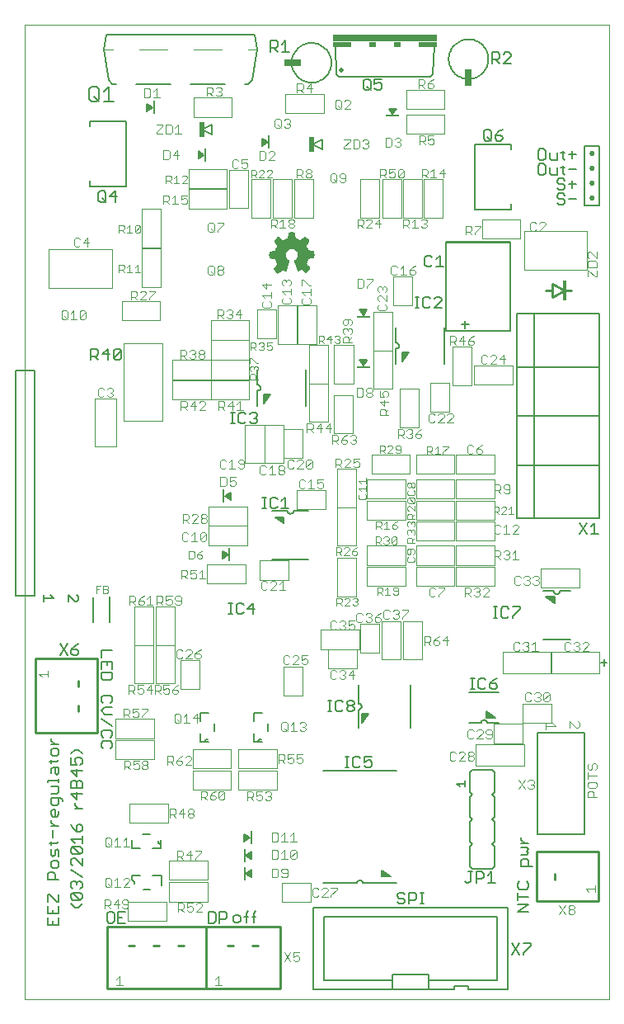
<source format=gto>
G75*
G70*
%OFA0B0*%
%FSLAX24Y24*%
%IPPOS*%
%LPD*%
%AMOC8*
5,1,8,0,0,1.08239X$1,22.5*
%
%ADD10C,0.0050*%
%ADD11C,0.0039*%
%ADD12C,0.0040*%
%ADD13C,0.0100*%
%ADD14C,0.0060*%
%ADD15R,0.0149X0.0001*%
%ADD16R,0.0004X0.0001*%
%ADD17R,0.0010X0.0001*%
%ADD18R,0.0017X0.0001*%
%ADD19R,0.0023X0.0001*%
%ADD20R,0.0029X0.0001*%
%ADD21R,0.0034X0.0001*%
%ADD22R,0.0040X0.0001*%
%ADD23R,0.0043X0.0002*%
%ADD24R,0.0047X0.0001*%
%ADD25R,0.0050X0.0001*%
%ADD26R,0.0054X0.0001*%
%ADD27R,0.0059X0.0001*%
%ADD28R,0.0064X0.0001*%
%ADD29R,0.0015X0.0001*%
%ADD30R,0.0067X0.0001*%
%ADD31R,0.0020X0.0001*%
%ADD32R,0.0070X0.0001*%
%ADD33R,0.0024X0.0001*%
%ADD34R,0.0074X0.0001*%
%ADD35R,0.0027X0.0001*%
%ADD36R,0.0076X0.0001*%
%ADD37R,0.0030X0.0001*%
%ADD38R,0.0081X0.0002*%
%ADD39R,0.0036X0.0002*%
%ADD40R,0.0086X0.0001*%
%ADD41R,0.0044X0.0001*%
%ADD42R,0.0091X0.0001*%
%ADD43R,0.0046X0.0001*%
%ADD44R,0.0094X0.0001*%
%ADD45R,0.0096X0.0001*%
%ADD46R,0.0053X0.0001*%
%ADD47R,0.0099X0.0001*%
%ADD48R,0.0056X0.0001*%
%ADD49R,0.0104X0.0001*%
%ADD50R,0.0060X0.0001*%
%ADD51R,0.0108X0.0001*%
%ADD52R,0.0112X0.0001*%
%ADD53R,0.0117X0.0001*%
%ADD54R,0.0072X0.0001*%
%ADD55R,0.0120X0.0002*%
%ADD56R,0.0075X0.0002*%
%ADD57R,0.0123X0.0001*%
%ADD58R,0.0078X0.0001*%
%ADD59R,0.0126X0.0001*%
%ADD60R,0.0081X0.0001*%
%ADD61R,0.0131X0.0001*%
%ADD62R,0.0136X0.0001*%
%ADD63R,0.0090X0.0001*%
%ADD64R,0.0139X0.0001*%
%ADD65R,0.0144X0.0001*%
%ADD66R,0.0147X0.0001*%
%ADD67R,0.0101X0.0001*%
%ADD68R,0.0150X0.0001*%
%ADD69R,0.0102X0.0001*%
%ADD70R,0.0153X0.0001*%
%ADD71R,0.0106X0.0001*%
%ADD72R,0.0158X0.0002*%
%ADD73R,0.0109X0.0002*%
%ADD74R,0.0164X0.0001*%
%ADD75R,0.0115X0.0001*%
%ADD76R,0.0168X0.0001*%
%ADD77R,0.0120X0.0001*%
%ADD78R,0.0171X0.0001*%
%ADD79R,0.0123X0.0001*%
%ADD80R,0.0172X0.0001*%
%ADD81R,0.0125X0.0001*%
%ADD82R,0.0175X0.0001*%
%ADD83R,0.0128X0.0001*%
%ADD84R,0.0180X0.0001*%
%ADD85R,0.0132X0.0001*%
%ADD86R,0.0186X0.0001*%
%ADD87R,0.0191X0.0001*%
%ADD88R,0.0141X0.0001*%
%ADD89R,0.0194X0.0001*%
%ADD90R,0.0145X0.0001*%
%ADD91R,0.0196X0.0002*%
%ADD92R,0.0149X0.0002*%
%ADD93R,0.0199X0.0001*%
%ADD94R,0.0151X0.0001*%
%ADD95R,0.0204X0.0001*%
%ADD96R,0.0153X0.0001*%
%ADD97R,0.0207X0.0001*%
%ADD98R,0.0158X0.0001*%
%ADD99R,0.0211X0.0001*%
%ADD100R,0.0162X0.0001*%
%ADD101R,0.0216X0.0001*%
%ADD102R,0.0166X0.0001*%
%ADD103R,0.0219X0.0001*%
%ADD104R,0.0007X0.0001*%
%ADD105R,0.0169X0.0001*%
%ADD106R,0.0222X0.0001*%
%ADD107R,0.0011X0.0001*%
%ADD108R,0.0224X0.0001*%
%ADD109R,0.0014X0.0001*%
%ADD110R,0.0176X0.0001*%
%ADD111R,0.0228X0.0001*%
%ADD112R,0.0018X0.0001*%
%ADD113R,0.0179X0.0001*%
%ADD114R,0.0234X0.0002*%
%ADD115R,0.0024X0.0002*%
%ADD116R,0.0183X0.0002*%
%ADD117R,0.0239X0.0001*%
%ADD118R,0.0189X0.0001*%
%ADD119R,0.0241X0.0001*%
%ADD120R,0.0033X0.0001*%
%ADD121R,0.0012X0.0001*%
%ADD122R,0.0192X0.0001*%
%ADD123R,0.0243X0.0001*%
%ADD124R,0.0038X0.0001*%
%ADD125R,0.0246X0.0001*%
%ADD126R,0.0041X0.0001*%
%ADD127R,0.0019X0.0001*%
%ADD128R,0.0196X0.0001*%
%ADD129R,0.0250X0.0001*%
%ADD130R,0.0021X0.0001*%
%ADD131R,0.0201X0.0001*%
%ADD132R,0.0254X0.0001*%
%ADD133R,0.0048X0.0001*%
%ADD134R,0.0258X0.0001*%
%ADD135R,0.0054X0.0001*%
%ADD136R,0.0209X0.0001*%
%ADD137R,0.0263X0.0001*%
%ADD138R,0.0213X0.0001*%
%ADD139R,0.0267X0.0001*%
%ADD140R,0.0063X0.0001*%
%ADD141R,0.0270X0.0002*%
%ADD142R,0.0066X0.0002*%
%ADD143R,0.0045X0.0002*%
%ADD144R,0.0219X0.0002*%
%ADD145R,0.0271X0.0001*%
%ADD146R,0.0220X0.0001*%
%ADD147R,0.0274X0.0001*%
%ADD148R,0.0051X0.0001*%
%ADD149R,0.0223X0.0001*%
%ADD150R,0.0278X0.0001*%
%ADD151R,0.0282X0.0001*%
%ADD152R,0.0231X0.0001*%
%ADD153R,0.0288X0.0001*%
%ADD154R,0.0085X0.0001*%
%ADD155R,0.0236X0.0001*%
%ADD156R,0.0289X0.0001*%
%ADD157R,0.0087X0.0001*%
%ADD158R,0.0066X0.0001*%
%ADD159R,0.0292X0.0001*%
%ADD160R,0.0069X0.0001*%
%ADD161R,0.0297X0.0001*%
%ADD162R,0.0300X0.0001*%
%ADD163R,0.0075X0.0001*%
%ADD164R,0.0305X0.0002*%
%ADD165R,0.0101X0.0002*%
%ADD166R,0.0078X0.0002*%
%ADD167R,0.0251X0.0002*%
%ADD168R,0.0309X0.0001*%
%ADD169R,0.0105X0.0001*%
%ADD170R,0.0083X0.0001*%
%ADD171R,0.0255X0.0001*%
%ADD172R,0.0314X0.0001*%
%ADD173R,0.0110X0.0001*%
%ADD174R,0.0087X0.0001*%
%ADD175R,0.0316X0.0001*%
%ADD176R,0.0113X0.0001*%
%ADD177R,0.0262X0.0001*%
%ADD178R,0.0319X0.0001*%
%ADD179R,0.0114X0.0001*%
%ADD180R,0.0093X0.0001*%
%ADD181R,0.0266X0.0001*%
%ADD182R,0.0321X0.0001*%
%ADD183R,0.0096X0.0001*%
%ADD184R,0.0324X0.0001*%
%ADD185R,0.0270X0.0001*%
%ADD186R,0.0329X0.0001*%
%ADD187R,0.0124X0.0001*%
%ADD188R,0.0275X0.0001*%
%ADD189R,0.0333X0.0001*%
%ADD190R,0.0279X0.0001*%
%ADD191R,0.0336X0.0001*%
%ADD192R,0.0111X0.0001*%
%ADD193R,0.0284X0.0001*%
%ADD194R,0.0339X0.0002*%
%ADD195R,0.0134X0.0002*%
%ADD196R,0.0114X0.0002*%
%ADD197R,0.0286X0.0002*%
%ADD198R,0.0342X0.0001*%
%ADD199R,0.0116X0.0001*%
%ADD200R,0.0491X0.0001*%
%ADD201R,0.0492X0.0001*%
%ADD202R,0.0294X0.0001*%
%ADD203R,0.0495X0.0001*%
%ADD204R,0.0299X0.0001*%
%ADD205R,0.0496X0.0001*%
%ADD206R,0.0127X0.0001*%
%ADD207R,0.0301X0.0001*%
%ADD208R,0.0498X0.0001*%
%ADD209R,0.0304X0.0001*%
%ADD210R,0.0501X0.0001*%
%ADD211R,0.0134X0.0001*%
%ADD212R,0.0308X0.0001*%
%ADD213R,0.0135X0.0001*%
%ADD214R,0.0311X0.0001*%
%ADD215R,0.0504X0.0001*%
%ADD216R,0.0138X0.0001*%
%ADD217R,0.0504X0.0002*%
%ADD218R,0.0141X0.0002*%
%ADD219R,0.0318X0.0002*%
%ADD220R,0.0507X0.0001*%
%ADD221R,0.0323X0.0001*%
%ADD222R,0.0326X0.0001*%
%ADD223R,0.0508X0.0001*%
%ADD224R,0.0152X0.0001*%
%ADD225R,0.0330X0.0001*%
%ADD226R,0.0510X0.0001*%
%ADD227R,0.0494X0.0001*%
%ADD228R,0.0512X0.0001*%
%ADD229R,0.0500X0.0001*%
%ADD230R,0.0513X0.0001*%
%ADD231R,0.0501X0.0001*%
%ADD232R,0.0513X0.0002*%
%ADD233R,0.0501X0.0002*%
%ADD234R,0.0503X0.0001*%
%ADD235R,0.0504X0.0001*%
%ADD236R,0.0506X0.0001*%
%ADD237R,0.0513X0.0001*%
%ADD238R,0.0509X0.0001*%
%ADD239R,0.0511X0.0001*%
%ADD240R,0.0514X0.0001*%
%ADD241R,0.0516X0.0001*%
%ADD242R,0.0513X0.0002*%
%ADD243R,0.0519X0.0002*%
%ADD244R,0.0519X0.0001*%
%ADD245R,0.0520X0.0001*%
%ADD246R,0.0522X0.0001*%
%ADD247R,0.0507X0.0001*%
%ADD248R,0.0509X0.0002*%
%ADD249R,0.0520X0.0002*%
%ADD250R,0.0522X0.0001*%
%ADD251R,0.0505X0.0001*%
%ADD252R,0.0502X0.0001*%
%ADD253R,0.0521X0.0001*%
%ADD254R,0.0503X0.0002*%
%ADD255R,0.0519X0.0002*%
%ADD256R,0.0519X0.0001*%
%ADD257R,0.0499X0.0001*%
%ADD258R,0.0517X0.0001*%
%ADD259R,0.0495X0.0002*%
%ADD260R,0.0514X0.0002*%
%ADD261R,0.0515X0.0001*%
%ADD262R,0.0492X0.0001*%
%ADD263R,0.0490X0.0001*%
%ADD264R,0.0490X0.0002*%
%ADD265R,0.0511X0.0002*%
%ADD266R,0.0489X0.0001*%
%ADD267R,0.0489X0.0001*%
%ADD268R,0.0488X0.0001*%
%ADD269R,0.0485X0.0001*%
%ADD270R,0.0483X0.0001*%
%ADD271R,0.0483X0.0002*%
%ADD272R,0.0507X0.0002*%
%ADD273R,0.0483X0.0001*%
%ADD274R,0.0481X0.0001*%
%ADD275R,0.0480X0.0001*%
%ADD276R,0.0480X0.0002*%
%ADD277R,0.0501X0.0002*%
%ADD278R,0.0479X0.0001*%
%ADD279R,0.0477X0.0001*%
%ADD280R,0.0477X0.0001*%
%ADD281R,0.0475X0.0001*%
%ADD282R,0.0474X0.0001*%
%ADD283R,0.0472X0.0001*%
%ADD284R,0.0472X0.0002*%
%ADD285R,0.0498X0.0002*%
%ADD286R,0.0471X0.0001*%
%ADD287R,0.0473X0.0001*%
%ADD288R,0.0471X0.0001*%
%ADD289R,0.0470X0.0001*%
%ADD290R,0.0468X0.0001*%
%ADD291R,0.0469X0.0001*%
%ADD292R,0.0468X0.0002*%
%ADD293R,0.0491X0.0002*%
%ADD294R,0.0466X0.0001*%
%ADD295R,0.0465X0.0001*%
%ADD296R,0.0464X0.0001*%
%ADD297R,0.0462X0.0001*%
%ADD298R,0.0462X0.0002*%
%ADD299R,0.0489X0.0002*%
%ADD300R,0.0461X0.0001*%
%ADD301R,0.0460X0.0001*%
%ADD302R,0.0459X0.0001*%
%ADD303R,0.0484X0.0001*%
%ADD304R,0.0457X0.0001*%
%ADD305R,0.0459X0.0001*%
%ADD306R,0.0458X0.0002*%
%ADD307R,0.0484X0.0002*%
%ADD308R,0.0456X0.0001*%
%ADD309R,0.0455X0.0001*%
%ADD310R,0.0453X0.0001*%
%ADD311R,0.0451X0.0001*%
%ADD312R,0.0453X0.0001*%
%ADD313R,0.0450X0.0001*%
%ADD314R,0.0451X0.0002*%
%ADD315R,0.0478X0.0001*%
%ADD316R,0.0449X0.0001*%
%ADD317R,0.0476X0.0001*%
%ADD318R,0.0447X0.0001*%
%ADD319R,0.0474X0.0001*%
%ADD320R,0.0449X0.0002*%
%ADD321R,0.0476X0.0002*%
%ADD322R,0.0454X0.0001*%
%ADD323R,0.0469X0.0002*%
%ADD324R,0.0468X0.0001*%
%ADD325R,0.0467X0.0001*%
%ADD326R,0.0473X0.0002*%
%ADD327R,0.0468X0.0002*%
%ADD328R,0.0486X0.0002*%
%ADD329R,0.0474X0.0002*%
%ADD330R,0.0487X0.0001*%
%ADD331R,0.0497X0.0001*%
%ADD332R,0.0486X0.0001*%
%ADD333R,0.0500X0.0002*%
%ADD334R,0.0487X0.0002*%
%ADD335R,0.0498X0.0001*%
%ADD336R,0.0524X0.0002*%
%ADD337R,0.0524X0.0001*%
%ADD338R,0.0525X0.0001*%
%ADD339R,0.0528X0.0001*%
%ADD340R,0.0529X0.0001*%
%ADD341R,0.0533X0.0001*%
%ADD342R,0.0534X0.0001*%
%ADD343R,0.0523X0.0001*%
%ADD344R,0.0536X0.0001*%
%ADD345R,0.0537X0.0002*%
%ADD346R,0.0527X0.0002*%
%ADD347R,0.0537X0.0001*%
%ADD348R,0.0528X0.0001*%
%ADD349R,0.0539X0.0001*%
%ADD350R,0.0530X0.0001*%
%ADD351R,0.0540X0.0001*%
%ADD352R,0.0541X0.0001*%
%ADD353R,0.0531X0.0001*%
%ADD354R,0.0543X0.0001*%
%ADD355R,0.0544X0.0001*%
%ADD356R,0.0546X0.0002*%
%ADD357R,0.0536X0.0002*%
%ADD358R,0.0547X0.0001*%
%ADD359R,0.0551X0.0001*%
%ADD360R,0.0552X0.0001*%
%ADD361R,0.0554X0.0001*%
%ADD362R,0.0555X0.0001*%
%ADD363R,0.0555X0.0002*%
%ADD364R,0.0547X0.0002*%
%ADD365R,0.0549X0.0001*%
%ADD366R,0.0548X0.0001*%
%ADD367R,0.0538X0.0001*%
%ADD368R,0.0537X0.0001*%
%ADD369R,0.0533X0.0002*%
%ADD370R,0.0531X0.0001*%
%ADD371R,0.0526X0.0001*%
%ADD372R,0.0518X0.0001*%
%ADD373R,0.0498X0.0002*%
%ADD374R,0.0496X0.0002*%
%ADD375R,0.0486X0.0001*%
%ADD376R,0.0485X0.0002*%
%ADD377R,0.0482X0.0001*%
%ADD378R,0.0477X0.0002*%
%ADD379R,0.0530X0.0002*%
%ADD380R,0.0464X0.0002*%
%ADD381R,0.0561X0.0001*%
%ADD382R,0.0570X0.0001*%
%ADD383R,0.0576X0.0001*%
%ADD384R,0.0581X0.0001*%
%ADD385R,0.0585X0.0001*%
%ADD386R,0.0589X0.0001*%
%ADD387R,0.0600X0.0002*%
%ADD388R,0.0614X0.0001*%
%ADD389R,0.0623X0.0001*%
%ADD390R,0.0630X0.0001*%
%ADD391R,0.0633X0.0001*%
%ADD392R,0.0638X0.0001*%
%ADD393R,0.0645X0.0001*%
%ADD394R,0.0657X0.0001*%
%ADD395R,0.0556X0.0001*%
%ADD396R,0.0669X0.0001*%
%ADD397R,0.0674X0.0001*%
%ADD398R,0.0579X0.0001*%
%ADD399R,0.0676X0.0002*%
%ADD400R,0.0585X0.0002*%
%ADD401R,0.0678X0.0001*%
%ADD402R,0.0590X0.0001*%
%ADD403R,0.0679X0.0001*%
%ADD404R,0.0596X0.0001*%
%ADD405R,0.0681X0.0001*%
%ADD406R,0.0606X0.0001*%
%ADD407R,0.0620X0.0001*%
%ADD408R,0.0682X0.0001*%
%ADD409R,0.0633X0.0001*%
%ADD410R,0.0684X0.0001*%
%ADD411R,0.0639X0.0001*%
%ADD412R,0.0649X0.0001*%
%ADD413R,0.0684X0.0001*%
%ADD414R,0.0655X0.0001*%
%ADD415R,0.0683X0.0002*%
%ADD416R,0.0664X0.0002*%
%ADD417R,0.0683X0.0001*%
%ADD418R,0.0670X0.0001*%
%ADD419R,0.0671X0.0001*%
%ADD420R,0.0681X0.0001*%
%ADD421R,0.0672X0.0001*%
%ADD422R,0.0680X0.0001*%
%ADD423R,0.0675X0.0001*%
%ADD424R,0.0676X0.0001*%
%ADD425R,0.0680X0.0002*%
%ADD426R,0.0678X0.0002*%
%ADD427R,0.0678X0.0001*%
%ADD428R,0.0675X0.0002*%
%ADD429R,0.0672X0.0002*%
%ADD430R,0.0672X0.0001*%
%ADD431R,0.0671X0.0002*%
%ADD432R,0.0670X0.0002*%
%ADD433R,0.0669X0.0001*%
%ADD434R,0.0667X0.0001*%
%ADD435R,0.0669X0.0002*%
%ADD436R,0.0667X0.0002*%
%ADD437R,0.0668X0.0001*%
%ADD438R,0.0666X0.0001*%
%ADD439R,0.0668X0.0002*%
%ADD440R,0.0666X0.0002*%
%ADD441R,0.0666X0.0001*%
%ADD442R,0.0664X0.0001*%
%ADD443R,0.0663X0.0001*%
%ADD444R,0.0666X0.0002*%
%ADD445R,0.0663X0.0002*%
%ADD446R,0.0665X0.0001*%
%ADD447R,0.0674X0.0002*%
%ADD448R,0.0677X0.0001*%
%ADD449R,0.0678X0.0002*%
%ADD450R,0.0682X0.0002*%
%ADD451R,0.0686X0.0001*%
%ADD452R,0.0686X0.0002*%
%ADD453R,0.0687X0.0001*%
%ADD454R,0.0689X0.0001*%
%ADD455R,0.0653X0.0001*%
%ADD456R,0.0641X0.0001*%
%ADD457R,0.0626X0.0001*%
%ADD458R,0.0616X0.0001*%
%ADD459R,0.0687X0.0001*%
%ADD460R,0.0612X0.0001*%
%ADD461R,0.0688X0.0001*%
%ADD462R,0.0606X0.0001*%
%ADD463R,0.0601X0.0001*%
%ADD464R,0.0591X0.0002*%
%ADD465R,0.0567X0.0001*%
%ADD466R,0.0560X0.0001*%
%ADD467R,0.0659X0.0001*%
%ADD468R,0.0516X0.0001*%
%ADD469R,0.0639X0.0001*%
%ADD470R,0.0502X0.0002*%
%ADD471R,0.0633X0.0002*%
%ADD472R,0.0608X0.0001*%
%ADD473R,0.0582X0.0001*%
%ADD474R,0.0577X0.0001*%
%ADD475R,0.0569X0.0002*%
%ADD476R,0.0546X0.0001*%
%ADD477R,0.0486X0.0002*%
%ADD478R,0.0493X0.0001*%
%ADD479R,0.0516X0.0002*%
%ADD480R,0.0532X0.0001*%
%ADD481R,0.0534X0.0002*%
%ADD482R,0.0535X0.0002*%
%ADD483R,0.0543X0.0001*%
%ADD484R,0.0553X0.0001*%
%ADD485R,0.0559X0.0001*%
%ADD486R,0.0564X0.0001*%
%ADD487R,0.0564X0.0001*%
%ADD488R,0.0567X0.0001*%
%ADD489R,0.0569X0.0001*%
%ADD490R,0.0570X0.0002*%
%ADD491R,0.0571X0.0002*%
%ADD492R,0.0571X0.0001*%
%ADD493R,0.0573X0.0001*%
%ADD494R,0.0574X0.0001*%
%ADD495R,0.0576X0.0001*%
%ADD496R,0.0600X0.0001*%
%ADD497R,0.0611X0.0001*%
%ADD498R,0.0618X0.0001*%
%ADD499R,0.0621X0.0001*%
%ADD500R,0.1269X0.0001*%
%ADD501R,0.1267X0.0001*%
%ADD502R,0.1266X0.0001*%
%ADD503R,0.1266X0.0002*%
%ADD504R,0.1264X0.0001*%
%ADD505R,0.1261X0.0001*%
%ADD506R,0.1260X0.0001*%
%ADD507R,0.1259X0.0001*%
%ADD508R,0.1256X0.0001*%
%ADD509R,0.1254X0.0001*%
%ADD510R,0.1253X0.0001*%
%ADD511R,0.1251X0.0001*%
%ADD512R,0.1251X0.0002*%
%ADD513R,0.1248X0.0001*%
%ADD514R,0.1245X0.0001*%
%ADD515R,0.1244X0.0001*%
%ADD516R,0.1242X0.0001*%
%ADD517R,0.1239X0.0001*%
%ADD518R,0.1237X0.0001*%
%ADD519R,0.1236X0.0002*%
%ADD520R,0.1233X0.0001*%
%ADD521R,0.1230X0.0001*%
%ADD522R,0.1229X0.0001*%
%ADD523R,0.1227X0.0001*%
%ADD524R,0.1226X0.0001*%
%ADD525R,0.1224X0.0001*%
%ADD526R,0.1223X0.0002*%
%ADD527R,0.1219X0.0001*%
%ADD528R,0.1216X0.0001*%
%ADD529R,0.1215X0.0001*%
%ADD530R,0.1214X0.0001*%
%ADD531R,0.1212X0.0001*%
%ADD532R,0.1209X0.0001*%
%ADD533R,0.1207X0.0002*%
%ADD534R,0.1206X0.0001*%
%ADD535R,0.1204X0.0001*%
%ADD536R,0.1201X0.0001*%
%ADD537R,0.1200X0.0001*%
%ADD538R,0.1199X0.0001*%
%ADD539R,0.1196X0.0001*%
%ADD540R,0.1194X0.0001*%
%ADD541R,0.1193X0.0001*%
%ADD542R,0.1191X0.0001*%
%ADD543R,0.1191X0.0002*%
%ADD544R,0.1188X0.0001*%
%ADD545R,0.1185X0.0001*%
%ADD546R,0.1184X0.0001*%
%ADD547R,0.1181X0.0001*%
%ADD548R,0.1177X0.0001*%
%ADD549R,0.1176X0.0001*%
%ADD550R,0.1174X0.0001*%
%ADD551R,0.1173X0.0001*%
%ADD552R,0.1170X0.0002*%
%ADD553R,0.1170X0.0001*%
%ADD554R,0.1169X0.0001*%
%ADD555R,0.1166X0.0001*%
%ADD556R,0.1164X0.0001*%
%ADD557R,0.1163X0.0001*%
%ADD558R,0.1163X0.0002*%
%ADD559R,0.1167X0.0001*%
%ADD560R,0.1171X0.0001*%
%ADD561R,0.1179X0.0001*%
%ADD562R,0.1182X0.0001*%
%ADD563R,0.1182X0.0002*%
%ADD564R,0.1188X0.0001*%
%ADD565R,0.1190X0.0001*%
%ADD566R,0.1197X0.0001*%
%ADD567R,0.1204X0.0002*%
%ADD568R,0.1207X0.0001*%
%ADD569R,0.1210X0.0001*%
%ADD570R,0.1213X0.0001*%
%ADD571R,0.1217X0.0001*%
%ADD572R,0.1218X0.0001*%
%ADD573R,0.1220X0.0001*%
%ADD574R,0.1221X0.0001*%
%ADD575R,0.1223X0.0001*%
%ADD576R,0.1226X0.0002*%
%ADD577R,0.1236X0.0001*%
%ADD578R,0.1239X0.0001*%
%ADD579R,0.1240X0.0001*%
%ADD580R,0.1243X0.0001*%
%ADD581R,0.1248X0.0002*%
%ADD582R,0.1248X0.0001*%
%ADD583R,0.1251X0.0001*%
%ADD584R,0.1257X0.0001*%
%ADD585R,0.1263X0.0001*%
%ADD586R,0.1267X0.0002*%
%ADD587R,0.1270X0.0001*%
%ADD588R,0.1274X0.0001*%
%ADD589R,0.1275X0.0001*%
%ADD590R,0.1278X0.0001*%
%ADD591R,0.1280X0.0001*%
%ADD592R,0.1281X0.0001*%
%ADD593R,0.1284X0.0001*%
%ADD594R,0.1286X0.0001*%
%ADD595R,0.1289X0.0001*%
%ADD596R,0.1290X0.0002*%
%ADD597R,0.1291X0.0001*%
%ADD598R,0.1294X0.0001*%
%ADD599R,0.1296X0.0001*%
%ADD600R,0.1299X0.0001*%
%ADD601R,0.1300X0.0001*%
%ADD602R,0.1302X0.0001*%
%ADD603R,0.1304X0.0001*%
%ADD604R,0.1306X0.0001*%
%ADD605R,0.1308X0.0001*%
%ADD606R,0.1311X0.0002*%
%ADD607R,0.1313X0.0001*%
%ADD608R,0.1316X0.0001*%
%ADD609R,0.1317X0.0001*%
%ADD610R,0.1320X0.0001*%
%ADD611R,0.1323X0.0001*%
%ADD612R,0.1326X0.0001*%
%ADD613R,0.1329X0.0001*%
%ADD614R,0.1332X0.0002*%
%ADD615R,0.1335X0.0001*%
%ADD616R,0.1336X0.0001*%
%ADD617R,0.1340X0.0001*%
%ADD618R,0.1343X0.0001*%
%ADD619R,0.1346X0.0001*%
%ADD620R,0.1347X0.0001*%
%ADD621R,0.1350X0.0001*%
%ADD622R,0.1353X0.0002*%
%ADD623R,0.1356X0.0001*%
%ADD624R,0.1357X0.0001*%
%ADD625R,0.1360X0.0001*%
%ADD626R,0.1364X0.0001*%
%ADD627R,0.1365X0.0001*%
%ADD628R,0.1368X0.0001*%
%ADD629R,0.1369X0.0001*%
%ADD630R,0.1373X0.0001*%
%ADD631R,0.1374X0.0002*%
%ADD632R,0.1377X0.0001*%
%ADD633R,0.1379X0.0001*%
%ADD634R,0.1380X0.0001*%
%ADD635R,0.1383X0.0001*%
%ADD636R,0.1386X0.0001*%
%ADD637R,0.1387X0.0001*%
%ADD638R,0.1391X0.0001*%
%ADD639R,0.1394X0.0001*%
%ADD640R,0.1395X0.0002*%
%ADD641R,0.1398X0.0001*%
%ADD642R,0.1401X0.0001*%
%ADD643R,0.1403X0.0001*%
%ADD644R,0.1406X0.0001*%
%ADD645R,0.1407X0.0001*%
%ADD646R,0.1409X0.0001*%
%ADD647R,0.1411X0.0001*%
%ADD648R,0.1414X0.0001*%
%ADD649R,0.1416X0.0002*%
%ADD650R,0.1419X0.0001*%
%ADD651R,0.1421X0.0001*%
%ADD652R,0.1422X0.0001*%
%ADD653R,0.1424X0.0001*%
%ADD654R,0.1426X0.0001*%
%ADD655R,0.1428X0.0001*%
%ADD656R,0.1429X0.0002*%
%ADD657R,0.1429X0.0001*%
%ADD658R,0.1425X0.0001*%
%ADD659R,0.1421X0.0002*%
%ADD660R,0.1418X0.0001*%
%ADD661R,0.1416X0.0001*%
%ADD662R,0.1413X0.0001*%
%ADD663R,0.1410X0.0001*%
%ADD664R,0.1404X0.0001*%
%ADD665R,0.1401X0.0001*%
%ADD666R,0.0346X0.0001*%
%ADD667R,0.1044X0.0001*%
%ADD668R,0.0342X0.0002*%
%ADD669R,0.1040X0.0002*%
%ADD670R,0.0337X0.0001*%
%ADD671R,0.1034X0.0001*%
%ADD672R,0.0357X0.0001*%
%ADD673R,0.0660X0.0001*%
%ADD674R,0.0353X0.0001*%
%ADD675R,0.0327X0.0001*%
%ADD676R,0.0349X0.0001*%
%ADD677R,0.0321X0.0001*%
%ADD678R,0.0648X0.0001*%
%ADD679R,0.0344X0.0001*%
%ADD680R,0.0317X0.0001*%
%ADD681R,0.0339X0.0001*%
%ADD682R,0.0312X0.0001*%
%ADD683R,0.0631X0.0001*%
%ADD684R,0.0334X0.0001*%
%ADD685R,0.0309X0.0001*%
%ADD686R,0.0307X0.0002*%
%ADD687R,0.0623X0.0002*%
%ADD688R,0.0327X0.0002*%
%ADD689R,0.0618X0.0001*%
%ADD690R,0.0297X0.0001*%
%ADD691R,0.0607X0.0001*%
%ADD692R,0.0320X0.0001*%
%ADD693R,0.0293X0.0001*%
%ADD694R,0.0599X0.0001*%
%ADD695R,0.0313X0.0001*%
%ADD696R,0.0285X0.0001*%
%ADD697R,0.0584X0.0001*%
%ADD698R,0.0303X0.0001*%
%ADD699R,0.0281X0.0001*%
%ADD700R,0.0273X0.0002*%
%ADD701R,0.0563X0.0002*%
%ADD702R,0.0293X0.0002*%
%ADD703R,0.0264X0.0001*%
%ADD704R,0.0259X0.0001*%
%ADD705R,0.0256X0.0001*%
%ADD706R,0.0276X0.0001*%
%ADD707R,0.0252X0.0001*%
%ADD708R,0.0273X0.0001*%
%ADD709R,0.0248X0.0001*%
%ADD710R,0.0269X0.0001*%
%ADD711R,0.0245X0.0001*%
%ADD712R,0.0240X0.0001*%
%ADD713R,0.0237X0.0002*%
%ADD714R,0.0256X0.0002*%
%ADD715R,0.0234X0.0001*%
%ADD716R,0.0232X0.0001*%
%ADD717R,0.0251X0.0001*%
%ADD718R,0.0228X0.0001*%
%ADD719R,0.0246X0.0001*%
%ADD720R,0.0456X0.0001*%
%ADD721R,0.0219X0.0001*%
%ADD722R,0.0444X0.0001*%
%ADD723R,0.0237X0.0001*%
%ADD724R,0.0214X0.0001*%
%ADD725R,0.0436X0.0001*%
%ADD726R,0.0432X0.0001*%
%ADD727R,0.0231X0.0001*%
%ADD728R,0.0210X0.0001*%
%ADD729R,0.0426X0.0001*%
%ADD730R,0.0420X0.0001*%
%ADD731R,0.0226X0.0001*%
%ADD732R,0.0204X0.0002*%
%ADD733R,0.0409X0.0002*%
%ADD734R,0.0222X0.0002*%
%ADD735R,0.0391X0.0001*%
%ADD736R,0.0217X0.0001*%
%ADD737R,0.0376X0.0001*%
%ADD738R,0.0368X0.0001*%
%ADD739R,0.0189X0.0001*%
%ADD740R,0.0361X0.0001*%
%ADD741R,0.0206X0.0001*%
%ADD742R,0.0186X0.0001*%
%ADD743R,0.0356X0.0001*%
%ADD744R,0.0181X0.0001*%
%ADD745R,0.0345X0.0001*%
%ADD746R,0.0173X0.0001*%
%ADD747R,0.0331X0.0001*%
%ADD748R,0.0190X0.0001*%
%ADD749R,0.0168X0.0001*%
%ADD750R,0.0165X0.0002*%
%ADD751R,0.0162X0.0001*%
%ADD752R,0.0159X0.0001*%
%ADD753R,0.0177X0.0001*%
%ADD754R,0.0156X0.0001*%
%ADD755R,0.0324X0.0001*%
%ADD756R,0.0174X0.0001*%
%ADD757R,0.0167X0.0001*%
%ADD758R,0.0146X0.0001*%
%ADD759R,0.0163X0.0001*%
%ADD760R,0.0141X0.0001*%
%ADD761R,0.0140X0.0001*%
%ADD762R,0.0137X0.0001*%
%ADD763R,0.0133X0.0001*%
%ADD764R,0.0129X0.0002*%
%ADD765R,0.0321X0.0002*%
%ADD766R,0.0146X0.0002*%
%ADD767R,0.0119X0.0001*%
%ADD768R,0.0129X0.0001*%
%ADD769R,0.0111X0.0001*%
%ADD770R,0.0126X0.0001*%
%ADD771R,0.0318X0.0001*%
%ADD772R,0.0097X0.0001*%
%ADD773R,0.0315X0.0001*%
%ADD774R,0.0089X0.0002*%
%ADD775R,0.0315X0.0002*%
%ADD776R,0.0105X0.0002*%
%ADD777R,0.0079X0.0001*%
%ADD778R,0.0089X0.0001*%
%ADD779R,0.0069X0.0001*%
%ADD780R,0.0084X0.0001*%
%ADD781R,0.0057X0.0001*%
%ADD782R,0.0052X0.0002*%
%ADD783R,0.0311X0.0002*%
%ADD784R,0.0066X0.0002*%
%ADD785R,0.0061X0.0001*%
%ADD786R,0.0042X0.0001*%
%ADD787R,0.0055X0.0001*%
%ADD788R,0.0039X0.0001*%
%ADD789R,0.0052X0.0001*%
%ADD790R,0.0036X0.0001*%
%ADD791R,0.0049X0.0001*%
%ADD792R,0.0307X0.0001*%
%ADD793R,0.0045X0.0001*%
%ADD794R,0.0022X0.0001*%
%ADD795R,0.0035X0.0001*%
%ADD796R,0.0025X0.0002*%
%ADD797R,0.0306X0.0001*%
%ADD798R,0.0018X0.0001*%
%ADD799R,0.0008X0.0001*%
%ADD800R,0.0300X0.0002*%
%ADD801R,0.0296X0.0001*%
%ADD802R,0.0294X0.0002*%
%ADD803R,0.0294X0.0001*%
%ADD804R,0.0291X0.0001*%
%ADD805R,0.0291X0.0002*%
%ADD806R,0.0286X0.0001*%
%ADD807R,0.0281X0.0002*%
%ADD808R,0.0277X0.0001*%
%ADD809R,0.0276X0.0001*%
%ADD810R,0.0266X0.0002*%
%ADD811R,0.0264X0.0001*%
%ADD812R,0.0261X0.0001*%
%ADD813R,0.0259X0.0002*%
%ADD814R,0.0254X0.0002*%
%ADD815R,0.0248X0.0002*%
%ADD816R,0.0218X0.0002*%
%ADD817R,0.0157X0.0001*%
%ADD818C,0.0030*%
%ADD819C,0.0070*%
%ADD820C,0.0080*%
%ADD821R,0.0240X0.0620*%
%ADD822C,0.0020*%
%ADD823R,0.0551X0.0079*%
%ADD824R,0.0079X0.0551*%
%ADD825R,0.0300X0.0660*%
%ADD826R,0.0660X0.0300*%
%ADD827C,0.0200*%
%ADD828R,0.4200X0.0300*%
%ADD829R,0.0750X0.0200*%
%ADD830R,0.0300X0.0200*%
%ADD831R,0.0118X0.0827*%
D10*
X009931Y006276D02*
X010381Y006276D01*
X010381Y006576D01*
X010381Y006736D02*
X010381Y007036D01*
X010381Y007196D02*
X010381Y007497D01*
X010381Y007196D02*
X010306Y007196D01*
X010006Y007497D01*
X009931Y007497D01*
X009931Y007196D01*
X009931Y007036D02*
X009931Y006736D01*
X010381Y006736D01*
X010156Y006736D02*
X010156Y006886D01*
X009931Y006576D02*
X009931Y006276D01*
X010156Y006276D02*
X010156Y006426D01*
X010881Y007126D02*
X011031Y006976D01*
X011181Y006976D01*
X011331Y007126D01*
X011256Y007283D02*
X010956Y007583D01*
X011256Y007583D01*
X011331Y007508D01*
X011331Y007358D01*
X011256Y007283D01*
X010956Y007283D01*
X010881Y007358D01*
X010881Y007508D01*
X010956Y007583D01*
X010956Y007743D02*
X010881Y007818D01*
X010881Y007968D01*
X010956Y008043D01*
X011031Y008043D01*
X011106Y007968D01*
X011181Y008043D01*
X011256Y008043D01*
X011331Y007968D01*
X011331Y007818D01*
X011256Y007743D01*
X011106Y007893D02*
X011106Y007968D01*
X011331Y008203D02*
X010881Y008504D01*
X010956Y008664D02*
X010881Y008739D01*
X010881Y008889D01*
X010956Y008964D01*
X011031Y008964D01*
X011331Y008664D01*
X011331Y008964D01*
X011256Y009124D02*
X010956Y009424D01*
X011256Y009424D01*
X011331Y009349D01*
X011331Y009199D01*
X011256Y009124D01*
X010956Y009124D01*
X010881Y009199D01*
X010881Y009349D01*
X010956Y009424D01*
X011031Y009584D02*
X010881Y009735D01*
X011331Y009735D01*
X011331Y009885D02*
X011331Y009584D01*
X011256Y010045D02*
X011331Y010120D01*
X011331Y010270D01*
X011256Y010345D01*
X011181Y010345D01*
X011106Y010270D01*
X011106Y010045D01*
X011256Y010045D01*
X011106Y010045D02*
X010956Y010195D01*
X010881Y010345D01*
X010381Y010266D02*
X010081Y010266D01*
X010081Y010416D02*
X010081Y010491D01*
X010081Y010416D02*
X010231Y010266D01*
X010156Y010106D02*
X010156Y009805D01*
X010081Y009648D02*
X010081Y009498D01*
X010006Y009573D02*
X010306Y009573D01*
X010381Y009648D01*
X010306Y009338D02*
X010231Y009263D01*
X010231Y009113D01*
X010156Y009038D01*
X010081Y009113D01*
X010081Y009338D01*
X010306Y009338D02*
X010381Y009263D01*
X010381Y009038D01*
X010306Y008878D02*
X010156Y008878D01*
X010081Y008803D01*
X010081Y008653D01*
X010156Y008578D01*
X010306Y008578D01*
X010381Y008653D01*
X010381Y008803D01*
X010306Y008878D01*
X010156Y008417D02*
X010231Y008342D01*
X010231Y008117D01*
X010381Y008117D02*
X009931Y008117D01*
X009931Y008342D01*
X010006Y008417D01*
X010156Y008417D01*
X010156Y010649D02*
X010081Y010724D01*
X010081Y010875D01*
X010156Y010950D01*
X010231Y010950D01*
X010231Y010649D01*
X010306Y010649D02*
X010156Y010649D01*
X010306Y010649D02*
X010381Y010724D01*
X010381Y010875D01*
X010306Y011110D02*
X010381Y011185D01*
X010381Y011410D01*
X010456Y011410D02*
X010081Y011410D01*
X010081Y011185D01*
X010156Y011110D01*
X010306Y011110D01*
X010531Y011260D02*
X010531Y011335D01*
X010456Y011410D01*
X010306Y011570D02*
X010381Y011645D01*
X010381Y011870D01*
X010081Y011870D01*
X009931Y012030D02*
X009931Y012106D01*
X010381Y012106D01*
X010381Y012181D02*
X010381Y012030D01*
X010306Y012337D02*
X010231Y012412D01*
X010231Y012638D01*
X010156Y012638D02*
X010381Y012638D01*
X010381Y012412D01*
X010306Y012337D01*
X010081Y012412D02*
X010081Y012563D01*
X010156Y012638D01*
X010081Y012798D02*
X010081Y012948D01*
X010006Y012873D02*
X010306Y012873D01*
X010381Y012948D01*
X010306Y013105D02*
X010381Y013180D01*
X010381Y013330D01*
X010306Y013405D01*
X010156Y013405D01*
X010081Y013330D01*
X010081Y013180D01*
X010156Y013105D01*
X010306Y013105D01*
X010231Y013565D02*
X010081Y013715D01*
X010081Y013790D01*
X010081Y013565D02*
X010381Y013565D01*
X010881Y013191D02*
X011031Y013341D01*
X011181Y013341D01*
X011331Y013191D01*
X011256Y013031D02*
X011331Y012956D01*
X011331Y012806D01*
X011256Y012730D01*
X011106Y012730D02*
X011031Y012881D01*
X011031Y012956D01*
X011106Y013031D01*
X011256Y013031D01*
X011106Y012730D02*
X010881Y012730D01*
X010881Y013031D01*
X011106Y012570D02*
X011106Y012270D01*
X010881Y012495D01*
X011331Y012495D01*
X011256Y012110D02*
X011331Y012035D01*
X011331Y011810D01*
X010881Y011810D01*
X010881Y012035D01*
X010956Y012110D01*
X011031Y012110D01*
X011106Y012035D01*
X011106Y011810D01*
X011106Y011650D02*
X011106Y011349D01*
X010881Y011575D01*
X011331Y011575D01*
X011031Y011191D02*
X011031Y011116D01*
X011181Y010966D01*
X011331Y010966D02*
X011031Y010966D01*
X010306Y011570D02*
X010081Y011570D01*
X011106Y012035D02*
X011181Y012110D01*
X011256Y012110D01*
X012181Y013392D02*
X012106Y013467D01*
X012106Y013617D01*
X012181Y013692D01*
X012482Y013692D01*
X012557Y013617D01*
X012557Y013467D01*
X012482Y013392D01*
X012482Y013853D02*
X012557Y013928D01*
X012557Y014078D01*
X012482Y014153D01*
X012181Y014153D01*
X012106Y014078D01*
X012106Y013928D01*
X012181Y013853D01*
X012557Y014313D02*
X012106Y014613D01*
X012256Y014773D02*
X012557Y014773D01*
X012256Y014773D02*
X012106Y014924D01*
X012256Y015074D01*
X012557Y015074D01*
X012482Y015234D02*
X012557Y015309D01*
X012557Y015459D01*
X012482Y015534D01*
X012181Y015534D01*
X012106Y015459D01*
X012106Y015309D01*
X012181Y015234D01*
X012181Y016155D02*
X012482Y016155D01*
X012557Y016230D01*
X012557Y016455D01*
X012106Y016455D01*
X012106Y016230D01*
X012181Y016155D01*
X012106Y016615D02*
X012106Y016915D01*
X012557Y016915D01*
X012557Y016615D01*
X012332Y016765D02*
X012332Y016915D01*
X012106Y017075D02*
X012106Y017376D01*
X012557Y017376D01*
X012436Y018506D02*
X012436Y019545D01*
X011777Y019520D02*
X011777Y018506D01*
X011192Y017626D02*
X011042Y017551D01*
X010892Y017401D01*
X011117Y017401D01*
X011192Y017326D01*
X011192Y017251D01*
X011117Y017176D01*
X010967Y017176D01*
X010892Y017251D01*
X010892Y017401D01*
X010732Y017626D02*
X010431Y017176D01*
X010732Y017176D02*
X010431Y017626D01*
X009786Y019328D02*
X009786Y019595D01*
X009786Y019461D02*
X010187Y019461D01*
X010053Y019595D01*
X010777Y019608D02*
X011044Y019342D01*
X011110Y019342D01*
X011177Y019408D01*
X011177Y019542D01*
X011110Y019608D01*
X010777Y019608D02*
X010777Y019342D01*
X017256Y019276D02*
X017406Y019276D01*
X017331Y019276D02*
X017331Y018826D01*
X017256Y018826D02*
X017406Y018826D01*
X017563Y018901D02*
X017638Y018826D01*
X017788Y018826D01*
X017864Y018901D01*
X018024Y019051D02*
X018324Y019051D01*
X018249Y019276D02*
X018024Y019051D01*
X017864Y019201D02*
X017788Y019276D01*
X017638Y019276D01*
X017563Y019201D01*
X017563Y018901D01*
X018249Y018826D02*
X018249Y019276D01*
X018621Y023101D02*
X018771Y023101D01*
X018696Y023101D02*
X018696Y023551D01*
X018621Y023551D02*
X018771Y023551D01*
X018928Y023476D02*
X018928Y023176D01*
X019003Y023101D01*
X019153Y023101D01*
X019229Y023176D01*
X019389Y023101D02*
X019689Y023101D01*
X019539Y023101D02*
X019539Y023551D01*
X019389Y023401D01*
X019229Y023476D02*
X019153Y023551D01*
X019003Y023551D01*
X018928Y023476D01*
X018339Y026526D02*
X018189Y026526D01*
X018114Y026601D01*
X017954Y026601D02*
X017878Y026526D01*
X017728Y026526D01*
X017653Y026601D01*
X017653Y026901D01*
X017728Y026976D01*
X017878Y026976D01*
X017954Y026901D01*
X018114Y026901D02*
X018189Y026976D01*
X018339Y026976D01*
X018414Y026901D01*
X018414Y026826D01*
X018339Y026751D01*
X018414Y026676D01*
X018414Y026601D01*
X018339Y026526D01*
X018339Y026751D02*
X018264Y026751D01*
X017496Y026976D02*
X017346Y026976D01*
X017421Y026976D02*
X017421Y026526D01*
X017346Y026526D02*
X017496Y026526D01*
X012902Y029176D02*
X012827Y029101D01*
X012677Y029101D01*
X012602Y029176D01*
X012902Y029476D01*
X012902Y029176D01*
X012602Y029176D02*
X012602Y029476D01*
X012677Y029551D01*
X012827Y029551D01*
X012902Y029476D01*
X012442Y029326D02*
X012142Y029326D01*
X012367Y029551D01*
X012367Y029101D01*
X011982Y029101D02*
X011831Y029251D01*
X011907Y029251D02*
X011681Y029251D01*
X011681Y029101D02*
X011681Y029551D01*
X011907Y029551D01*
X011982Y029476D01*
X011982Y029326D01*
X011907Y029251D01*
X012066Y035476D02*
X011991Y035551D01*
X011991Y035851D01*
X012066Y035926D01*
X012217Y035926D01*
X012292Y035851D01*
X012292Y035551D01*
X012217Y035476D01*
X012066Y035476D01*
X012141Y035626D02*
X012292Y035476D01*
X012452Y035701D02*
X012752Y035701D01*
X012677Y035476D02*
X012677Y035926D01*
X012452Y035701D01*
X018936Y041551D02*
X018936Y042001D01*
X019161Y042001D01*
X019236Y041926D01*
X019236Y041776D01*
X019161Y041701D01*
X018936Y041701D01*
X019086Y041701D02*
X019236Y041551D01*
X019396Y041551D02*
X019696Y041551D01*
X019546Y041551D02*
X019546Y042001D01*
X019396Y041851D01*
X022698Y040372D02*
X022698Y040072D01*
X022773Y039997D01*
X022923Y039997D01*
X022999Y040072D01*
X022999Y040372D01*
X022923Y040447D01*
X022773Y040447D01*
X022698Y040372D01*
X022848Y040147D02*
X022999Y039997D01*
X023159Y040072D02*
X023234Y039997D01*
X023384Y039997D01*
X023459Y040072D01*
X023459Y040222D01*
X023384Y040297D01*
X023309Y040297D01*
X023159Y040222D01*
X023159Y040447D01*
X023459Y040447D01*
X027566Y038326D02*
X027566Y038026D01*
X027641Y037951D01*
X027792Y037951D01*
X027867Y038026D01*
X027867Y038326D01*
X027792Y038401D01*
X027641Y038401D01*
X027566Y038326D01*
X027716Y038101D02*
X027867Y037951D01*
X028027Y038026D02*
X028102Y037951D01*
X028252Y037951D01*
X028327Y038026D01*
X028327Y038101D01*
X028252Y038176D01*
X028027Y038176D01*
X028027Y038026D01*
X028027Y038176D02*
X028177Y038326D01*
X028327Y038401D01*
X029768Y037551D02*
X029768Y037251D01*
X029843Y037176D01*
X029993Y037176D01*
X030069Y037251D01*
X030069Y037551D01*
X029993Y037626D01*
X029843Y037626D01*
X029768Y037551D01*
X029843Y037026D02*
X029768Y036951D01*
X029768Y036651D01*
X029843Y036576D01*
X029993Y036576D01*
X030069Y036651D01*
X030069Y036951D01*
X029993Y037026D01*
X029843Y037026D01*
X030229Y036876D02*
X030229Y036651D01*
X030304Y036576D01*
X030529Y036576D01*
X030529Y036876D01*
X030689Y036876D02*
X030839Y036876D01*
X030764Y036951D02*
X030764Y036651D01*
X030839Y036576D01*
X030761Y036426D02*
X030611Y036426D01*
X030536Y036351D01*
X030536Y036276D01*
X030611Y036201D01*
X030761Y036201D01*
X030836Y036126D01*
X030836Y036051D01*
X030761Y035976D01*
X030611Y035976D01*
X030536Y036051D01*
X030611Y035826D02*
X030536Y035751D01*
X030536Y035676D01*
X030611Y035601D01*
X030761Y035601D01*
X030836Y035526D01*
X030836Y035451D01*
X030761Y035376D01*
X030611Y035376D01*
X030536Y035451D01*
X030611Y035826D02*
X030761Y035826D01*
X030836Y035751D01*
X030996Y035601D02*
X031296Y035601D01*
X031146Y036051D02*
X031146Y036351D01*
X030996Y036201D02*
X031296Y036201D01*
X031296Y036801D02*
X030996Y036801D01*
X030839Y037176D02*
X030764Y037251D01*
X030764Y037551D01*
X030689Y037476D02*
X030839Y037476D01*
X030996Y037401D02*
X031296Y037401D01*
X031146Y037551D02*
X031146Y037251D01*
X030529Y037176D02*
X030529Y037476D01*
X030229Y037476D02*
X030229Y037251D01*
X030304Y037176D01*
X030529Y037176D01*
X030761Y036426D02*
X030836Y036351D01*
X028667Y041076D02*
X028367Y041076D01*
X028667Y041376D01*
X028667Y041451D01*
X028592Y041526D01*
X028442Y041526D01*
X028367Y041451D01*
X028207Y041451D02*
X028207Y041301D01*
X028132Y041226D01*
X027906Y041226D01*
X027906Y041076D02*
X027906Y041526D01*
X028132Y041526D01*
X028207Y041451D01*
X028056Y041226D02*
X028207Y041076D01*
X025802Y033316D02*
X025652Y033166D01*
X025492Y033241D02*
X025417Y033316D01*
X025266Y033316D01*
X025191Y033241D01*
X025191Y032941D01*
X025266Y032866D01*
X025417Y032866D01*
X025492Y032941D01*
X025652Y032866D02*
X025952Y032866D01*
X025802Y032866D02*
X025802Y033316D01*
X025789Y031651D02*
X025639Y031651D01*
X025564Y031576D01*
X025404Y031576D02*
X025328Y031651D01*
X025178Y031651D01*
X025103Y031576D01*
X025103Y031276D01*
X025178Y031201D01*
X025328Y031201D01*
X025404Y031276D01*
X025564Y031201D02*
X025864Y031501D01*
X025864Y031576D01*
X025789Y031651D01*
X025864Y031201D02*
X025564Y031201D01*
X024946Y031201D02*
X024796Y031201D01*
X024871Y031201D02*
X024871Y031651D01*
X024796Y031651D02*
X024946Y031651D01*
X028910Y030957D02*
X028910Y028791D01*
X032256Y028791D01*
X032256Y026823D01*
X028910Y026823D01*
X028910Y028791D01*
X028910Y026823D02*
X028910Y024854D01*
X032256Y024854D01*
X032256Y026823D02*
X032256Y022689D01*
X029597Y022689D01*
X029597Y030957D01*
X032256Y030957D01*
X032256Y028791D01*
X029597Y030957D02*
X028910Y030957D01*
X028910Y024854D02*
X028910Y022689D01*
X029597Y022689D01*
X031435Y022520D02*
X031735Y022069D01*
X031895Y022069D02*
X032195Y022069D01*
X032045Y022069D02*
X032045Y022520D01*
X031895Y022370D01*
X031735Y022520D02*
X031435Y022069D01*
X029039Y019126D02*
X029039Y019051D01*
X028739Y018751D01*
X028739Y018676D01*
X028579Y018751D02*
X028503Y018676D01*
X028353Y018676D01*
X028278Y018751D01*
X028278Y019051D01*
X028353Y019126D01*
X028503Y019126D01*
X028579Y019051D01*
X028739Y019126D02*
X029039Y019126D01*
X028121Y019126D02*
X027971Y019126D01*
X028046Y019126D02*
X028046Y018676D01*
X027971Y018676D02*
X028121Y018676D01*
X028119Y016251D02*
X027969Y016176D01*
X027819Y016026D01*
X028044Y016026D01*
X028119Y015951D01*
X028119Y015876D01*
X028044Y015801D01*
X027894Y015801D01*
X027819Y015876D01*
X027819Y016026D01*
X027659Y016176D02*
X027583Y016251D01*
X027433Y016251D01*
X027358Y016176D01*
X027358Y015876D01*
X027433Y015801D01*
X027583Y015801D01*
X027659Y015876D01*
X027201Y015801D02*
X027051Y015801D01*
X027126Y015801D02*
X027126Y016251D01*
X027051Y016251D02*
X027201Y016251D01*
X024597Y015965D02*
X024597Y014231D01*
X023044Y013076D02*
X022744Y013076D01*
X022744Y012851D01*
X022894Y012926D01*
X022969Y012926D01*
X023044Y012851D01*
X023044Y012701D01*
X022969Y012626D01*
X022819Y012626D01*
X022744Y012701D01*
X022584Y012701D02*
X022508Y012626D01*
X022358Y012626D01*
X022283Y012701D01*
X022283Y013001D01*
X022358Y013076D01*
X022508Y013076D01*
X022584Y013001D01*
X022126Y013076D02*
X021976Y013076D01*
X022051Y013076D02*
X022051Y012626D01*
X021976Y012626D02*
X022126Y012626D01*
X022510Y014231D02*
X022510Y014981D01*
X022531Y014983D01*
X022551Y014988D01*
X022570Y014997D01*
X022587Y015009D01*
X022602Y015024D01*
X022614Y015041D01*
X022623Y015060D01*
X022628Y015080D01*
X022630Y015101D01*
X022628Y015122D01*
X022623Y015142D01*
X022614Y015161D01*
X022602Y015178D01*
X022587Y015193D01*
X022570Y015205D01*
X022551Y015214D01*
X022531Y015219D01*
X022510Y015221D01*
X022510Y015971D01*
X022259Y015348D02*
X022334Y015273D01*
X022334Y015198D01*
X022259Y015123D01*
X022109Y015123D01*
X022034Y015198D01*
X022034Y015273D01*
X022109Y015348D01*
X022259Y015348D01*
X022259Y015123D02*
X022334Y015048D01*
X022334Y014973D01*
X022259Y014898D01*
X022109Y014898D01*
X022034Y014973D01*
X022034Y015048D01*
X022109Y015123D01*
X021874Y015273D02*
X021799Y015348D01*
X021649Y015348D01*
X021574Y015273D01*
X021574Y014973D01*
X021649Y014898D01*
X021799Y014898D01*
X021874Y014973D01*
X021417Y014898D02*
X021267Y014898D01*
X021342Y014898D02*
X021342Y015348D01*
X021267Y015348D02*
X021417Y015348D01*
X026481Y011980D02*
X026821Y011980D01*
X026821Y012093D02*
X026821Y011866D01*
X026595Y011866D02*
X026481Y011980D01*
X029081Y009788D02*
X029081Y009713D01*
X029231Y009563D01*
X029381Y009563D02*
X029081Y009563D01*
X029081Y009403D02*
X029306Y009403D01*
X029381Y009328D01*
X029306Y009253D01*
X029381Y009178D01*
X029306Y009103D01*
X029081Y009103D01*
X029156Y008942D02*
X029306Y008942D01*
X029381Y008867D01*
X029381Y008642D01*
X029531Y008642D02*
X029081Y008642D01*
X029081Y008867D01*
X029156Y008942D01*
X029006Y008022D02*
X028931Y007947D01*
X028931Y007796D01*
X029006Y007721D01*
X029306Y007721D01*
X029381Y007796D01*
X029381Y007947D01*
X029306Y008022D01*
X028931Y007561D02*
X028931Y007261D01*
X028931Y007411D02*
X029381Y007411D01*
X029381Y007101D02*
X028931Y007101D01*
X028931Y006801D02*
X029381Y007101D01*
X029381Y006801D02*
X028931Y006801D01*
X029007Y005526D02*
X028706Y005076D01*
X029007Y005076D02*
X028706Y005526D01*
X029167Y005526D02*
X029467Y005526D01*
X029467Y005451D01*
X029167Y005151D01*
X029167Y005076D01*
X028027Y007976D02*
X027727Y007976D01*
X027877Y007976D02*
X027877Y008426D01*
X027727Y008276D01*
X027567Y008351D02*
X027567Y008201D01*
X027492Y008126D01*
X027267Y008126D01*
X027267Y007976D02*
X027267Y008426D01*
X027492Y008426D01*
X027567Y008351D01*
X027107Y008426D02*
X026956Y008426D01*
X027032Y008426D02*
X027032Y008051D01*
X026956Y007976D01*
X026881Y007976D01*
X026806Y008051D01*
X025152Y007576D02*
X025002Y007576D01*
X025077Y007576D02*
X025077Y007126D01*
X025002Y007126D02*
X025152Y007126D01*
X024842Y007351D02*
X024767Y007276D01*
X024542Y007276D01*
X024542Y007126D02*
X024542Y007576D01*
X024767Y007576D01*
X024842Y007501D01*
X024842Y007351D01*
X024382Y007276D02*
X024382Y007201D01*
X024307Y007126D01*
X024156Y007126D01*
X024081Y007201D01*
X024156Y007351D02*
X024307Y007351D01*
X024382Y007276D01*
X024382Y007501D02*
X024307Y007576D01*
X024156Y007576D01*
X024081Y007501D01*
X024081Y007426D01*
X024156Y007351D01*
X018349Y006826D02*
X018274Y006751D01*
X018274Y006376D01*
X018199Y006601D02*
X018349Y006601D01*
X018042Y006601D02*
X017892Y006601D01*
X017732Y006601D02*
X017657Y006676D01*
X017506Y006676D01*
X017431Y006601D01*
X017431Y006451D01*
X017506Y006376D01*
X017657Y006376D01*
X017732Y006451D01*
X017732Y006601D01*
X017967Y006751D02*
X018042Y006826D01*
X017967Y006751D02*
X017967Y006376D01*
X017192Y006576D02*
X017117Y006501D01*
X016892Y006501D01*
X016892Y006351D02*
X016892Y006801D01*
X017117Y006801D01*
X017192Y006726D01*
X017192Y006576D01*
X016732Y006426D02*
X016732Y006726D01*
X016657Y006801D01*
X016431Y006801D01*
X016431Y006351D01*
X016657Y006351D01*
X016732Y006426D01*
X013092Y006351D02*
X012792Y006351D01*
X012792Y006801D01*
X013092Y006801D01*
X012942Y006576D02*
X012792Y006576D01*
X012632Y006726D02*
X012557Y006801D01*
X012406Y006801D01*
X012331Y006726D01*
X012331Y006426D01*
X012406Y006351D01*
X012557Y006351D01*
X012632Y006426D01*
X012632Y006726D01*
X032306Y016876D02*
X032556Y016876D01*
X032431Y016751D02*
X032431Y017001D01*
D11*
X009006Y003276D02*
X009006Y042646D01*
X032628Y042646D01*
X032628Y003276D01*
X009006Y003276D01*
D12*
X012239Y006946D02*
X012239Y007296D01*
X012414Y007296D01*
X012473Y007238D01*
X012473Y007121D01*
X012414Y007062D01*
X012239Y007062D01*
X012356Y007062D02*
X012473Y006946D01*
X012598Y007121D02*
X012832Y007121D01*
X012957Y007179D02*
X013016Y007121D01*
X013191Y007121D01*
X013191Y007004D02*
X013191Y007238D01*
X013132Y007296D01*
X013016Y007296D01*
X012957Y007238D01*
X012957Y007179D01*
X012957Y007004D02*
X013016Y006946D01*
X013132Y006946D01*
X013191Y007004D01*
X012773Y006946D02*
X012773Y007296D01*
X012598Y007121D01*
X012635Y007821D02*
X012875Y007821D01*
X012755Y007821D02*
X012755Y008181D01*
X012635Y008061D01*
X012507Y008121D02*
X012507Y007881D01*
X012447Y007821D01*
X012326Y007821D01*
X012266Y007881D01*
X012266Y008121D01*
X012326Y008181D01*
X012447Y008181D01*
X012507Y008121D01*
X012386Y007941D02*
X012507Y007821D01*
X013003Y007821D02*
X013243Y008061D01*
X013243Y008121D01*
X013183Y008181D01*
X013063Y008181D01*
X013003Y008121D01*
X013003Y007821D02*
X013243Y007821D01*
X013243Y009446D02*
X013003Y009446D01*
X013123Y009446D02*
X013123Y009806D01*
X013003Y009686D01*
X012875Y009446D02*
X012635Y009446D01*
X012755Y009446D02*
X012755Y009806D01*
X012635Y009686D01*
X012507Y009746D02*
X012507Y009506D01*
X012447Y009446D01*
X012326Y009446D01*
X012266Y009506D01*
X012266Y009746D01*
X012326Y009806D01*
X012447Y009806D01*
X012507Y009746D01*
X012386Y009566D02*
X012507Y009446D01*
X013036Y012556D02*
X013036Y012906D01*
X013212Y012906D01*
X013270Y012848D01*
X013270Y012731D01*
X013212Y012672D01*
X013036Y012672D01*
X013153Y012672D02*
X013270Y012556D01*
X013395Y012614D02*
X013454Y012556D01*
X013571Y012556D01*
X013629Y012614D01*
X013629Y012731D01*
X013571Y012789D01*
X013512Y012789D01*
X013395Y012731D01*
X013395Y012906D01*
X013629Y012906D01*
X013755Y012848D02*
X013755Y012789D01*
X013813Y012731D01*
X013930Y012731D01*
X013988Y012672D01*
X013988Y012614D01*
X013930Y012556D01*
X013813Y012556D01*
X013755Y012614D01*
X013755Y012672D01*
X013813Y012731D01*
X013930Y012731D02*
X013988Y012789D01*
X013988Y012848D01*
X013930Y012906D01*
X013813Y012906D01*
X013755Y012848D01*
X014789Y012862D02*
X014964Y012862D01*
X015023Y012921D01*
X015023Y013038D01*
X014964Y013096D01*
X014789Y013096D01*
X014789Y012746D01*
X014906Y012862D02*
X015023Y012746D01*
X015148Y012804D02*
X015207Y012746D01*
X015323Y012746D01*
X015382Y012804D01*
X015382Y012862D01*
X015323Y012921D01*
X015148Y012921D01*
X015148Y012804D01*
X015148Y012921D02*
X015265Y013038D01*
X015382Y013096D01*
X015507Y013038D02*
X015566Y013096D01*
X015682Y013096D01*
X015741Y013038D01*
X015741Y012979D01*
X015507Y012746D01*
X015741Y012746D01*
X016136Y011681D02*
X016312Y011681D01*
X016370Y011623D01*
X016370Y011506D01*
X016312Y011447D01*
X016136Y011447D01*
X016136Y011331D02*
X016136Y011681D01*
X016253Y011447D02*
X016370Y011331D01*
X016495Y011389D02*
X016554Y011331D01*
X016671Y011331D01*
X016729Y011389D01*
X016729Y011447D01*
X016671Y011506D01*
X016495Y011506D01*
X016495Y011389D01*
X016495Y011506D02*
X016612Y011623D01*
X016729Y011681D01*
X016855Y011623D02*
X016913Y011681D01*
X017030Y011681D01*
X017088Y011623D01*
X016855Y011389D01*
X016913Y011331D01*
X017030Y011331D01*
X017088Y011389D01*
X017088Y011623D01*
X016855Y011623D02*
X016855Y011389D01*
X015838Y010898D02*
X015838Y010839D01*
X015780Y010781D01*
X015663Y010781D01*
X015605Y010839D01*
X015605Y010898D01*
X015663Y010956D01*
X015780Y010956D01*
X015838Y010898D01*
X015780Y010781D02*
X015838Y010722D01*
X015838Y010664D01*
X015780Y010606D01*
X015663Y010606D01*
X015605Y010664D01*
X015605Y010722D01*
X015663Y010781D01*
X015479Y010781D02*
X015245Y010781D01*
X015421Y010956D01*
X015421Y010606D01*
X015120Y010606D02*
X015003Y010722D01*
X015062Y010722D02*
X014886Y010722D01*
X014886Y010606D02*
X014886Y010956D01*
X015062Y010956D01*
X015120Y010898D01*
X015120Y010781D01*
X015062Y010722D01*
X015176Y009281D02*
X015357Y009281D01*
X015417Y009221D01*
X015417Y009101D01*
X015357Y009041D01*
X015176Y009041D01*
X015176Y008921D02*
X015176Y009281D01*
X015296Y009041D02*
X015417Y008921D01*
X015545Y009101D02*
X015725Y009281D01*
X015725Y008921D01*
X015913Y008921D02*
X015913Y008981D01*
X016153Y009221D01*
X016153Y009281D01*
X015913Y009281D01*
X015785Y009101D02*
X015545Y009101D01*
X015570Y007156D02*
X015570Y006976D01*
X015690Y007036D01*
X015750Y007036D01*
X015810Y006976D01*
X015810Y006856D01*
X015750Y006796D01*
X015630Y006796D01*
X015570Y006856D01*
X015442Y006796D02*
X015321Y006916D01*
X015382Y006916D02*
X015201Y006916D01*
X015201Y006796D02*
X015201Y007156D01*
X015382Y007156D01*
X015442Y007096D01*
X015442Y006976D01*
X015382Y006916D01*
X015570Y007156D02*
X015810Y007156D01*
X015938Y007096D02*
X015998Y007156D01*
X016118Y007156D01*
X016178Y007096D01*
X016178Y007036D01*
X015938Y006796D01*
X016178Y006796D01*
X019018Y008189D02*
X019198Y008189D01*
X019258Y008249D01*
X019258Y008490D01*
X019198Y008550D01*
X019018Y008550D01*
X019018Y008189D01*
X019387Y008249D02*
X019447Y008189D01*
X019567Y008189D01*
X019627Y008249D01*
X019627Y008490D01*
X019567Y008550D01*
X019447Y008550D01*
X019387Y008490D01*
X019387Y008429D01*
X019447Y008369D01*
X019627Y008369D01*
X019627Y008939D02*
X019387Y008939D01*
X019507Y008939D02*
X019507Y009300D01*
X019387Y009179D01*
X019258Y009240D02*
X019198Y009300D01*
X019018Y009300D01*
X019018Y008939D01*
X019198Y008939D01*
X019258Y008999D01*
X019258Y009240D01*
X019198Y009639D02*
X019258Y009699D01*
X019258Y009940D01*
X019198Y010000D01*
X019018Y010000D01*
X019018Y009639D01*
X019198Y009639D01*
X019387Y009639D02*
X019627Y009639D01*
X019507Y009639D02*
X019507Y010000D01*
X019387Y009879D01*
X019755Y009879D02*
X019875Y010000D01*
X019875Y009639D01*
X019755Y009639D02*
X019995Y009639D01*
X019935Y009300D02*
X019995Y009240D01*
X019755Y008999D01*
X019815Y008939D01*
X019935Y008939D01*
X019995Y008999D01*
X019995Y009240D01*
X019935Y009300D02*
X019815Y009300D01*
X019755Y009240D01*
X019755Y008999D01*
X020711Y007781D02*
X020651Y007721D01*
X020651Y007481D01*
X020711Y007421D01*
X020832Y007421D01*
X020892Y007481D01*
X021020Y007421D02*
X021260Y007661D01*
X021260Y007721D01*
X021200Y007781D01*
X021080Y007781D01*
X021020Y007721D01*
X020892Y007721D02*
X020832Y007781D01*
X020711Y007781D01*
X021020Y007421D02*
X021260Y007421D01*
X021388Y007421D02*
X021388Y007481D01*
X021628Y007721D01*
X021628Y007781D01*
X021388Y007781D01*
X020110Y005156D02*
X019870Y005156D01*
X019870Y004976D01*
X019990Y005036D01*
X020050Y005036D01*
X020110Y004976D01*
X020110Y004856D01*
X020050Y004796D01*
X019930Y004796D01*
X019870Y004856D01*
X019742Y004796D02*
X019501Y005156D01*
X019742Y005156D02*
X019501Y004796D01*
X018905Y011306D02*
X018788Y011306D01*
X018730Y011364D01*
X018604Y011364D02*
X018546Y011306D01*
X018429Y011306D01*
X018370Y011364D01*
X018370Y011481D02*
X018487Y011539D01*
X018546Y011539D01*
X018604Y011481D01*
X018604Y011364D01*
X018370Y011481D02*
X018370Y011656D01*
X018604Y011656D01*
X018730Y011598D02*
X018788Y011656D01*
X018905Y011656D01*
X018963Y011598D01*
X018963Y011539D01*
X018905Y011481D01*
X018963Y011422D01*
X018963Y011364D01*
X018905Y011306D01*
X018905Y011481D02*
X018846Y011481D01*
X018245Y011481D02*
X018187Y011422D01*
X018011Y011422D01*
X018011Y011306D02*
X018011Y011656D01*
X018187Y011656D01*
X018245Y011598D01*
X018245Y011481D01*
X018128Y011422D02*
X018245Y011306D01*
X019286Y012806D02*
X019286Y013156D01*
X019462Y013156D01*
X019520Y013098D01*
X019520Y012981D01*
X019462Y012922D01*
X019286Y012922D01*
X019403Y012922D02*
X019520Y012806D01*
X019645Y012864D02*
X019704Y012806D01*
X019821Y012806D01*
X019879Y012864D01*
X019879Y012981D01*
X019821Y013039D01*
X019762Y013039D01*
X019645Y012981D01*
X019645Y013156D01*
X019879Y013156D01*
X020005Y013156D02*
X020005Y012981D01*
X020121Y013039D01*
X020180Y013039D01*
X020238Y012981D01*
X020238Y012864D01*
X020180Y012806D01*
X020063Y012806D01*
X020005Y012864D01*
X020005Y013156D02*
X020238Y013156D01*
X020188Y014096D02*
X020128Y014156D01*
X020188Y014096D02*
X020308Y014096D01*
X020368Y014156D01*
X020368Y014216D01*
X020308Y014276D01*
X020248Y014276D01*
X020308Y014276D02*
X020368Y014336D01*
X020368Y014396D01*
X020308Y014456D01*
X020188Y014456D01*
X020128Y014396D01*
X019880Y014456D02*
X019880Y014096D01*
X019760Y014096D02*
X020000Y014096D01*
X019760Y014336D02*
X019880Y014456D01*
X019632Y014396D02*
X019632Y014156D01*
X019572Y014096D01*
X019451Y014096D01*
X019391Y014156D01*
X019391Y014396D01*
X019451Y014456D01*
X019572Y014456D01*
X019632Y014396D01*
X019511Y014216D02*
X019632Y014096D01*
X021436Y016196D02*
X021557Y016196D01*
X021617Y016256D01*
X021745Y016256D02*
X021805Y016196D01*
X021925Y016196D01*
X021985Y016256D01*
X021985Y016316D01*
X021925Y016376D01*
X021865Y016376D01*
X021925Y016376D02*
X021985Y016436D01*
X021985Y016496D01*
X021925Y016556D01*
X021805Y016556D01*
X021745Y016496D01*
X021617Y016496D02*
X021557Y016556D01*
X021436Y016556D01*
X021376Y016496D01*
X021376Y016256D01*
X021436Y016196D01*
X022113Y016376D02*
X022353Y016376D01*
X022293Y016196D02*
X022293Y016556D01*
X022113Y016376D01*
X022173Y018196D02*
X022113Y018256D01*
X022173Y018196D02*
X022293Y018196D01*
X022353Y018256D01*
X022353Y018376D01*
X022293Y018436D01*
X022233Y018436D01*
X022113Y018376D01*
X022113Y018556D01*
X022353Y018556D01*
X022426Y018581D02*
X022486Y018521D01*
X022607Y018521D01*
X022667Y018581D01*
X022795Y018581D02*
X022855Y018521D01*
X022975Y018521D01*
X023035Y018581D01*
X023035Y018641D01*
X022975Y018701D01*
X022915Y018701D01*
X022975Y018701D02*
X023035Y018761D01*
X023035Y018821D01*
X022975Y018881D01*
X022855Y018881D01*
X022795Y018821D01*
X022667Y018821D02*
X022607Y018881D01*
X022486Y018881D01*
X022426Y018821D01*
X022426Y018581D01*
X021985Y018496D02*
X021985Y018436D01*
X021925Y018376D01*
X021985Y018316D01*
X021985Y018256D01*
X021925Y018196D01*
X021805Y018196D01*
X021745Y018256D01*
X021617Y018256D02*
X021557Y018196D01*
X021436Y018196D01*
X021376Y018256D01*
X021376Y018496D01*
X021436Y018556D01*
X021557Y018556D01*
X021617Y018496D01*
X021745Y018496D02*
X021805Y018556D01*
X021925Y018556D01*
X021985Y018496D01*
X021925Y018376D02*
X021865Y018376D01*
X021833Y019171D02*
X021730Y019274D01*
X021781Y019274D02*
X021626Y019274D01*
X021626Y019171D02*
X021626Y019481D01*
X021781Y019481D01*
X021833Y019429D01*
X021833Y019326D01*
X021781Y019274D01*
X021949Y019171D02*
X022155Y019377D01*
X022155Y019429D01*
X022104Y019481D01*
X022000Y019481D01*
X021949Y019429D01*
X021949Y019171D02*
X022155Y019171D01*
X022271Y019222D02*
X022323Y019171D01*
X022426Y019171D01*
X022478Y019222D01*
X022478Y019274D01*
X022426Y019326D01*
X022374Y019326D01*
X022426Y019326D02*
X022478Y019377D01*
X022478Y019429D01*
X022426Y019481D01*
X022323Y019481D01*
X022271Y019429D01*
X023261Y019606D02*
X023261Y019916D01*
X023416Y019916D01*
X023468Y019864D01*
X023468Y019761D01*
X023416Y019709D01*
X023261Y019709D01*
X023365Y019709D02*
X023468Y019606D01*
X023584Y019606D02*
X023790Y019606D01*
X023687Y019606D02*
X023687Y019916D01*
X023584Y019812D01*
X023906Y019812D02*
X023906Y019864D01*
X023958Y019916D01*
X024061Y019916D01*
X024113Y019864D01*
X024113Y019657D01*
X024061Y019606D01*
X023958Y019606D01*
X023906Y019657D01*
X023958Y019761D02*
X024113Y019761D01*
X023958Y019761D02*
X023906Y019812D01*
X023955Y019006D02*
X024075Y019006D01*
X024135Y018946D01*
X024135Y018886D01*
X024075Y018826D01*
X024135Y018766D01*
X024135Y018706D01*
X024075Y018646D01*
X023955Y018646D01*
X023895Y018706D01*
X023767Y018706D02*
X023707Y018646D01*
X023586Y018646D01*
X023526Y018706D01*
X023526Y018946D01*
X023586Y019006D01*
X023707Y019006D01*
X023767Y018946D01*
X023895Y018946D02*
X023955Y019006D01*
X024015Y018826D02*
X024075Y018826D01*
X024263Y018706D02*
X024263Y018646D01*
X024263Y018706D02*
X024503Y018946D01*
X024503Y019006D01*
X024263Y019006D01*
X023403Y018881D02*
X023283Y018821D01*
X023163Y018701D01*
X023343Y018701D01*
X023403Y018641D01*
X023403Y018581D01*
X023343Y018521D01*
X023223Y018521D01*
X023163Y018581D01*
X023163Y018701D01*
X024516Y020926D02*
X024723Y020926D01*
X024775Y020977D01*
X024775Y021081D01*
X024723Y021133D01*
X024723Y021248D02*
X024775Y021300D01*
X024775Y021403D01*
X024723Y021455D01*
X024516Y021455D01*
X024464Y021403D01*
X024464Y021300D01*
X024516Y021248D01*
X024568Y021248D01*
X024620Y021300D01*
X024620Y021455D01*
X024680Y021711D02*
X024680Y021866D01*
X024628Y021918D01*
X024525Y021918D01*
X024473Y021866D01*
X024473Y021711D01*
X024784Y021711D01*
X024680Y021814D02*
X024784Y021918D01*
X024732Y022033D02*
X024784Y022085D01*
X024784Y022188D01*
X024732Y022240D01*
X024680Y022240D01*
X024628Y022188D01*
X024628Y022136D01*
X024628Y022188D02*
X024577Y022240D01*
X024525Y022240D01*
X024473Y022188D01*
X024473Y022085D01*
X024525Y022033D01*
X024525Y022355D02*
X024473Y022407D01*
X024473Y022510D01*
X024525Y022562D01*
X024577Y022562D01*
X024628Y022510D01*
X024680Y022562D01*
X024732Y022562D01*
X024784Y022510D01*
X024784Y022407D01*
X024732Y022355D01*
X024628Y022459D02*
X024628Y022510D01*
X024683Y022671D02*
X024683Y022826D01*
X024631Y022877D01*
X024528Y022877D01*
X024476Y022826D01*
X024476Y022671D01*
X024786Y022671D01*
X024683Y022774D02*
X024786Y022877D01*
X024786Y022993D02*
X024580Y023200D01*
X024528Y023200D01*
X024476Y023148D01*
X024476Y023045D01*
X024528Y022993D01*
X024786Y022993D02*
X024786Y023200D01*
X024735Y023315D02*
X024528Y023522D01*
X024735Y023522D01*
X024786Y023470D01*
X024786Y023367D01*
X024735Y023315D01*
X024528Y023315D01*
X024476Y023367D01*
X024476Y023470D01*
X024528Y023522D01*
X024532Y023624D02*
X024738Y023624D01*
X024790Y023675D01*
X024790Y023779D01*
X024738Y023830D01*
X024738Y023946D02*
X024687Y023946D01*
X024635Y023998D01*
X024635Y024101D01*
X024687Y024153D01*
X024738Y024153D01*
X024790Y024101D01*
X024790Y023998D01*
X024738Y023946D01*
X024635Y023998D02*
X024583Y023946D01*
X024532Y023946D01*
X024480Y023998D01*
X024480Y024101D01*
X024532Y024153D01*
X024583Y024153D01*
X024635Y024101D01*
X024532Y023830D02*
X024480Y023779D01*
X024480Y023675D01*
X024532Y023624D01*
X024078Y022581D02*
X023974Y022529D01*
X023871Y022426D01*
X024026Y022426D01*
X024078Y022374D01*
X024078Y022322D01*
X024026Y022271D01*
X023923Y022271D01*
X023871Y022322D01*
X023871Y022426D01*
X023755Y022271D02*
X023549Y022271D01*
X023652Y022271D02*
X023652Y022581D01*
X023549Y022477D01*
X023433Y022426D02*
X023381Y022374D01*
X023226Y022374D01*
X023226Y022271D02*
X023226Y022581D01*
X023381Y022581D01*
X023433Y022529D01*
X023433Y022426D01*
X023330Y022374D02*
X023433Y022271D01*
X023356Y021956D02*
X023408Y021904D01*
X023408Y021801D01*
X023356Y021749D01*
X023201Y021749D01*
X023201Y021646D02*
X023201Y021956D01*
X023356Y021956D01*
X023524Y021904D02*
X023575Y021956D01*
X023679Y021956D01*
X023730Y021904D01*
X023730Y021852D01*
X023679Y021801D01*
X023730Y021749D01*
X023730Y021697D01*
X023679Y021646D01*
X023575Y021646D01*
X023524Y021697D01*
X023408Y021646D02*
X023305Y021749D01*
X023627Y021801D02*
X023679Y021801D01*
X023846Y021904D02*
X023898Y021956D01*
X024001Y021956D01*
X024053Y021904D01*
X023846Y021697D01*
X023898Y021646D01*
X024001Y021646D01*
X024053Y021697D01*
X024053Y021904D01*
X023846Y021904D02*
X023846Y021697D01*
X024464Y021081D02*
X024464Y020977D01*
X024516Y020926D01*
X024464Y021081D02*
X024516Y021133D01*
X025436Y019906D02*
X025376Y019846D01*
X025376Y019606D01*
X025436Y019546D01*
X025557Y019546D01*
X025617Y019606D01*
X025745Y019606D02*
X025745Y019546D01*
X025745Y019606D02*
X025985Y019846D01*
X025985Y019906D01*
X025745Y019906D01*
X025617Y019846D02*
X025557Y019906D01*
X025436Y019906D01*
X026801Y019906D02*
X026801Y019546D01*
X026801Y019666D02*
X026982Y019666D01*
X027042Y019726D01*
X027042Y019846D01*
X026982Y019906D01*
X026801Y019906D01*
X026921Y019666D02*
X027042Y019546D01*
X027170Y019606D02*
X027230Y019546D01*
X027350Y019546D01*
X027410Y019606D01*
X027410Y019666D01*
X027350Y019726D01*
X027290Y019726D01*
X027350Y019726D02*
X027410Y019786D01*
X027410Y019846D01*
X027350Y019906D01*
X027230Y019906D01*
X027170Y019846D01*
X027538Y019846D02*
X027598Y019906D01*
X027718Y019906D01*
X027778Y019846D01*
X027778Y019786D01*
X027538Y019546D01*
X027778Y019546D01*
X028821Y020081D02*
X028881Y020021D01*
X029002Y020021D01*
X029062Y020081D01*
X029190Y020081D02*
X029250Y020021D01*
X029370Y020021D01*
X029430Y020081D01*
X029430Y020141D01*
X029370Y020201D01*
X029310Y020201D01*
X029370Y020201D02*
X029430Y020261D01*
X029430Y020321D01*
X029370Y020381D01*
X029250Y020381D01*
X029190Y020321D01*
X029062Y020321D02*
X029002Y020381D01*
X028881Y020381D01*
X028821Y020321D01*
X028821Y020081D01*
X028858Y021046D02*
X028858Y021406D01*
X028738Y021286D01*
X028610Y021286D02*
X028550Y021226D01*
X028610Y021166D01*
X028610Y021106D01*
X028550Y021046D01*
X028430Y021046D01*
X028370Y021106D01*
X028242Y021046D02*
X028121Y021166D01*
X028182Y021166D02*
X028001Y021166D01*
X028001Y021046D02*
X028001Y021406D01*
X028182Y021406D01*
X028242Y021346D01*
X028242Y021226D01*
X028182Y021166D01*
X028370Y021346D02*
X028430Y021406D01*
X028550Y021406D01*
X028610Y021346D01*
X028610Y021286D01*
X028550Y021226D02*
X028490Y021226D01*
X028738Y021046D02*
X028978Y021046D01*
X029618Y020381D02*
X029558Y020321D01*
X029618Y020381D02*
X029738Y020381D01*
X029798Y020321D01*
X029798Y020261D01*
X029738Y020201D01*
X029798Y020141D01*
X029798Y020081D01*
X029738Y020021D01*
X029618Y020021D01*
X029558Y020081D01*
X029678Y020201D02*
X029738Y020201D01*
X028979Y022086D02*
X028739Y022086D01*
X028979Y022326D01*
X028979Y022386D01*
X028919Y022446D01*
X028799Y022446D01*
X028739Y022386D01*
X028491Y022446D02*
X028491Y022086D01*
X028371Y022086D02*
X028611Y022086D01*
X028371Y022326D02*
X028491Y022446D01*
X028243Y022386D02*
X028183Y022446D01*
X028063Y022446D01*
X028003Y022386D01*
X028003Y022146D01*
X028063Y022086D01*
X028183Y022086D01*
X028243Y022146D01*
X028252Y023706D02*
X028131Y023826D01*
X028192Y023826D02*
X028011Y023826D01*
X028011Y023706D02*
X028011Y024066D01*
X028192Y024066D01*
X028252Y024006D01*
X028252Y023886D01*
X028192Y023826D01*
X028380Y023766D02*
X028440Y023706D01*
X028560Y023706D01*
X028620Y023766D01*
X028620Y024006D01*
X028560Y024066D01*
X028440Y024066D01*
X028380Y024006D01*
X028380Y023946D01*
X028440Y023886D01*
X028620Y023886D01*
X027455Y025309D02*
X027515Y025369D01*
X027515Y025429D01*
X027455Y025489D01*
X027275Y025489D01*
X027275Y025369D01*
X027335Y025309D01*
X027455Y025309D01*
X027275Y025489D02*
X027395Y025609D01*
X027515Y025669D01*
X027147Y025609D02*
X027087Y025669D01*
X026967Y025669D01*
X026907Y025609D01*
X026907Y025369D01*
X026967Y025309D01*
X027087Y025309D01*
X027147Y025369D01*
X026131Y025565D02*
X025924Y025358D01*
X025924Y025306D01*
X025809Y025306D02*
X025602Y025306D01*
X025705Y025306D02*
X025705Y025617D01*
X025602Y025513D01*
X025487Y025462D02*
X025435Y025410D01*
X025280Y025410D01*
X025383Y025410D02*
X025487Y025306D01*
X025487Y025462D02*
X025487Y025565D01*
X025435Y025617D01*
X025280Y025617D01*
X025280Y025306D01*
X024991Y025942D02*
X025049Y026000D01*
X025049Y026059D01*
X024991Y026117D01*
X024815Y026117D01*
X024815Y026000D01*
X024874Y025942D01*
X024991Y025942D01*
X024815Y026117D02*
X024932Y026234D01*
X025049Y026292D01*
X024690Y026234D02*
X024690Y026175D01*
X024632Y026117D01*
X024690Y026059D01*
X024690Y026000D01*
X024632Y025942D01*
X024515Y025942D01*
X024456Y026000D01*
X024331Y025942D02*
X024214Y026059D01*
X024272Y026059D02*
X024097Y026059D01*
X024097Y025942D02*
X024097Y026292D01*
X024272Y026292D01*
X024331Y026234D01*
X024331Y026117D01*
X024272Y026059D01*
X024456Y026234D02*
X024515Y026292D01*
X024632Y026292D01*
X024690Y026234D01*
X024632Y026117D02*
X024573Y026117D01*
X024161Y025641D02*
X024058Y025641D01*
X024006Y025589D01*
X024006Y025537D01*
X024058Y025486D01*
X024213Y025486D01*
X024213Y025589D02*
X024161Y025641D01*
X024213Y025589D02*
X024213Y025382D01*
X024161Y025331D01*
X024058Y025331D01*
X024006Y025382D01*
X023890Y025331D02*
X023684Y025331D01*
X023890Y025537D01*
X023890Y025589D01*
X023839Y025641D01*
X023735Y025641D01*
X023684Y025589D01*
X023568Y025589D02*
X023568Y025486D01*
X023516Y025434D01*
X023361Y025434D01*
X023361Y025331D02*
X023361Y025641D01*
X023516Y025641D01*
X023568Y025589D01*
X023465Y025434D02*
X023568Y025331D01*
X022811Y024322D02*
X022811Y024115D01*
X022811Y024219D02*
X022501Y024219D01*
X022605Y024115D01*
X022811Y024000D02*
X022811Y023793D01*
X022811Y023896D02*
X022501Y023896D01*
X022605Y023793D01*
X022553Y023677D02*
X022501Y023626D01*
X022501Y023522D01*
X022553Y023471D01*
X022760Y023471D01*
X022811Y023522D01*
X022811Y023626D01*
X022760Y023677D01*
X022475Y024761D02*
X022358Y024761D01*
X022300Y024819D01*
X022300Y024936D02*
X022416Y024994D01*
X022475Y024994D01*
X022533Y024936D01*
X022533Y024819D01*
X022475Y024761D01*
X022300Y024936D02*
X022300Y025111D01*
X022533Y025111D01*
X022174Y025053D02*
X022116Y025111D01*
X021999Y025111D01*
X021940Y025053D01*
X021815Y025053D02*
X021815Y024936D01*
X021757Y024877D01*
X021581Y024877D01*
X021581Y024761D02*
X021581Y025111D01*
X021757Y025111D01*
X021815Y025053D01*
X021698Y024877D02*
X021815Y024761D01*
X021940Y024761D02*
X022174Y024994D01*
X022174Y025053D01*
X022174Y024761D02*
X021940Y024761D01*
X021985Y025706D02*
X021865Y025706D01*
X021805Y025766D01*
X021805Y025886D01*
X021985Y025886D01*
X022045Y025826D01*
X022045Y025766D01*
X021985Y025706D01*
X022173Y025766D02*
X022233Y025706D01*
X022353Y025706D01*
X022413Y025766D01*
X022413Y025826D01*
X022353Y025886D01*
X022293Y025886D01*
X022353Y025886D02*
X022413Y025946D01*
X022413Y026006D01*
X022353Y026066D01*
X022233Y026066D01*
X022173Y026006D01*
X022045Y026066D02*
X021925Y026006D01*
X021805Y025886D01*
X021677Y025886D02*
X021617Y025826D01*
X021436Y025826D01*
X021436Y025706D02*
X021436Y026066D01*
X021617Y026066D01*
X021677Y026006D01*
X021677Y025886D01*
X021556Y025826D02*
X021677Y025706D01*
X021343Y026171D02*
X021343Y026531D01*
X021163Y026351D01*
X021403Y026351D01*
X021035Y026351D02*
X020795Y026351D01*
X020975Y026531D01*
X020975Y026171D01*
X020667Y026171D02*
X020546Y026291D01*
X020607Y026291D02*
X020426Y026291D01*
X020426Y026171D02*
X020426Y026531D01*
X020607Y026531D01*
X020667Y026471D01*
X020667Y026351D01*
X020607Y026291D01*
X020568Y025081D02*
X020628Y025021D01*
X020388Y024781D01*
X020448Y024721D01*
X020568Y024721D01*
X020628Y024781D01*
X020628Y025021D01*
X020568Y025081D02*
X020448Y025081D01*
X020388Y025021D01*
X020388Y024781D01*
X020260Y024721D02*
X020020Y024721D01*
X020260Y024961D01*
X020260Y025021D01*
X020200Y025081D01*
X020080Y025081D01*
X020020Y025021D01*
X019892Y025021D02*
X019832Y025081D01*
X019711Y025081D01*
X019651Y025021D01*
X019651Y024781D01*
X019711Y024721D01*
X019832Y024721D01*
X019892Y024781D01*
X019503Y024772D02*
X019503Y024712D01*
X019443Y024652D01*
X019323Y024652D01*
X019263Y024712D01*
X019263Y024772D01*
X019323Y024832D01*
X019443Y024832D01*
X019503Y024772D01*
X019443Y024652D02*
X019503Y024592D01*
X019503Y024532D01*
X019443Y024472D01*
X019323Y024472D01*
X019263Y024532D01*
X019263Y024592D01*
X019323Y024652D01*
X019135Y024472D02*
X018895Y024472D01*
X019015Y024472D02*
X019015Y024832D01*
X018895Y024712D01*
X018767Y024772D02*
X018707Y024832D01*
X018586Y024832D01*
X018526Y024772D01*
X018526Y024532D01*
X018586Y024472D01*
X018707Y024472D01*
X018767Y024532D01*
X017878Y024776D02*
X017878Y025016D01*
X017818Y025076D01*
X017698Y025076D01*
X017638Y025016D01*
X017638Y024956D01*
X017698Y024896D01*
X017878Y024896D01*
X017878Y024776D02*
X017818Y024716D01*
X017698Y024716D01*
X017638Y024776D01*
X017510Y024716D02*
X017270Y024716D01*
X017390Y024716D02*
X017390Y025076D01*
X017270Y024956D01*
X017142Y025016D02*
X017082Y025076D01*
X016961Y025076D01*
X016901Y025016D01*
X016901Y024776D01*
X016961Y024716D01*
X017082Y024716D01*
X017142Y024776D01*
X017107Y024356D02*
X016926Y024356D01*
X016926Y023996D01*
X017107Y023996D01*
X017167Y024056D01*
X017167Y024296D01*
X017107Y024356D01*
X017295Y024356D02*
X017295Y024176D01*
X017415Y024236D01*
X017475Y024236D01*
X017535Y024176D01*
X017535Y024056D01*
X017475Y023996D01*
X017355Y023996D01*
X017295Y024056D01*
X017295Y024356D02*
X017535Y024356D01*
X016313Y022881D02*
X016373Y022821D01*
X016373Y022761D01*
X016313Y022701D01*
X016193Y022701D01*
X016133Y022761D01*
X016133Y022821D01*
X016193Y022881D01*
X016313Y022881D01*
X016313Y022701D02*
X016373Y022641D01*
X016373Y022581D01*
X016313Y022521D01*
X016193Y022521D01*
X016133Y022581D01*
X016133Y022641D01*
X016193Y022701D01*
X016005Y022761D02*
X016005Y022821D01*
X015945Y022881D01*
X015825Y022881D01*
X015765Y022821D01*
X015637Y022821D02*
X015637Y022701D01*
X015577Y022641D01*
X015396Y022641D01*
X015396Y022521D02*
X015396Y022881D01*
X015577Y022881D01*
X015637Y022821D01*
X015517Y022641D02*
X015637Y022521D01*
X015765Y022521D02*
X016005Y022761D01*
X016005Y022521D02*
X015765Y022521D01*
X015860Y022131D02*
X015740Y022011D01*
X015612Y022071D02*
X015552Y022131D01*
X015431Y022131D01*
X015371Y022071D01*
X015371Y021831D01*
X015431Y021771D01*
X015552Y021771D01*
X015612Y021831D01*
X015740Y021771D02*
X015980Y021771D01*
X015860Y021771D02*
X015860Y022131D01*
X016108Y022071D02*
X016168Y022131D01*
X016288Y022131D01*
X016348Y022071D01*
X016108Y021831D01*
X016168Y021771D01*
X016288Y021771D01*
X016348Y021831D01*
X016348Y022071D01*
X016108Y022071D02*
X016108Y021831D01*
X016186Y021381D02*
X016083Y021329D01*
X015979Y021226D01*
X016134Y021226D01*
X016186Y021174D01*
X016186Y021122D01*
X016134Y021071D01*
X016031Y021071D01*
X015979Y021122D01*
X015979Y021226D01*
X015864Y021329D02*
X015812Y021381D01*
X015657Y021381D01*
X015657Y021071D01*
X015812Y021071D01*
X015864Y021122D01*
X015864Y021329D01*
X015945Y020621D02*
X015705Y020621D01*
X015705Y020441D01*
X015825Y020501D01*
X015885Y020501D01*
X015945Y020441D01*
X015945Y020321D01*
X015885Y020261D01*
X015765Y020261D01*
X015705Y020321D01*
X015577Y020261D02*
X015457Y020381D01*
X015517Y020381D02*
X015336Y020381D01*
X015336Y020261D02*
X015336Y020621D01*
X015517Y020621D01*
X015577Y020561D01*
X015577Y020441D01*
X015517Y020381D01*
X016073Y020501D02*
X016193Y020621D01*
X016193Y020261D01*
X016073Y020261D02*
X016313Y020261D01*
X015328Y019496D02*
X015328Y019256D01*
X015268Y019196D01*
X015148Y019196D01*
X015088Y019256D01*
X014960Y019256D02*
X014900Y019196D01*
X014780Y019196D01*
X014720Y019256D01*
X014720Y019376D02*
X014840Y019436D01*
X014900Y019436D01*
X014960Y019376D01*
X014960Y019256D01*
X015088Y019436D02*
X015148Y019376D01*
X015328Y019376D01*
X015328Y019496D02*
X015268Y019556D01*
X015148Y019556D01*
X015088Y019496D01*
X015088Y019436D01*
X014960Y019556D02*
X014720Y019556D01*
X014720Y019376D01*
X014592Y019376D02*
X014532Y019316D01*
X014351Y019316D01*
X014351Y019196D02*
X014351Y019556D01*
X014532Y019556D01*
X014592Y019496D01*
X014592Y019376D01*
X014471Y019316D02*
X014592Y019196D01*
X014188Y019206D02*
X013955Y019206D01*
X014071Y019206D02*
X014071Y019556D01*
X013955Y019439D01*
X013829Y019322D02*
X013771Y019381D01*
X013595Y019381D01*
X013595Y019264D01*
X013654Y019206D01*
X013771Y019206D01*
X013829Y019264D01*
X013829Y019322D01*
X013712Y019498D02*
X013595Y019381D01*
X013470Y019381D02*
X013412Y019322D01*
X013236Y019322D01*
X013236Y019206D02*
X013236Y019556D01*
X013412Y019556D01*
X013470Y019498D01*
X013470Y019381D01*
X013353Y019322D02*
X013470Y019206D01*
X013712Y019498D02*
X013829Y019556D01*
X015211Y017406D02*
X015151Y017346D01*
X015151Y017106D01*
X015211Y017046D01*
X015332Y017046D01*
X015392Y017106D01*
X015520Y017046D02*
X015760Y017286D01*
X015760Y017346D01*
X015700Y017406D01*
X015580Y017406D01*
X015520Y017346D01*
X015392Y017346D02*
X015332Y017406D01*
X015211Y017406D01*
X015520Y017046D02*
X015760Y017046D01*
X015888Y017106D02*
X015948Y017046D01*
X016068Y017046D01*
X016128Y017106D01*
X016128Y017166D01*
X016068Y017226D01*
X015888Y017226D01*
X015888Y017106D01*
X015888Y017226D02*
X016008Y017346D01*
X016128Y017406D01*
X015213Y015956D02*
X015096Y015898D01*
X014980Y015781D01*
X015155Y015781D01*
X015213Y015722D01*
X015213Y015664D01*
X015155Y015606D01*
X015038Y015606D01*
X014980Y015664D01*
X014980Y015781D01*
X014854Y015781D02*
X014854Y015664D01*
X014796Y015606D01*
X014679Y015606D01*
X014620Y015664D01*
X014620Y015781D02*
X014737Y015839D01*
X014796Y015839D01*
X014854Y015781D01*
X014854Y015956D02*
X014620Y015956D01*
X014620Y015781D01*
X014495Y015781D02*
X014437Y015722D01*
X014261Y015722D01*
X014163Y015781D02*
X013930Y015781D01*
X014105Y015956D01*
X014105Y015606D01*
X014261Y015606D02*
X014261Y015956D01*
X014437Y015956D01*
X014495Y015898D01*
X014495Y015781D01*
X014378Y015722D02*
X014495Y015606D01*
X013804Y015664D02*
X013746Y015606D01*
X013629Y015606D01*
X013570Y015664D01*
X013570Y015781D02*
X013687Y015839D01*
X013746Y015839D01*
X013804Y015781D01*
X013804Y015664D01*
X013570Y015781D02*
X013570Y015956D01*
X013804Y015956D01*
X013445Y015898D02*
X013445Y015781D01*
X013387Y015722D01*
X013211Y015722D01*
X013211Y015606D02*
X013211Y015956D01*
X013387Y015956D01*
X013445Y015898D01*
X013328Y015722D02*
X013445Y015606D01*
X013370Y015006D02*
X013370Y014831D01*
X013487Y014889D01*
X013546Y014889D01*
X013604Y014831D01*
X013604Y014714D01*
X013546Y014656D01*
X013429Y014656D01*
X013370Y014714D01*
X013245Y014656D02*
X013128Y014772D01*
X013187Y014772D02*
X013011Y014772D01*
X013011Y014656D02*
X013011Y015006D01*
X013187Y015006D01*
X013245Y014948D01*
X013245Y014831D01*
X013187Y014772D01*
X013370Y015006D02*
X013604Y015006D01*
X013730Y015006D02*
X013963Y015006D01*
X013963Y014948D01*
X013730Y014714D01*
X013730Y014656D01*
X015066Y014746D02*
X015126Y014806D01*
X015247Y014806D01*
X015307Y014746D01*
X015307Y014506D01*
X015247Y014446D01*
X015126Y014446D01*
X015066Y014506D01*
X015066Y014746D01*
X015186Y014566D02*
X015307Y014446D01*
X015435Y014446D02*
X015675Y014446D01*
X015555Y014446D02*
X015555Y014806D01*
X015435Y014686D01*
X015803Y014626D02*
X016043Y014626D01*
X015983Y014806D02*
X015803Y014626D01*
X015983Y014446D02*
X015983Y014806D01*
X018636Y019796D02*
X018757Y019796D01*
X018817Y019856D01*
X018945Y019796D02*
X019185Y020036D01*
X019185Y020096D01*
X019125Y020156D01*
X019005Y020156D01*
X018945Y020096D01*
X018817Y020096D02*
X018757Y020156D01*
X018636Y020156D01*
X018576Y020096D01*
X018576Y019856D01*
X018636Y019796D01*
X018945Y019796D02*
X019185Y019796D01*
X019313Y019796D02*
X019553Y019796D01*
X019433Y019796D02*
X019433Y020156D01*
X019313Y020036D01*
X021601Y021221D02*
X021601Y021531D01*
X021756Y021531D01*
X021808Y021479D01*
X021808Y021376D01*
X021756Y021324D01*
X021601Y021324D01*
X021705Y021324D02*
X021808Y021221D01*
X021924Y021221D02*
X022130Y021427D01*
X022130Y021479D01*
X022079Y021531D01*
X021975Y021531D01*
X021924Y021479D01*
X021924Y021221D02*
X022130Y021221D01*
X022246Y021272D02*
X022298Y021221D01*
X022401Y021221D01*
X022453Y021272D01*
X022453Y021324D01*
X022401Y021376D01*
X022246Y021376D01*
X022246Y021272D01*
X022246Y021376D02*
X022349Y021479D01*
X022453Y021531D01*
X021018Y023921D02*
X020898Y023921D01*
X020838Y023981D01*
X020838Y024101D02*
X020958Y024161D01*
X021018Y024161D01*
X021078Y024101D01*
X021078Y023981D01*
X021018Y023921D01*
X020838Y024101D02*
X020838Y024281D01*
X021078Y024281D01*
X020710Y023921D02*
X020470Y023921D01*
X020590Y023921D02*
X020590Y024281D01*
X020470Y024161D01*
X020342Y024221D02*
X020282Y024281D01*
X020161Y024281D01*
X020101Y024221D01*
X020101Y023981D01*
X020161Y023921D01*
X020282Y023921D01*
X020342Y023981D01*
X022451Y027596D02*
X022632Y027596D01*
X022692Y027656D01*
X022692Y027896D01*
X022632Y027956D01*
X022451Y027956D01*
X022451Y027596D01*
X022820Y027656D02*
X022820Y027716D01*
X022880Y027776D01*
X023000Y027776D01*
X023060Y027716D01*
X023060Y027656D01*
X023000Y027596D01*
X022880Y027596D01*
X022820Y027656D01*
X022880Y027776D02*
X022820Y027836D01*
X022820Y027896D01*
X022880Y027956D01*
X023000Y027956D01*
X023060Y027896D01*
X023060Y027836D01*
X023000Y027776D01*
X023361Y027835D02*
X023361Y027601D01*
X023536Y027601D01*
X023478Y027718D01*
X023478Y027777D01*
X023536Y027835D01*
X023653Y027835D01*
X023711Y027777D01*
X023711Y027660D01*
X023653Y027601D01*
X023536Y027476D02*
X023536Y027242D01*
X023361Y027418D01*
X023711Y027418D01*
X023711Y027117D02*
X023595Y027000D01*
X023595Y027058D02*
X023595Y026883D01*
X023711Y026883D02*
X023361Y026883D01*
X023361Y027058D01*
X023419Y027117D01*
X023536Y027117D01*
X023595Y027058D01*
X025351Y026871D02*
X025351Y026631D01*
X025411Y026571D01*
X025532Y026571D01*
X025592Y026631D01*
X025720Y026571D02*
X025960Y026811D01*
X025960Y026871D01*
X025900Y026931D01*
X025780Y026931D01*
X025720Y026871D01*
X025592Y026871D02*
X025532Y026931D01*
X025411Y026931D01*
X025351Y026871D01*
X025720Y026571D02*
X025960Y026571D01*
X026088Y026571D02*
X026328Y026811D01*
X026328Y026871D01*
X026268Y026931D01*
X026148Y026931D01*
X026088Y026871D01*
X026088Y026571D02*
X026328Y026571D01*
X026131Y025617D02*
X025924Y025617D01*
X026131Y025617D02*
X026131Y025565D01*
X027536Y028946D02*
X027657Y028946D01*
X027717Y029006D01*
X027845Y028946D02*
X028085Y029186D01*
X028085Y029246D01*
X028025Y029306D01*
X027905Y029306D01*
X027845Y029246D01*
X027717Y029246D02*
X027657Y029306D01*
X027536Y029306D01*
X027476Y029246D01*
X027476Y029006D01*
X027536Y028946D01*
X027845Y028946D02*
X028085Y028946D01*
X028213Y029126D02*
X028453Y029126D01*
X028393Y029306D02*
X028213Y029126D01*
X028393Y028946D02*
X028393Y029306D01*
X027163Y029764D02*
X027163Y029822D01*
X027105Y029881D01*
X026930Y029881D01*
X026930Y029764D01*
X026988Y029706D01*
X027105Y029706D01*
X027163Y029764D01*
X026930Y029881D02*
X027046Y029998D01*
X027163Y030056D01*
X026804Y029881D02*
X026570Y029881D01*
X026746Y030056D01*
X026746Y029706D01*
X026445Y029706D02*
X026328Y029822D01*
X026387Y029822D02*
X026211Y029822D01*
X026211Y029706D02*
X026211Y030056D01*
X026387Y030056D01*
X026445Y029998D01*
X026445Y029881D01*
X026387Y029822D01*
X024743Y032546D02*
X024623Y032546D01*
X024563Y032606D01*
X024563Y032726D01*
X024743Y032726D01*
X024803Y032666D01*
X024803Y032606D01*
X024743Y032546D01*
X024563Y032726D02*
X024683Y032846D01*
X024803Y032906D01*
X024435Y032546D02*
X024195Y032546D01*
X024315Y032546D02*
X024315Y032906D01*
X024195Y032786D01*
X024067Y032846D02*
X024007Y032906D01*
X023886Y032906D01*
X023826Y032846D01*
X023826Y032606D01*
X023886Y032546D01*
X024007Y032546D01*
X024067Y032606D01*
X023592Y032074D02*
X023652Y032014D01*
X023652Y031894D01*
X023592Y031834D01*
X023652Y031705D02*
X023652Y031465D01*
X023411Y031705D01*
X023351Y031705D01*
X023291Y031645D01*
X023291Y031525D01*
X023351Y031465D01*
X023351Y031337D02*
X023291Y031277D01*
X023291Y031157D01*
X023351Y031097D01*
X023592Y031097D01*
X023652Y031157D01*
X023652Y031277D01*
X023592Y031337D01*
X023351Y031834D02*
X023291Y031894D01*
X023291Y032014D01*
X023351Y032074D01*
X023411Y032074D01*
X023471Y032014D01*
X023531Y032074D01*
X023592Y032074D01*
X023471Y032014D02*
X023471Y031954D01*
X023085Y032321D02*
X022845Y032081D01*
X022845Y032021D01*
X022717Y032081D02*
X022717Y032321D01*
X022657Y032381D01*
X022476Y032381D01*
X022476Y032021D01*
X022657Y032021D01*
X022717Y032081D01*
X022845Y032381D02*
X023085Y032381D01*
X023085Y032321D01*
X022177Y030743D02*
X021943Y030743D01*
X021885Y030685D01*
X021885Y030568D01*
X021943Y030510D01*
X022002Y030510D01*
X022060Y030568D01*
X022060Y030743D01*
X022177Y030743D02*
X022235Y030685D01*
X022235Y030568D01*
X022177Y030510D01*
X022177Y030384D02*
X022235Y030326D01*
X022235Y030209D01*
X022177Y030151D01*
X022235Y030025D02*
X022118Y029908D01*
X022118Y029967D02*
X022118Y029792D01*
X022235Y029792D02*
X021885Y029792D01*
X021885Y029967D01*
X021943Y030025D01*
X022060Y030025D01*
X022118Y029967D01*
X021943Y030151D02*
X021885Y030209D01*
X021885Y030326D01*
X021943Y030384D01*
X022002Y030384D01*
X022060Y030326D01*
X022118Y030384D01*
X022177Y030384D01*
X022060Y030326D02*
X022060Y030267D01*
X021753Y030029D02*
X021753Y029977D01*
X021701Y029926D01*
X021753Y029874D01*
X021753Y029822D01*
X021701Y029771D01*
X021598Y029771D01*
X021546Y029822D01*
X021649Y029926D02*
X021701Y029926D01*
X021753Y030029D02*
X021701Y030081D01*
X021598Y030081D01*
X021546Y030029D01*
X021430Y029926D02*
X021224Y029926D01*
X021379Y030081D01*
X021379Y029771D01*
X021108Y029771D02*
X021005Y029874D01*
X021056Y029874D02*
X020901Y029874D01*
X020901Y029771D02*
X020901Y030081D01*
X021056Y030081D01*
X021108Y030029D01*
X021108Y029926D01*
X021056Y029874D01*
X020507Y031352D02*
X020567Y031412D01*
X020567Y031532D01*
X020507Y031592D01*
X020567Y031720D02*
X020567Y031960D01*
X020567Y031840D02*
X020207Y031840D01*
X020327Y031720D01*
X020267Y031592D02*
X020207Y031532D01*
X020207Y031412D01*
X020267Y031352D01*
X020507Y031352D01*
X020507Y032089D02*
X020567Y032089D01*
X020507Y032089D02*
X020267Y032329D01*
X020207Y032329D01*
X020207Y032089D01*
X019773Y032167D02*
X019713Y032107D01*
X019773Y032167D02*
X019773Y032287D01*
X019713Y032347D01*
X019653Y032347D01*
X019593Y032287D01*
X019593Y032227D01*
X019593Y032287D02*
X019533Y032347D01*
X019473Y032347D01*
X019413Y032287D01*
X019413Y032167D01*
X019473Y032107D01*
X019413Y031859D02*
X019773Y031859D01*
X019773Y031739D02*
X019773Y031979D01*
X019533Y031739D02*
X019413Y031859D01*
X019473Y031611D02*
X019413Y031551D01*
X019413Y031431D01*
X019473Y031371D01*
X019713Y031371D01*
X019773Y031431D01*
X019773Y031551D01*
X019713Y031611D01*
X018961Y031589D02*
X018961Y031829D01*
X018961Y031709D02*
X018601Y031709D01*
X018721Y031589D01*
X018661Y031461D02*
X018601Y031401D01*
X018601Y031281D01*
X018661Y031221D01*
X018901Y031221D01*
X018961Y031281D01*
X018961Y031401D01*
X018901Y031461D01*
X018781Y031957D02*
X018781Y032197D01*
X018601Y032137D02*
X018781Y031957D01*
X018961Y032137D02*
X018601Y032137D01*
X017718Y031131D02*
X017538Y030951D01*
X017778Y030951D01*
X017718Y030771D02*
X017718Y031131D01*
X017410Y031071D02*
X017410Y031011D01*
X017350Y030951D01*
X017410Y030891D01*
X017410Y030831D01*
X017350Y030771D01*
X017230Y030771D01*
X017170Y030831D01*
X017042Y030771D02*
X016921Y030891D01*
X016982Y030891D02*
X016801Y030891D01*
X016801Y030771D02*
X016801Y031131D01*
X016982Y031131D01*
X017042Y031071D01*
X017042Y030951D01*
X016982Y030891D01*
X017170Y031071D02*
X017230Y031131D01*
X017350Y031131D01*
X017410Y031071D01*
X017350Y030951D02*
X017290Y030951D01*
X018151Y029806D02*
X018306Y029806D01*
X018358Y029754D01*
X018358Y029651D01*
X018306Y029599D01*
X018151Y029599D01*
X018151Y029496D02*
X018151Y029806D01*
X018255Y029599D02*
X018358Y029496D01*
X018474Y029547D02*
X018525Y029496D01*
X018629Y029496D01*
X018680Y029547D01*
X018680Y029599D01*
X018629Y029651D01*
X018577Y029651D01*
X018629Y029651D02*
X018680Y029702D01*
X018680Y029754D01*
X018629Y029806D01*
X018525Y029806D01*
X018474Y029754D01*
X018796Y029806D02*
X018796Y029651D01*
X018899Y029702D01*
X018951Y029702D01*
X019003Y029651D01*
X019003Y029547D01*
X018951Y029496D01*
X018848Y029496D01*
X018796Y029547D01*
X018796Y029806D02*
X019003Y029806D01*
X018436Y028965D02*
X018385Y028965D01*
X018178Y029172D01*
X018126Y029172D01*
X018126Y028965D01*
X018178Y028850D02*
X018230Y028850D01*
X018281Y028798D01*
X018333Y028850D01*
X018385Y028850D01*
X018436Y028798D01*
X018436Y028695D01*
X018385Y028643D01*
X018436Y028527D02*
X018333Y028424D01*
X018333Y028476D02*
X018333Y028321D01*
X018436Y028321D02*
X018126Y028321D01*
X018126Y028476D01*
X018178Y028527D01*
X018281Y028527D01*
X018333Y028476D01*
X018178Y028643D02*
X018126Y028695D01*
X018126Y028798D01*
X018178Y028850D01*
X018281Y028798D02*
X018281Y028746D01*
X017708Y027431D02*
X017708Y027071D01*
X017588Y027071D02*
X017828Y027071D01*
X017588Y027311D02*
X017708Y027431D01*
X017460Y027251D02*
X017220Y027251D01*
X017400Y027431D01*
X017400Y027071D01*
X017092Y027071D02*
X016971Y027191D01*
X017032Y027191D02*
X016851Y027191D01*
X016851Y027071D02*
X016851Y027431D01*
X017032Y027431D01*
X017092Y027371D01*
X017092Y027251D01*
X017032Y027191D01*
X016303Y027311D02*
X016303Y027371D01*
X016243Y027431D01*
X016123Y027431D01*
X016063Y027371D01*
X015935Y027251D02*
X015695Y027251D01*
X015875Y027431D01*
X015875Y027071D01*
X016063Y027071D02*
X016303Y027311D01*
X016303Y027071D02*
X016063Y027071D01*
X015567Y027071D02*
X015446Y027191D01*
X015507Y027191D02*
X015326Y027191D01*
X015326Y027071D02*
X015326Y027431D01*
X015507Y027431D01*
X015567Y027371D01*
X015567Y027251D01*
X015507Y027191D01*
X015542Y029146D02*
X015421Y029266D01*
X015482Y029266D02*
X015301Y029266D01*
X015301Y029146D02*
X015301Y029506D01*
X015482Y029506D01*
X015542Y029446D01*
X015542Y029326D01*
X015482Y029266D01*
X015670Y029206D02*
X015730Y029146D01*
X015850Y029146D01*
X015910Y029206D01*
X015910Y029266D01*
X015850Y029326D01*
X015790Y029326D01*
X015850Y029326D02*
X015910Y029386D01*
X015910Y029446D01*
X015850Y029506D01*
X015730Y029506D01*
X015670Y029446D01*
X016038Y029446D02*
X016038Y029386D01*
X016098Y029326D01*
X016218Y029326D01*
X016278Y029266D01*
X016278Y029206D01*
X016218Y029146D01*
X016098Y029146D01*
X016038Y029206D01*
X016038Y029266D01*
X016098Y029326D01*
X016218Y029326D02*
X016278Y029386D01*
X016278Y029446D01*
X016218Y029506D01*
X016098Y029506D01*
X016038Y029446D01*
X014030Y031589D02*
X014263Y031823D01*
X014263Y031881D01*
X014030Y031881D01*
X013904Y031823D02*
X013846Y031881D01*
X013729Y031881D01*
X013670Y031823D01*
X013545Y031823D02*
X013545Y031706D01*
X013487Y031647D01*
X013311Y031647D01*
X013311Y031531D02*
X013311Y031881D01*
X013487Y031881D01*
X013545Y031823D01*
X013428Y031647D02*
X013545Y031531D01*
X013670Y031531D02*
X013904Y031764D01*
X013904Y031823D01*
X014030Y031589D02*
X014030Y031531D01*
X013904Y031531D02*
X013670Y031531D01*
X013676Y032636D02*
X013469Y032636D01*
X013573Y032636D02*
X013573Y032946D01*
X013469Y032842D01*
X013354Y032636D02*
X013147Y032636D01*
X013250Y032636D02*
X013250Y032946D01*
X013147Y032842D01*
X013031Y032791D02*
X012980Y032739D01*
X012825Y032739D01*
X012928Y032739D02*
X013031Y032636D01*
X013031Y032791D02*
X013031Y032894D01*
X012980Y032946D01*
X012825Y032946D01*
X012825Y032636D01*
X012825Y034236D02*
X012825Y034546D01*
X012980Y034546D01*
X013031Y034494D01*
X013031Y034391D01*
X012980Y034339D01*
X012825Y034339D01*
X012928Y034339D02*
X013031Y034236D01*
X013147Y034236D02*
X013354Y034236D01*
X013250Y034236D02*
X013250Y034546D01*
X013147Y034442D01*
X013469Y034494D02*
X013521Y034546D01*
X013624Y034546D01*
X013676Y034494D01*
X013469Y034287D01*
X013521Y034236D01*
X013624Y034236D01*
X013676Y034287D01*
X013676Y034494D01*
X013469Y034494D02*
X013469Y034287D01*
X014614Y035396D02*
X014614Y035746D01*
X014789Y035746D01*
X014848Y035688D01*
X014848Y035571D01*
X014789Y035512D01*
X014614Y035512D01*
X014731Y035512D02*
X014848Y035396D01*
X014973Y035396D02*
X015207Y035396D01*
X015090Y035396D02*
X015090Y035746D01*
X014973Y035629D01*
X015332Y035571D02*
X015449Y035629D01*
X015507Y035629D01*
X015566Y035571D01*
X015566Y035454D01*
X015507Y035396D01*
X015391Y035396D01*
X015332Y035454D01*
X015332Y035571D02*
X015332Y035746D01*
X015566Y035746D01*
X015576Y036236D02*
X015369Y036236D01*
X015576Y036442D01*
X015576Y036494D01*
X015524Y036546D01*
X015421Y036546D01*
X015369Y036494D01*
X015150Y036546D02*
X015150Y036236D01*
X015047Y036236D02*
X015254Y036236D01*
X015047Y036442D02*
X015150Y036546D01*
X014931Y036494D02*
X014931Y036391D01*
X014880Y036339D01*
X014725Y036339D01*
X014828Y036339D02*
X014931Y036236D01*
X014725Y036236D02*
X014725Y036546D01*
X014880Y036546D01*
X014931Y036494D01*
X014807Y037196D02*
X014626Y037196D01*
X014626Y037556D01*
X014807Y037556D01*
X014867Y037496D01*
X014867Y037256D01*
X014807Y037196D01*
X014995Y037376D02*
X015235Y037376D01*
X015175Y037556D02*
X014995Y037376D01*
X015175Y037196D02*
X015175Y037556D01*
X015208Y038246D02*
X015208Y038606D01*
X015088Y038486D01*
X014960Y038546D02*
X014900Y038606D01*
X014720Y038606D01*
X014720Y038246D01*
X014900Y038246D01*
X014960Y038306D01*
X014960Y038546D01*
X015088Y038246D02*
X015328Y038246D01*
X014592Y038246D02*
X014351Y038246D01*
X014351Y038306D01*
X014592Y038546D01*
X014592Y038606D01*
X014351Y038606D01*
X014340Y039696D02*
X014340Y040056D01*
X014220Y039936D01*
X014092Y039996D02*
X014032Y040056D01*
X013851Y040056D01*
X013851Y039696D01*
X014032Y039696D01*
X014092Y039756D01*
X014092Y039996D01*
X014220Y039696D02*
X014460Y039696D01*
X016361Y039756D02*
X016361Y040116D01*
X016542Y040116D01*
X016602Y040056D01*
X016602Y039936D01*
X016542Y039876D01*
X016361Y039876D01*
X016481Y039876D02*
X016602Y039756D01*
X016730Y039816D02*
X016790Y039756D01*
X016910Y039756D01*
X016970Y039816D01*
X016970Y039876D01*
X016910Y039936D01*
X016850Y039936D01*
X016910Y039936D02*
X016970Y039996D01*
X016970Y040056D01*
X016910Y040116D01*
X016790Y040116D01*
X016730Y040056D01*
X017461Y037206D02*
X017401Y037146D01*
X017401Y036906D01*
X017461Y036846D01*
X017582Y036846D01*
X017642Y036906D01*
X017770Y036906D02*
X017830Y036846D01*
X017950Y036846D01*
X018010Y036906D01*
X018010Y037026D01*
X017950Y037086D01*
X017890Y037086D01*
X017770Y037026D01*
X017770Y037206D01*
X018010Y037206D01*
X017642Y037146D02*
X017582Y037206D01*
X017461Y037206D01*
X018161Y036766D02*
X018161Y036456D01*
X018161Y036559D02*
X018316Y036559D01*
X018368Y036611D01*
X018368Y036714D01*
X018316Y036766D01*
X018161Y036766D01*
X018265Y036559D02*
X018368Y036456D01*
X018484Y036456D02*
X018690Y036662D01*
X018690Y036714D01*
X018639Y036766D01*
X018535Y036766D01*
X018484Y036714D01*
X018484Y036456D02*
X018690Y036456D01*
X018806Y036456D02*
X019013Y036662D01*
X019013Y036714D01*
X018961Y036766D01*
X018858Y036766D01*
X018806Y036714D01*
X018806Y036456D02*
X019013Y036456D01*
X019110Y037171D02*
X018870Y037171D01*
X019110Y037411D01*
X019110Y037471D01*
X019050Y037531D01*
X018930Y037531D01*
X018870Y037471D01*
X018742Y037471D02*
X018682Y037531D01*
X018501Y037531D01*
X018501Y037171D01*
X018682Y037171D01*
X018742Y037231D01*
X018742Y037471D01*
X019186Y038471D02*
X019126Y038531D01*
X019126Y038771D01*
X019186Y038831D01*
X019307Y038831D01*
X019367Y038771D01*
X019367Y038531D01*
X019307Y038471D01*
X019186Y038471D01*
X019246Y038591D02*
X019367Y038471D01*
X019495Y038531D02*
X019555Y038471D01*
X019675Y038471D01*
X019735Y038531D01*
X019735Y038591D01*
X019675Y038651D01*
X019615Y038651D01*
X019675Y038651D02*
X019735Y038711D01*
X019735Y038771D01*
X019675Y038831D01*
X019555Y038831D01*
X019495Y038771D01*
X020026Y039896D02*
X020026Y040256D01*
X020207Y040256D01*
X020267Y040196D01*
X020267Y040076D01*
X020207Y040016D01*
X020026Y040016D01*
X020146Y040016D02*
X020267Y039896D01*
X020395Y040076D02*
X020635Y040076D01*
X020575Y040256D02*
X020395Y040076D01*
X020575Y039896D02*
X020575Y040256D01*
X021565Y039546D02*
X021625Y039606D01*
X021745Y039606D01*
X021805Y039546D01*
X021805Y039306D01*
X021745Y039246D01*
X021625Y039246D01*
X021565Y039306D01*
X021565Y039546D01*
X021685Y039366D02*
X021805Y039246D01*
X021933Y039246D02*
X022173Y039486D01*
X022173Y039546D01*
X022113Y039606D01*
X021993Y039606D01*
X021933Y039546D01*
X021933Y039246D02*
X022173Y039246D01*
X022167Y038006D02*
X021926Y038006D01*
X022167Y038006D02*
X022167Y037946D01*
X021926Y037706D01*
X021926Y037646D01*
X022167Y037646D01*
X022295Y037646D02*
X022475Y037646D01*
X022535Y037706D01*
X022535Y037946D01*
X022475Y038006D01*
X022295Y038006D01*
X022295Y037646D01*
X022663Y037706D02*
X022723Y037646D01*
X022843Y037646D01*
X022903Y037706D01*
X022903Y037766D01*
X022843Y037826D01*
X022783Y037826D01*
X022843Y037826D02*
X022903Y037886D01*
X022903Y037946D01*
X022843Y038006D01*
X022723Y038006D01*
X022663Y037946D01*
X023601Y038081D02*
X023782Y038081D01*
X023842Y038021D01*
X023842Y037781D01*
X023782Y037721D01*
X023601Y037721D01*
X023601Y038081D01*
X023970Y038021D02*
X024030Y038081D01*
X024150Y038081D01*
X024210Y038021D01*
X024210Y037961D01*
X024150Y037901D01*
X024210Y037841D01*
X024210Y037781D01*
X024150Y037721D01*
X024030Y037721D01*
X023970Y037781D01*
X024090Y037901D02*
X024150Y037901D01*
X024961Y037922D02*
X025137Y037922D01*
X025195Y037981D01*
X025195Y038098D01*
X025137Y038156D01*
X024961Y038156D01*
X024961Y037806D01*
X025078Y037922D02*
X025195Y037806D01*
X025320Y037864D02*
X025379Y037806D01*
X025496Y037806D01*
X025554Y037864D01*
X025554Y037981D01*
X025496Y038039D01*
X025437Y038039D01*
X025320Y037981D01*
X025320Y038156D01*
X025554Y038156D01*
X025537Y036806D02*
X025537Y036456D01*
X025420Y036456D02*
X025654Y036456D01*
X025780Y036631D02*
X025955Y036806D01*
X025955Y036456D01*
X026013Y036631D02*
X025780Y036631D01*
X025537Y036806D02*
X025420Y036689D01*
X025295Y036631D02*
X025237Y036572D01*
X025061Y036572D01*
X025061Y036456D02*
X025061Y036806D01*
X025237Y036806D01*
X025295Y036748D01*
X025295Y036631D01*
X025178Y036572D02*
X025295Y036456D01*
X024338Y036514D02*
X024280Y036456D01*
X024163Y036456D01*
X024105Y036514D01*
X024338Y036748D01*
X024338Y036514D01*
X024105Y036514D02*
X024105Y036748D01*
X024163Y036806D01*
X024280Y036806D01*
X024338Y036748D01*
X023979Y036806D02*
X023745Y036806D01*
X023745Y036631D01*
X023862Y036689D01*
X023921Y036689D01*
X023979Y036631D01*
X023979Y036514D01*
X023921Y036456D01*
X023804Y036456D01*
X023745Y036514D01*
X023620Y036456D02*
X023503Y036572D01*
X023562Y036572D02*
X023386Y036572D01*
X023386Y036456D02*
X023386Y036806D01*
X023562Y036806D01*
X023620Y036748D01*
X023620Y036631D01*
X023562Y036572D01*
X023355Y034781D02*
X023180Y034606D01*
X023413Y034606D01*
X023355Y034431D02*
X023355Y034781D01*
X023054Y034723D02*
X022996Y034781D01*
X022879Y034781D01*
X022820Y034723D01*
X022695Y034723D02*
X022695Y034606D01*
X022637Y034547D01*
X022461Y034547D01*
X022461Y034431D02*
X022461Y034781D01*
X022637Y034781D01*
X022695Y034723D01*
X022578Y034547D02*
X022695Y034431D01*
X022820Y034431D02*
X023054Y034664D01*
X023054Y034723D01*
X023054Y034431D02*
X022820Y034431D01*
X024311Y034431D02*
X024311Y034781D01*
X024487Y034781D01*
X024545Y034723D01*
X024545Y034606D01*
X024487Y034547D01*
X024311Y034547D01*
X024428Y034547D02*
X024545Y034431D01*
X024670Y034431D02*
X024904Y034431D01*
X024787Y034431D02*
X024787Y034781D01*
X024670Y034664D01*
X025030Y034723D02*
X025088Y034781D01*
X025205Y034781D01*
X025263Y034723D01*
X025263Y034664D01*
X025205Y034606D01*
X025263Y034547D01*
X025263Y034489D01*
X025205Y034431D01*
X025088Y034431D01*
X025030Y034489D01*
X025146Y034606D02*
X025205Y034606D01*
X026848Y034521D02*
X027023Y034521D01*
X027082Y034463D01*
X027082Y034346D01*
X027023Y034287D01*
X026848Y034287D01*
X026848Y034171D02*
X026848Y034521D01*
X026965Y034287D02*
X027082Y034171D01*
X027207Y034171D02*
X027207Y034229D01*
X027441Y034463D01*
X027441Y034521D01*
X027207Y034521D01*
X029451Y034621D02*
X029451Y034381D01*
X029511Y034321D01*
X029632Y034321D01*
X029692Y034381D01*
X029820Y034321D02*
X030060Y034561D01*
X030060Y034621D01*
X030000Y034681D01*
X029880Y034681D01*
X029820Y034621D01*
X029692Y034621D02*
X029632Y034681D01*
X029511Y034681D01*
X029451Y034621D01*
X029820Y034321D02*
X030060Y034321D01*
X031766Y033397D02*
X031766Y033277D01*
X031826Y033217D01*
X031826Y033089D02*
X031766Y033028D01*
X031766Y032848D01*
X032127Y032848D01*
X032127Y033028D01*
X032067Y033089D01*
X031826Y033089D01*
X031766Y033397D02*
X031826Y033457D01*
X031887Y033457D01*
X032127Y033217D01*
X032127Y033457D01*
X032127Y032720D02*
X032127Y032480D01*
X032067Y032480D01*
X031826Y032720D01*
X031766Y032720D01*
X031766Y032480D01*
X025471Y040081D02*
X025529Y040139D01*
X025529Y040197D01*
X025471Y040256D01*
X025295Y040256D01*
X025295Y040139D01*
X025354Y040081D01*
X025471Y040081D01*
X025295Y040256D02*
X025412Y040373D01*
X025529Y040431D01*
X025170Y040373D02*
X025170Y040256D01*
X025112Y040197D01*
X024936Y040197D01*
X024936Y040081D02*
X024936Y040431D01*
X025112Y040431D01*
X025170Y040373D01*
X025053Y040197D02*
X025170Y040081D01*
X021925Y036631D02*
X021985Y036571D01*
X021985Y036331D01*
X021925Y036271D01*
X021805Y036271D01*
X021745Y036331D01*
X021617Y036331D02*
X021557Y036271D01*
X021436Y036271D01*
X021376Y036331D01*
X021376Y036571D01*
X021436Y036631D01*
X021557Y036631D01*
X021617Y036571D01*
X021617Y036331D01*
X021617Y036271D02*
X021496Y036391D01*
X021745Y036511D02*
X021805Y036451D01*
X021985Y036451D01*
X021925Y036631D02*
X021805Y036631D01*
X021745Y036571D01*
X021745Y036511D01*
X020604Y036514D02*
X020546Y036456D01*
X020429Y036456D01*
X020370Y036514D01*
X020370Y036572D01*
X020429Y036631D01*
X020546Y036631D01*
X020604Y036572D01*
X020604Y036514D01*
X020546Y036631D02*
X020604Y036689D01*
X020604Y036748D01*
X020546Y036806D01*
X020429Y036806D01*
X020370Y036748D01*
X020370Y036689D01*
X020429Y036631D01*
X020245Y036631D02*
X020245Y036748D01*
X020187Y036806D01*
X020011Y036806D01*
X020011Y036456D01*
X020011Y036572D02*
X020187Y036572D01*
X020245Y036631D01*
X020128Y036572D02*
X020245Y036456D01*
X019855Y034781D02*
X019913Y034723D01*
X019913Y034664D01*
X019855Y034606D01*
X019738Y034606D01*
X019680Y034664D01*
X019680Y034723D01*
X019738Y034781D01*
X019855Y034781D01*
X019855Y034606D02*
X019913Y034547D01*
X019913Y034489D01*
X019855Y034431D01*
X019738Y034431D01*
X019680Y034489D01*
X019680Y034547D01*
X019738Y034606D01*
X019554Y034431D02*
X019320Y034431D01*
X019437Y034431D02*
X019437Y034781D01*
X019320Y034664D01*
X019195Y034606D02*
X019137Y034547D01*
X018961Y034547D01*
X018961Y034431D02*
X018961Y034781D01*
X019137Y034781D01*
X019195Y034723D01*
X019195Y034606D01*
X019078Y034547D02*
X019195Y034431D01*
X017035Y034571D02*
X016795Y034331D01*
X016795Y034271D01*
X016667Y034271D02*
X016546Y034391D01*
X016486Y034271D02*
X016426Y034331D01*
X016426Y034571D01*
X016486Y034631D01*
X016607Y034631D01*
X016667Y034571D01*
X016667Y034331D01*
X016607Y034271D01*
X016486Y034271D01*
X016795Y034631D02*
X017035Y034631D01*
X017035Y034571D01*
X016975Y032906D02*
X017035Y032846D01*
X017035Y032786D01*
X016975Y032726D01*
X016855Y032726D01*
X016795Y032786D01*
X016795Y032846D01*
X016855Y032906D01*
X016975Y032906D01*
X016975Y032726D02*
X017035Y032666D01*
X017035Y032606D01*
X016975Y032546D01*
X016855Y032546D01*
X016795Y032606D01*
X016795Y032666D01*
X016855Y032726D01*
X016667Y032846D02*
X016667Y032606D01*
X016607Y032546D01*
X016486Y032546D01*
X016426Y032606D01*
X016426Y032846D01*
X016486Y032906D01*
X016607Y032906D01*
X016667Y032846D01*
X016546Y032666D02*
X016667Y032546D01*
X012525Y027956D02*
X012585Y027896D01*
X012585Y027836D01*
X012525Y027776D01*
X012585Y027716D01*
X012585Y027656D01*
X012525Y027596D01*
X012405Y027596D01*
X012345Y027656D01*
X012217Y027656D02*
X012157Y027596D01*
X012036Y027596D01*
X011976Y027656D01*
X011976Y027896D01*
X012036Y027956D01*
X012157Y027956D01*
X012217Y027896D01*
X012345Y027896D02*
X012405Y027956D01*
X012525Y027956D01*
X012525Y027776D02*
X012465Y027776D01*
X011413Y030746D02*
X011293Y030746D01*
X011233Y030806D01*
X011473Y031046D01*
X011473Y030806D01*
X011413Y030746D01*
X011233Y030806D02*
X011233Y031046D01*
X011293Y031106D01*
X011413Y031106D01*
X011473Y031046D01*
X011105Y030746D02*
X010865Y030746D01*
X010985Y030746D02*
X010985Y031106D01*
X010865Y030986D01*
X010737Y031046D02*
X010737Y030806D01*
X010677Y030746D01*
X010556Y030746D01*
X010496Y030806D01*
X010496Y031046D01*
X010556Y031106D01*
X010677Y031106D01*
X010737Y031046D01*
X010617Y030866D02*
X010737Y030746D01*
X011061Y033671D02*
X011182Y033671D01*
X011242Y033731D01*
X011370Y033851D02*
X011610Y033851D01*
X011550Y034031D02*
X011370Y033851D01*
X011242Y033971D02*
X011182Y034031D01*
X011061Y034031D01*
X011001Y033971D01*
X011001Y033731D01*
X011061Y033671D01*
X011550Y033671D02*
X011550Y034031D01*
X019536Y017156D02*
X019476Y017096D01*
X019476Y016856D01*
X019536Y016796D01*
X019657Y016796D01*
X019717Y016856D01*
X019845Y016796D02*
X020085Y017036D01*
X020085Y017096D01*
X020025Y017156D01*
X019905Y017156D01*
X019845Y017096D01*
X019717Y017096D02*
X019657Y017156D01*
X019536Y017156D01*
X019845Y016796D02*
X020085Y016796D01*
X020213Y016856D02*
X020273Y016796D01*
X020393Y016796D01*
X020453Y016856D01*
X020453Y016976D01*
X020393Y017036D01*
X020333Y017036D01*
X020213Y016976D01*
X020213Y017156D01*
X020453Y017156D01*
X025186Y017581D02*
X025186Y017931D01*
X025362Y017931D01*
X025420Y017873D01*
X025420Y017756D01*
X025362Y017697D01*
X025186Y017697D01*
X025303Y017697D02*
X025420Y017581D01*
X025545Y017639D02*
X025604Y017581D01*
X025721Y017581D01*
X025779Y017639D01*
X025779Y017697D01*
X025721Y017756D01*
X025545Y017756D01*
X025545Y017639D01*
X025545Y017756D02*
X025662Y017873D01*
X025779Y017931D01*
X025905Y017756D02*
X026080Y017931D01*
X026080Y017581D01*
X026138Y017756D02*
X025905Y017756D01*
X026981Y014156D02*
X026921Y014096D01*
X026921Y013856D01*
X026981Y013796D01*
X027102Y013796D01*
X027162Y013856D01*
X027290Y013796D02*
X027530Y014036D01*
X027530Y014096D01*
X027470Y014156D01*
X027350Y014156D01*
X027290Y014096D01*
X027162Y014096D02*
X027102Y014156D01*
X026981Y014156D01*
X027290Y013796D02*
X027530Y013796D01*
X027658Y013856D02*
X027718Y013796D01*
X027838Y013796D01*
X027898Y013856D01*
X027898Y014096D01*
X027838Y014156D01*
X027718Y014156D01*
X027658Y014096D01*
X027658Y014036D01*
X027718Y013976D01*
X027898Y013976D01*
X027173Y013221D02*
X027173Y013161D01*
X027113Y013101D01*
X026993Y013101D01*
X026933Y013161D01*
X026933Y013221D01*
X026993Y013281D01*
X027113Y013281D01*
X027173Y013221D01*
X027113Y013101D02*
X027173Y013041D01*
X027173Y012981D01*
X027113Y012921D01*
X026993Y012921D01*
X026933Y012981D01*
X026933Y013041D01*
X026993Y013101D01*
X026805Y013161D02*
X026805Y013221D01*
X026745Y013281D01*
X026625Y013281D01*
X026565Y013221D01*
X026437Y013221D02*
X026377Y013281D01*
X026256Y013281D01*
X026196Y013221D01*
X026196Y012981D01*
X026256Y012921D01*
X026377Y012921D01*
X026437Y012981D01*
X026565Y012921D02*
X026805Y013161D01*
X026805Y012921D02*
X026565Y012921D01*
X028990Y012131D02*
X029230Y011771D01*
X029358Y011831D02*
X029418Y011771D01*
X029538Y011771D01*
X029598Y011831D01*
X029598Y011891D01*
X029538Y011951D01*
X029478Y011951D01*
X029538Y011951D02*
X029598Y012011D01*
X029598Y012071D01*
X029538Y012131D01*
X029418Y012131D01*
X029358Y012071D01*
X029230Y012131D02*
X028990Y011771D01*
X029311Y015296D02*
X029432Y015296D01*
X029492Y015356D01*
X029620Y015356D02*
X029680Y015296D01*
X029800Y015296D01*
X029860Y015356D01*
X029860Y015416D01*
X029800Y015476D01*
X029740Y015476D01*
X029800Y015476D02*
X029860Y015536D01*
X029860Y015596D01*
X029800Y015656D01*
X029680Y015656D01*
X029620Y015596D01*
X029492Y015596D02*
X029432Y015656D01*
X029311Y015656D01*
X029251Y015596D01*
X029251Y015356D01*
X029311Y015296D01*
X029988Y015356D02*
X030228Y015596D01*
X030228Y015356D01*
X030168Y015296D01*
X030048Y015296D01*
X029988Y015356D01*
X029988Y015596D01*
X030048Y015656D01*
X030168Y015656D01*
X030228Y015596D01*
X029760Y017351D02*
X029520Y017351D01*
X029640Y017351D02*
X029640Y017711D01*
X029520Y017591D01*
X029392Y017591D02*
X029332Y017531D01*
X029392Y017471D01*
X029392Y017411D01*
X029332Y017351D01*
X029212Y017351D01*
X029152Y017411D01*
X029024Y017411D02*
X028964Y017351D01*
X028844Y017351D01*
X028784Y017411D01*
X028784Y017651D01*
X028844Y017711D01*
X028964Y017711D01*
X029024Y017651D01*
X029152Y017651D02*
X029212Y017711D01*
X029332Y017711D01*
X029392Y017651D01*
X029392Y017591D01*
X029332Y017531D02*
X029272Y017531D01*
X030834Y017651D02*
X030834Y017411D01*
X030894Y017351D01*
X031014Y017351D01*
X031074Y017411D01*
X031202Y017411D02*
X031262Y017351D01*
X031382Y017351D01*
X031442Y017411D01*
X031442Y017471D01*
X031382Y017531D01*
X031322Y017531D01*
X031382Y017531D02*
X031442Y017591D01*
X031442Y017651D01*
X031382Y017711D01*
X031262Y017711D01*
X031202Y017651D01*
X031074Y017651D02*
X031014Y017711D01*
X030894Y017711D01*
X030834Y017651D01*
X031570Y017651D02*
X031630Y017711D01*
X031750Y017711D01*
X031810Y017651D01*
X031810Y017591D01*
X031570Y017351D01*
X031810Y017351D01*
X031836Y012791D02*
X031776Y012731D01*
X031776Y012611D01*
X031836Y012551D01*
X031896Y012551D01*
X031956Y012611D01*
X031956Y012731D01*
X032016Y012791D01*
X032076Y012791D01*
X032136Y012731D01*
X032136Y012611D01*
X032076Y012551D01*
X032136Y012302D02*
X031776Y012302D01*
X031776Y012182D02*
X031776Y012422D01*
X031836Y012054D02*
X031776Y011994D01*
X031776Y011874D01*
X031836Y011814D01*
X032076Y011814D01*
X032136Y011874D01*
X032136Y011994D01*
X032076Y012054D01*
X031836Y012054D01*
X031836Y011686D02*
X031956Y011686D01*
X032016Y011626D01*
X032016Y011446D01*
X032136Y011446D02*
X031776Y011446D01*
X031776Y011626D01*
X031836Y011686D01*
X031175Y007081D02*
X031235Y007021D01*
X031235Y006961D01*
X031175Y006901D01*
X031055Y006901D01*
X030995Y006961D01*
X030995Y007021D01*
X031055Y007081D01*
X031175Y007081D01*
X031175Y006901D02*
X031235Y006841D01*
X031235Y006781D01*
X031175Y006721D01*
X031055Y006721D01*
X030995Y006781D01*
X030995Y006841D01*
X031055Y006901D01*
X030867Y007081D02*
X030626Y006721D01*
X030867Y006721D02*
X030626Y007081D01*
D13*
X030456Y007226D02*
X029706Y007226D01*
X029706Y009226D01*
X030456Y009226D01*
X032206Y009226D01*
X032206Y007226D01*
X030456Y007226D01*
X030456Y008101D02*
X030456Y008351D01*
X019331Y006201D02*
X019331Y003701D01*
X016331Y003701D01*
X016331Y006201D01*
X019331Y006201D01*
X018456Y005451D02*
X018206Y005451D01*
X017456Y005451D02*
X017206Y005451D01*
X016331Y005451D02*
X016331Y003701D01*
X012331Y003701D01*
X012331Y005451D01*
X012331Y006201D01*
X016331Y006201D01*
X016331Y005451D01*
X015456Y005451D02*
X015206Y005451D01*
X014456Y005451D02*
X014206Y005451D01*
X013456Y005451D02*
X013206Y005451D01*
X011931Y014026D02*
X009431Y014026D01*
X009431Y017026D01*
X011931Y017026D01*
X011931Y014026D01*
X011181Y014901D02*
X011181Y015151D01*
X011181Y015901D02*
X011181Y016151D01*
X030081Y031901D02*
X030331Y031901D01*
X030337Y032176D02*
X030337Y031625D01*
X030829Y031901D01*
X030337Y032176D01*
X030856Y031901D02*
X031106Y031901D01*
X031881Y035651D02*
X031883Y035664D01*
X031888Y035677D01*
X031897Y035688D01*
X031908Y035695D01*
X031921Y035700D01*
X031934Y035701D01*
X031948Y035698D01*
X031960Y035692D01*
X031970Y035683D01*
X031977Y035671D01*
X031981Y035658D01*
X031981Y035644D01*
X031977Y035631D01*
X031970Y035619D01*
X031960Y035610D01*
X031948Y035604D01*
X031934Y035601D01*
X031921Y035602D01*
X031908Y035607D01*
X031897Y035614D01*
X031888Y035625D01*
X031883Y035638D01*
X031881Y035651D01*
X031881Y036251D02*
X031883Y036264D01*
X031888Y036277D01*
X031897Y036288D01*
X031908Y036295D01*
X031921Y036300D01*
X031934Y036301D01*
X031948Y036298D01*
X031960Y036292D01*
X031970Y036283D01*
X031977Y036271D01*
X031981Y036258D01*
X031981Y036244D01*
X031977Y036231D01*
X031970Y036219D01*
X031960Y036210D01*
X031948Y036204D01*
X031934Y036201D01*
X031921Y036202D01*
X031908Y036207D01*
X031897Y036214D01*
X031888Y036225D01*
X031883Y036238D01*
X031881Y036251D01*
X031881Y036851D02*
X031883Y036864D01*
X031888Y036877D01*
X031897Y036888D01*
X031908Y036895D01*
X031921Y036900D01*
X031934Y036901D01*
X031948Y036898D01*
X031960Y036892D01*
X031970Y036883D01*
X031977Y036871D01*
X031981Y036858D01*
X031981Y036844D01*
X031977Y036831D01*
X031970Y036819D01*
X031960Y036810D01*
X031948Y036804D01*
X031934Y036801D01*
X031921Y036802D01*
X031908Y036807D01*
X031897Y036814D01*
X031888Y036825D01*
X031883Y036838D01*
X031881Y036851D01*
X031881Y037451D02*
X031883Y037464D01*
X031888Y037477D01*
X031897Y037488D01*
X031908Y037495D01*
X031921Y037500D01*
X031934Y037501D01*
X031948Y037498D01*
X031960Y037492D01*
X031970Y037483D01*
X031977Y037471D01*
X031981Y037458D01*
X031981Y037444D01*
X031977Y037431D01*
X031970Y037419D01*
X031960Y037410D01*
X031948Y037404D01*
X031934Y037401D01*
X031921Y037402D01*
X031908Y037407D01*
X031897Y037414D01*
X031888Y037425D01*
X031883Y037438D01*
X031881Y037451D01*
D14*
X031631Y037751D02*
X032231Y037751D01*
X032231Y035351D01*
X031631Y035351D01*
X031631Y037751D01*
X028661Y037821D02*
X028661Y037601D01*
X028661Y037821D02*
X027201Y037821D01*
X027201Y035181D01*
X028661Y035181D01*
X028661Y035401D01*
X028656Y033876D02*
X028656Y030276D01*
X026056Y030276D01*
X026056Y033876D01*
X028656Y033876D01*
X028656Y033847D02*
X028656Y030265D01*
X026057Y030265D01*
X026057Y033847D01*
X028656Y033847D01*
X026811Y030675D02*
X026811Y030375D01*
X026661Y030525D02*
X026961Y030525D01*
X025986Y030412D02*
X025986Y028939D01*
X024531Y029401D02*
X024281Y029051D01*
X024281Y029401D01*
X024531Y029401D01*
X024507Y029367D02*
X024281Y029367D01*
X024281Y029308D02*
X024465Y029308D01*
X024424Y029250D02*
X024281Y029250D01*
X024281Y029191D02*
X024382Y029191D01*
X024340Y029133D02*
X024281Y029133D01*
X024281Y029074D02*
X024298Y029074D01*
X024026Y028939D02*
X024026Y029556D01*
X024047Y029558D01*
X024067Y029563D01*
X024086Y029572D01*
X024103Y029584D01*
X024118Y029599D01*
X024130Y029616D01*
X024139Y029635D01*
X024144Y029655D01*
X024146Y029676D01*
X024144Y029697D01*
X024139Y029717D01*
X024130Y029736D01*
X024118Y029753D01*
X024103Y029768D01*
X024086Y029780D01*
X024067Y029789D01*
X024047Y029794D01*
X024026Y029796D01*
X024026Y030412D01*
X022856Y031126D02*
X022706Y030901D01*
X022556Y031126D01*
X022856Y031126D01*
X022854Y031122D02*
X022559Y031122D01*
X022598Y031063D02*
X022815Y031063D01*
X022776Y031005D02*
X022637Y031005D01*
X022676Y030946D02*
X022737Y030946D01*
X022856Y029101D02*
X022556Y029101D01*
X022706Y028876D01*
X022856Y029101D01*
X022839Y029074D02*
X022574Y029074D01*
X022613Y029016D02*
X022800Y029016D01*
X022761Y028957D02*
X022652Y028957D01*
X022691Y028899D02*
X022722Y028899D01*
X020386Y028712D02*
X020386Y027239D01*
X018931Y027701D02*
X018681Y027351D01*
X018681Y027701D01*
X018931Y027701D01*
X018910Y027670D02*
X018681Y027670D01*
X018681Y027612D02*
X018868Y027612D01*
X018826Y027553D02*
X018681Y027553D01*
X018681Y027495D02*
X018784Y027495D01*
X018743Y027436D02*
X018681Y027436D01*
X018681Y027378D02*
X018701Y027378D01*
X018426Y027239D02*
X018426Y027856D01*
X018447Y027858D01*
X018467Y027863D01*
X018486Y027872D01*
X018503Y027884D01*
X018518Y027899D01*
X018530Y027916D01*
X018539Y027935D01*
X018544Y027955D01*
X018546Y027976D01*
X018544Y027997D01*
X018539Y028017D01*
X018530Y028036D01*
X018518Y028053D01*
X018503Y028068D01*
X018486Y028080D01*
X018467Y028089D01*
X018447Y028094D01*
X018426Y028096D01*
X018426Y028712D01*
X017331Y023751D02*
X017106Y023601D01*
X017331Y023451D01*
X017331Y023751D01*
X017331Y023692D02*
X017244Y023692D01*
X017331Y023634D02*
X017156Y023634D01*
X017144Y023575D02*
X017331Y023575D01*
X017331Y023517D02*
X017232Y023517D01*
X017320Y023458D02*
X017331Y023458D01*
X017006Y021376D02*
X017231Y021226D01*
X017006Y021076D01*
X017006Y021376D01*
X017006Y021352D02*
X017041Y021352D01*
X017006Y021294D02*
X017129Y021294D01*
X017217Y021235D02*
X017006Y021235D01*
X017006Y021177D02*
X017158Y021177D01*
X017070Y021118D02*
X017006Y021118D01*
X019020Y021046D02*
X020493Y021046D01*
X019481Y022501D02*
X019131Y022751D01*
X019481Y022751D01*
X019481Y022501D01*
X019481Y022522D02*
X019451Y022522D01*
X019481Y022581D02*
X019369Y022581D01*
X019287Y022639D02*
X019481Y022639D01*
X019481Y022698D02*
X019205Y022698D01*
X019020Y023006D02*
X019636Y023006D01*
X019638Y022985D01*
X019643Y022965D01*
X019652Y022946D01*
X019664Y022929D01*
X019679Y022914D01*
X019696Y022902D01*
X019715Y022893D01*
X019735Y022888D01*
X019756Y022886D01*
X019777Y022888D01*
X019797Y022893D01*
X019816Y022902D01*
X019833Y022914D01*
X019848Y022929D01*
X019860Y022946D01*
X019869Y022965D01*
X019874Y022985D01*
X019876Y023006D01*
X020493Y023006D01*
X018596Y014841D02*
X018276Y014841D01*
X018276Y014491D01*
X018276Y014011D02*
X018276Y013661D01*
X018436Y013661D01*
X018596Y013661D01*
X018566Y013781D02*
X018546Y013781D01*
X018527Y013777D01*
X018508Y013771D01*
X018490Y013761D01*
X018475Y013749D01*
X018461Y013735D01*
X018450Y013718D01*
X018442Y013700D01*
X018438Y013680D01*
X018436Y013661D01*
X018836Y014091D02*
X018836Y014411D01*
X016686Y014411D02*
X016686Y014091D01*
X016446Y013661D02*
X016286Y013661D01*
X016126Y013661D01*
X016126Y014011D01*
X016416Y013781D02*
X016396Y013781D01*
X016377Y013777D01*
X016358Y013771D01*
X016340Y013761D01*
X016325Y013749D01*
X016311Y013735D01*
X016300Y013718D01*
X016292Y013700D01*
X016288Y013680D01*
X016286Y013661D01*
X016126Y014491D02*
X016126Y014841D01*
X016446Y014841D01*
X017881Y009951D02*
X018106Y009801D01*
X017881Y009651D01*
X017881Y009951D01*
X017881Y009945D02*
X017890Y009945D01*
X017881Y009886D02*
X017978Y009886D01*
X018066Y009828D02*
X017881Y009828D01*
X017881Y009769D02*
X018059Y009769D01*
X017971Y009711D02*
X017881Y009711D01*
X017881Y009652D02*
X017884Y009652D01*
X018181Y009226D02*
X018181Y008926D01*
X017956Y009076D01*
X018181Y009226D01*
X018181Y009184D02*
X018119Y009184D01*
X018181Y009126D02*
X018031Y009126D01*
X017969Y009067D02*
X018181Y009067D01*
X018181Y009009D02*
X018057Y009009D01*
X018145Y008950D02*
X018181Y008950D01*
X018181Y008501D02*
X018181Y008201D01*
X017956Y008351D01*
X018181Y008501D01*
X018181Y008482D02*
X018154Y008482D01*
X018181Y008424D02*
X018066Y008424D01*
X017978Y008365D02*
X018181Y008365D01*
X018181Y008307D02*
X018022Y008307D01*
X018110Y008248D02*
X018181Y008248D01*
X021076Y007956D02*
X022436Y007956D01*
X022438Y007977D01*
X022443Y007997D01*
X022452Y008016D01*
X022464Y008033D01*
X022479Y008048D01*
X022496Y008060D01*
X022515Y008069D01*
X022535Y008074D01*
X022556Y008076D01*
X022577Y008074D01*
X022597Y008069D01*
X022616Y008060D01*
X022633Y008048D01*
X022648Y008033D01*
X022660Y008016D01*
X022669Y007997D01*
X022674Y007977D01*
X022676Y007956D01*
X024036Y007956D01*
X023806Y008226D02*
X023456Y008476D01*
X023456Y008226D01*
X023806Y008226D01*
X023775Y008248D02*
X023456Y008248D01*
X023456Y008307D02*
X023693Y008307D01*
X023611Y008365D02*
X023456Y008365D01*
X023456Y008424D02*
X023529Y008424D01*
X024036Y012496D02*
X021076Y012496D01*
X022656Y014451D02*
X022906Y014801D01*
X022656Y014801D01*
X022656Y014451D01*
X022656Y014508D02*
X022697Y014508D01*
X022656Y014566D02*
X022739Y014566D01*
X022781Y014625D02*
X022656Y014625D01*
X022656Y014683D02*
X022822Y014683D01*
X022864Y014742D02*
X022656Y014742D01*
X022656Y014800D02*
X022906Y014800D01*
X026971Y014441D02*
X027461Y014441D01*
X027463Y014462D01*
X027468Y014482D01*
X027477Y014501D01*
X027489Y014518D01*
X027504Y014533D01*
X027521Y014545D01*
X027540Y014554D01*
X027560Y014559D01*
X027581Y014561D01*
X027602Y014559D01*
X027622Y014554D01*
X027641Y014545D01*
X027658Y014533D01*
X027673Y014518D01*
X027685Y014501D01*
X027694Y014482D01*
X027699Y014462D01*
X027701Y014441D01*
X028191Y014441D01*
X028031Y014651D02*
X027681Y014901D01*
X027681Y014651D01*
X028031Y014651D01*
X027986Y014683D02*
X027681Y014683D01*
X027681Y014742D02*
X027904Y014742D01*
X027822Y014800D02*
X027681Y014800D01*
X027681Y014859D02*
X027740Y014859D01*
X028191Y015661D02*
X026971Y015661D01*
X027106Y012551D02*
X027006Y012451D01*
X027006Y011651D01*
X027106Y011551D01*
X027006Y011451D01*
X027006Y010651D01*
X027106Y010551D01*
X027006Y010451D01*
X027006Y009651D01*
X027106Y009551D01*
X027006Y009451D01*
X027006Y008651D01*
X027106Y008551D01*
X027906Y008551D01*
X028006Y008651D01*
X028006Y009451D01*
X027906Y009551D01*
X028006Y009651D01*
X028006Y010451D01*
X027906Y010551D01*
X028006Y010651D01*
X028006Y011451D01*
X027906Y011551D01*
X028006Y011651D01*
X028006Y012451D01*
X027906Y012551D01*
X027106Y012551D01*
X029991Y017796D02*
X031071Y017796D01*
X030431Y019276D02*
X030081Y019526D01*
X030431Y019526D01*
X030431Y019276D01*
X030431Y019305D02*
X030391Y019305D01*
X030431Y019363D02*
X030309Y019363D01*
X030227Y019422D02*
X030431Y019422D01*
X030431Y019480D02*
X030145Y019480D01*
X029991Y019756D02*
X030411Y019756D01*
X030413Y019735D01*
X030418Y019715D01*
X030427Y019696D01*
X030439Y019679D01*
X030454Y019664D01*
X030471Y019652D01*
X030490Y019643D01*
X030510Y019638D01*
X030531Y019636D01*
X030552Y019638D01*
X030572Y019643D01*
X030591Y019652D01*
X030608Y019664D01*
X030623Y019679D01*
X030635Y019696D01*
X030644Y019715D01*
X030649Y019735D01*
X030651Y019756D01*
X031071Y019756D01*
X030651Y019756D02*
X030649Y019735D01*
X030644Y019715D01*
X030635Y019696D01*
X030623Y019679D01*
X030608Y019664D01*
X030591Y019652D01*
X030572Y019643D01*
X030552Y019638D01*
X030531Y019636D01*
X030510Y019638D01*
X030490Y019643D01*
X030471Y019652D01*
X030454Y019664D01*
X030439Y019679D01*
X030427Y019696D01*
X030418Y019715D01*
X030413Y019735D01*
X030411Y019756D01*
X018606Y037751D02*
X018606Y038051D01*
X018831Y037901D01*
X018606Y037751D01*
X018606Y037791D02*
X018667Y037791D01*
X018606Y037849D02*
X018754Y037849D01*
X018821Y037908D02*
X018606Y037908D01*
X018606Y037966D02*
X018733Y037966D01*
X018645Y038025D02*
X018606Y038025D01*
X018056Y040252D02*
X017906Y040252D01*
X018056Y040252D02*
X018206Y040402D01*
X018406Y041652D01*
X018306Y042252D01*
X012306Y042252D01*
X012206Y041652D01*
X012406Y040402D01*
X012556Y040252D01*
X012706Y040252D01*
X013506Y040252D02*
X014906Y040252D01*
X015706Y040252D02*
X017106Y040252D01*
X016031Y037526D02*
X016256Y037376D01*
X016031Y037226D01*
X016031Y037526D01*
X016031Y037498D02*
X016072Y037498D01*
X016031Y037440D02*
X016160Y037440D01*
X016248Y037381D02*
X016031Y037381D01*
X016031Y037323D02*
X016177Y037323D01*
X016089Y037264D02*
X016031Y037264D01*
X014181Y039301D02*
X013956Y039451D01*
X013956Y039151D01*
X014181Y039301D01*
X014165Y039312D02*
X013956Y039312D01*
X013956Y039370D02*
X014077Y039370D01*
X013989Y039429D02*
X013956Y039429D01*
X013956Y039253D02*
X014110Y039253D01*
X014023Y039195D02*
X013956Y039195D01*
X013111Y038746D02*
X013111Y036106D01*
X011651Y036106D01*
X011651Y036326D01*
X011651Y038526D02*
X011651Y038746D01*
X013111Y038746D01*
X019806Y041101D02*
X019808Y041157D01*
X019814Y041214D01*
X019824Y041269D01*
X019838Y041324D01*
X019855Y041378D01*
X019877Y041430D01*
X019902Y041480D01*
X019930Y041529D01*
X019962Y041576D01*
X019997Y041620D01*
X020035Y041662D01*
X020076Y041701D01*
X020120Y041736D01*
X020166Y041769D01*
X020214Y041798D01*
X020264Y041824D01*
X020316Y041847D01*
X020370Y041865D01*
X020424Y041880D01*
X020479Y041891D01*
X020535Y041898D01*
X020592Y041901D01*
X020648Y041900D01*
X020705Y041895D01*
X020760Y041886D01*
X020815Y041873D01*
X020869Y041856D01*
X020922Y041836D01*
X020973Y041812D01*
X021022Y041784D01*
X021069Y041753D01*
X021114Y041719D01*
X021157Y041681D01*
X021196Y041641D01*
X021233Y041598D01*
X021266Y041553D01*
X021296Y041505D01*
X021323Y041455D01*
X021346Y041404D01*
X021366Y041351D01*
X021382Y041297D01*
X021394Y041241D01*
X021402Y041186D01*
X021406Y041129D01*
X021406Y041073D01*
X021402Y041016D01*
X021394Y040961D01*
X021382Y040905D01*
X021366Y040851D01*
X021346Y040798D01*
X021323Y040747D01*
X021296Y040697D01*
X021266Y040649D01*
X021233Y040604D01*
X021196Y040561D01*
X021157Y040521D01*
X021114Y040483D01*
X021069Y040449D01*
X021022Y040418D01*
X020973Y040390D01*
X020922Y040366D01*
X020869Y040346D01*
X020815Y040329D01*
X020760Y040316D01*
X020705Y040307D01*
X020648Y040302D01*
X020592Y040301D01*
X020535Y040304D01*
X020479Y040311D01*
X020424Y040322D01*
X020370Y040337D01*
X020316Y040355D01*
X020264Y040378D01*
X020214Y040404D01*
X020166Y040433D01*
X020120Y040466D01*
X020076Y040501D01*
X020035Y040540D01*
X019997Y040582D01*
X019962Y040626D01*
X019930Y040673D01*
X019902Y040722D01*
X019877Y040772D01*
X019855Y040824D01*
X019838Y040878D01*
X019824Y040933D01*
X019814Y040988D01*
X019808Y041045D01*
X019806Y041101D01*
X021623Y040652D02*
X021573Y041802D01*
X021623Y040652D02*
X021723Y040552D01*
X025423Y040552D01*
X025523Y040652D01*
X025573Y041802D01*
X026156Y041251D02*
X026158Y041307D01*
X026164Y041364D01*
X026174Y041419D01*
X026188Y041474D01*
X026205Y041528D01*
X026227Y041580D01*
X026252Y041630D01*
X026280Y041679D01*
X026312Y041726D01*
X026347Y041770D01*
X026385Y041812D01*
X026426Y041851D01*
X026470Y041886D01*
X026516Y041919D01*
X026564Y041948D01*
X026614Y041974D01*
X026666Y041997D01*
X026720Y042015D01*
X026774Y042030D01*
X026829Y042041D01*
X026885Y042048D01*
X026942Y042051D01*
X026998Y042050D01*
X027055Y042045D01*
X027110Y042036D01*
X027165Y042023D01*
X027219Y042006D01*
X027272Y041986D01*
X027323Y041962D01*
X027372Y041934D01*
X027419Y041903D01*
X027464Y041869D01*
X027507Y041831D01*
X027546Y041791D01*
X027583Y041748D01*
X027616Y041703D01*
X027646Y041655D01*
X027673Y041605D01*
X027696Y041554D01*
X027716Y041501D01*
X027732Y041447D01*
X027744Y041391D01*
X027752Y041336D01*
X027756Y041279D01*
X027756Y041223D01*
X027752Y041166D01*
X027744Y041111D01*
X027732Y041055D01*
X027716Y041001D01*
X027696Y040948D01*
X027673Y040897D01*
X027646Y040847D01*
X027616Y040799D01*
X027583Y040754D01*
X027546Y040711D01*
X027507Y040671D01*
X027464Y040633D01*
X027419Y040599D01*
X027372Y040568D01*
X027323Y040540D01*
X027272Y040516D01*
X027219Y040496D01*
X027165Y040479D01*
X027110Y040466D01*
X027055Y040457D01*
X026998Y040452D01*
X026942Y040451D01*
X026885Y040454D01*
X026829Y040461D01*
X026774Y040472D01*
X026720Y040487D01*
X026666Y040505D01*
X026614Y040528D01*
X026564Y040554D01*
X026516Y040583D01*
X026470Y040616D01*
X026426Y040651D01*
X026385Y040690D01*
X026347Y040732D01*
X026312Y040776D01*
X026280Y040823D01*
X026252Y040872D01*
X026227Y040922D01*
X026205Y040974D01*
X026188Y041028D01*
X026174Y041083D01*
X026164Y041138D01*
X026158Y041195D01*
X026156Y041251D01*
X024031Y039251D02*
X023881Y039026D01*
X023731Y039251D01*
X024031Y039251D01*
X023994Y039195D02*
X023769Y039195D01*
X023808Y039136D02*
X023955Y039136D01*
X023916Y039078D02*
X023847Y039078D01*
X014091Y009931D02*
X013771Y009931D01*
X013691Y009371D02*
X013341Y009371D01*
X013341Y009691D01*
X014171Y009371D02*
X014521Y009371D01*
X014521Y009531D01*
X014521Y009691D01*
X014401Y009661D02*
X014401Y009641D01*
X014405Y009622D01*
X014411Y009603D01*
X014421Y009585D01*
X014433Y009570D01*
X014447Y009556D01*
X014464Y009545D01*
X014482Y009537D01*
X014502Y009533D01*
X014521Y009531D01*
X014531Y008256D02*
X014171Y008256D01*
X014531Y008256D02*
X014531Y007866D01*
X014061Y007696D02*
X013801Y007696D01*
X013691Y008256D02*
X013331Y008256D01*
X013331Y008096D01*
X013352Y008094D01*
X013372Y008088D01*
X013390Y008080D01*
X013407Y008067D01*
X013422Y008053D01*
X013434Y008036D01*
X013442Y008017D01*
X013447Y007997D01*
X013449Y007976D01*
X013447Y007955D01*
X013441Y007935D01*
D15*
X019539Y033158D03*
D16*
X019250Y032587D03*
X020071Y032674D03*
X020389Y032603D03*
D17*
X019250Y032588D03*
D18*
X019250Y032590D03*
D19*
X019250Y032591D03*
D20*
X019250Y032593D03*
X019259Y034031D03*
D21*
X019250Y032594D03*
X020075Y032683D03*
D22*
X020077Y032684D03*
X019250Y032596D03*
D23*
X019250Y032597D03*
D24*
X019250Y032599D03*
D25*
X019250Y032600D03*
X020389Y032617D03*
D26*
X019251Y032602D03*
D27*
X019252Y032603D03*
X019553Y032684D03*
X020084Y032693D03*
D28*
X020086Y032695D03*
X020387Y032623D03*
X019252Y032605D03*
D29*
X020070Y032677D03*
X020390Y032605D03*
D30*
X020387Y032624D03*
X019550Y032689D03*
X019252Y032606D03*
D31*
X020389Y032606D03*
D32*
X020089Y032699D03*
X019549Y032690D03*
X019252Y032608D03*
D33*
X020390Y032608D03*
D34*
X019252Y032609D03*
D35*
X020073Y032681D03*
X020390Y032609D03*
D36*
X019547Y032692D03*
X019252Y032611D03*
D37*
X019563Y032674D03*
X020390Y032611D03*
X020352Y034036D03*
D38*
X019253Y032612D03*
D39*
X020390Y032612D03*
D40*
X020386Y032632D03*
X019253Y032614D03*
D41*
X019559Y032680D03*
X020078Y032686D03*
X020389Y032614D03*
D42*
X020095Y032707D03*
X019541Y032699D03*
X019253Y032615D03*
X019262Y034006D03*
D43*
X019261Y034024D03*
X020389Y032615D03*
D44*
X020386Y032635D03*
X020350Y034012D03*
X019792Y034223D03*
X019540Y032701D03*
X019253Y032617D03*
D45*
X019254Y032618D03*
D46*
X020389Y032618D03*
D47*
X020385Y032636D03*
X020097Y032711D03*
X019254Y032620D03*
X020349Y034010D03*
D48*
X020389Y032620D03*
D49*
X019255Y032621D03*
D50*
X019262Y034019D03*
X020388Y032621D03*
D51*
X020100Y032714D03*
X019254Y032623D03*
X020349Y034006D03*
D52*
X019255Y032624D03*
D53*
X019256Y032626D03*
X019533Y032710D03*
X020103Y032720D03*
X020348Y034003D03*
D54*
X020351Y034021D03*
X020387Y032626D03*
D55*
X019256Y032627D03*
D56*
X020387Y032627D03*
D57*
X020348Y034001D03*
X019265Y033994D03*
X019256Y032629D03*
D58*
X020387Y032629D03*
X020351Y034018D03*
D59*
X019256Y032630D03*
D60*
X019545Y032693D03*
X020387Y032630D03*
X020351Y034016D03*
D61*
X020108Y032726D03*
X019256Y032632D03*
D62*
X019256Y032633D03*
X019526Y032719D03*
X020383Y032653D03*
D63*
X020385Y032633D03*
X019542Y032698D03*
D64*
X019256Y032635D03*
D65*
X019257Y032636D03*
D66*
X019257Y032638D03*
X020112Y032735D03*
D67*
X020384Y032638D03*
D68*
X020346Y033991D03*
X019266Y033983D03*
X019257Y032639D03*
D69*
X019263Y034003D03*
X020349Y034009D03*
X020385Y032639D03*
D70*
X019257Y032641D03*
D71*
X020384Y032641D03*
D72*
X019258Y032642D03*
D73*
X020384Y032642D03*
D74*
X019258Y032644D03*
D75*
X020384Y032644D03*
D76*
X019259Y032645D03*
D77*
X019533Y032711D03*
X020105Y032722D03*
X020384Y032645D03*
D78*
X019259Y032647D03*
D79*
X020384Y032647D03*
D80*
X020380Y032668D03*
X019259Y032648D03*
D81*
X020383Y032648D03*
D82*
X019259Y032650D03*
D83*
X019529Y032714D03*
X020383Y032650D03*
D84*
X020345Y033979D03*
X019259Y032651D03*
D85*
X019529Y032716D03*
X020382Y032651D03*
X020348Y033997D03*
D86*
X019260Y032653D03*
D87*
X019261Y032654D03*
X019268Y033967D03*
D88*
X020382Y032654D03*
D89*
X020378Y032677D03*
X019261Y032656D03*
X019268Y033965D03*
X019810Y034220D03*
D90*
X020111Y032734D03*
X020381Y032656D03*
D91*
X019261Y032657D03*
D92*
X020381Y032657D03*
D93*
X019261Y032659D03*
X019268Y033964D03*
D94*
X020381Y032659D03*
D95*
X020378Y032681D03*
X020343Y033970D03*
X019262Y032660D03*
D96*
X020381Y032660D03*
X020346Y033989D03*
D97*
X019269Y033961D03*
X019262Y032662D03*
D98*
X020381Y032662D03*
D99*
X019262Y032663D03*
D100*
X020381Y032663D03*
D101*
X020376Y032686D03*
X019263Y032665D03*
D102*
X020380Y032665D03*
D103*
X019263Y032666D03*
D104*
X019568Y032666D03*
D105*
X020380Y032666D03*
D106*
X019263Y032668D03*
D107*
X019568Y032668D03*
D108*
X019264Y032669D03*
X019270Y033953D03*
X019811Y034216D03*
D109*
X019568Y032669D03*
D110*
X020380Y032669D03*
D111*
X020375Y032692D03*
X019265Y032671D03*
D112*
X019566Y032671D03*
D113*
X019267Y033973D03*
X020380Y032671D03*
D114*
X019265Y032672D03*
D115*
X019565Y032672D03*
D116*
X020379Y032672D03*
X020345Y033977D03*
D117*
X020374Y032696D03*
X019265Y032674D03*
D118*
X020379Y032674D03*
D119*
X020374Y032698D03*
X020339Y033953D03*
X019265Y032675D03*
D120*
X019562Y032675D03*
X019260Y034030D03*
D121*
X019260Y034034D03*
X020070Y032675D03*
D122*
X020379Y032675D03*
D123*
X020373Y032699D03*
X019266Y032677D03*
X019811Y034208D03*
D124*
X019561Y032677D03*
D125*
X019266Y032678D03*
X020373Y032701D03*
D126*
X019561Y032678D03*
D127*
X020071Y032678D03*
D128*
X020378Y032678D03*
X020344Y033973D03*
D129*
X019267Y032680D03*
D130*
X020072Y032680D03*
D131*
X020378Y032680D03*
X020343Y033971D03*
D132*
X020338Y033949D03*
X019810Y034183D03*
X019810Y034184D03*
X019810Y034186D03*
X019810Y034189D03*
X019267Y032681D03*
D133*
X019559Y032681D03*
X020079Y032689D03*
X020352Y034030D03*
D134*
X020337Y033946D03*
X019811Y034175D03*
X020372Y032705D03*
X019268Y032683D03*
D135*
X019556Y032683D03*
X020082Y032692D03*
D136*
X020377Y032683D03*
X020342Y033967D03*
D137*
X019268Y032684D03*
D138*
X019269Y033958D03*
X020342Y033965D03*
X020376Y032684D03*
D139*
X020370Y032710D03*
X019269Y032686D03*
X019275Y033934D03*
X019809Y034154D03*
X019809Y034156D03*
D140*
X019262Y034018D03*
X019553Y032686D03*
D141*
X019269Y032687D03*
X019809Y034142D03*
D142*
X019551Y032687D03*
D143*
X020079Y032687D03*
D144*
X020376Y032687D03*
D145*
X019270Y032689D03*
X019810Y034132D03*
X019810Y034133D03*
X019810Y034135D03*
X019810Y034136D03*
X019810Y034138D03*
D146*
X020375Y032689D03*
D147*
X019270Y032690D03*
X019810Y034124D03*
D148*
X020081Y032690D03*
D149*
X020375Y032690D03*
D150*
X020335Y033938D03*
X019276Y033931D03*
X019270Y032692D03*
D151*
X019271Y032693D03*
X019277Y033928D03*
X019809Y034108D03*
X019809Y034109D03*
D152*
X020375Y032693D03*
D153*
X020369Y032719D03*
X020334Y033934D03*
X019809Y034087D03*
X019809Y034088D03*
X019809Y034090D03*
X019809Y034091D03*
X019809Y034093D03*
X019809Y034094D03*
X019809Y034096D03*
X019277Y033925D03*
X019271Y032695D03*
D154*
X019543Y032695D03*
D155*
X020374Y032695D03*
D156*
X020368Y032720D03*
X019271Y032696D03*
D157*
X019542Y032696D03*
D158*
X020087Y032696D03*
X019262Y034016D03*
D159*
X019271Y032698D03*
D160*
X020088Y032698D03*
D161*
X019272Y032699D03*
D162*
X019272Y032701D03*
X019808Y034051D03*
X019808Y034054D03*
X019808Y034055D03*
X020333Y033929D03*
D163*
X020351Y034019D03*
X020090Y032701D03*
X019262Y034013D03*
D164*
X019273Y032702D03*
D165*
X019538Y032702D03*
D166*
X020091Y032702D03*
D167*
X020372Y032702D03*
D168*
X019809Y034027D03*
X019809Y034028D03*
X019809Y034030D03*
X019274Y032704D03*
D169*
X019536Y032704D03*
X020099Y032713D03*
X019263Y034001D03*
D170*
X019262Y034010D03*
X020093Y032704D03*
D171*
X020372Y032704D03*
X019811Y034181D03*
D172*
X019808Y034016D03*
X019808Y034015D03*
X019808Y034013D03*
X019808Y034012D03*
X019808Y034010D03*
X020365Y032731D03*
X019274Y032705D03*
D173*
X019535Y032705D03*
D174*
X020094Y032705D03*
X019262Y034009D03*
D175*
X019807Y034004D03*
X019807Y034003D03*
X019274Y032707D03*
D176*
X019535Y032707D03*
X019264Y033998D03*
X020348Y034004D03*
D177*
X020336Y033944D03*
X019810Y034165D03*
X019810Y034166D03*
X019810Y034168D03*
X019274Y033937D03*
X020371Y032707D03*
D178*
X019274Y032708D03*
D179*
X019535Y032708D03*
D180*
X020096Y032708D03*
D181*
X020371Y032708D03*
X019810Y034159D03*
X019810Y034160D03*
X019810Y034162D03*
D182*
X019275Y032710D03*
D183*
X020096Y032710D03*
D184*
X019275Y032711D03*
D185*
X020370Y032711D03*
X019809Y034139D03*
X019809Y034141D03*
X019809Y034144D03*
X019809Y034145D03*
D186*
X019808Y033976D03*
X019276Y032713D03*
D187*
X019531Y032713D03*
X020105Y032723D03*
D188*
X020369Y032713D03*
D189*
X019277Y032714D03*
X019281Y033905D03*
D190*
X019809Y034114D03*
X019809Y034115D03*
X020369Y032714D03*
D191*
X019809Y033973D03*
X019277Y032716D03*
D192*
X020102Y032716D03*
D193*
X020368Y032716D03*
X020335Y033935D03*
X019808Y034105D03*
X019808Y034106D03*
D194*
X019277Y032717D03*
D195*
X019528Y032717D03*
D196*
X020102Y032717D03*
D197*
X020368Y032717D03*
X019808Y034097D03*
D198*
X019277Y032719D03*
D199*
X020102Y032719D03*
X019264Y033997D03*
D200*
X019367Y033160D03*
X019391Y033133D03*
X019388Y032825D03*
X019349Y032720D03*
X020221Y032894D03*
X020222Y032891D03*
X020282Y032738D03*
D201*
X020231Y032876D03*
X020229Y032879D03*
X020229Y032881D03*
X020228Y032884D03*
X020223Y033127D03*
X020222Y033503D03*
X020220Y033505D03*
X020219Y033506D03*
X019367Y033470D03*
X019392Y033131D03*
X019394Y033130D03*
X019383Y032818D03*
X019382Y032815D03*
X019380Y032812D03*
X019349Y032722D03*
D202*
X020367Y032722D03*
D203*
X020283Y032741D03*
X020232Y032873D03*
X020180Y033013D03*
X020217Y033509D03*
X019401Y033508D03*
X019395Y033127D03*
X019397Y033125D03*
X019446Y032996D03*
X019446Y032995D03*
X019379Y032809D03*
X019349Y032723D03*
D204*
X019808Y034057D03*
X020366Y032723D03*
D205*
X020284Y032743D03*
X020234Y032870D03*
X020233Y032872D03*
X020179Y033014D03*
X020215Y033511D03*
X019403Y033511D03*
X019402Y033509D03*
X019363Y033161D03*
X019376Y032806D03*
X019376Y032804D03*
X019348Y032725D03*
D206*
X020107Y032725D03*
D207*
X020365Y032725D03*
X019279Y033920D03*
D208*
X019364Y033469D03*
X019398Y033124D03*
X019376Y032803D03*
X019374Y032800D03*
X019347Y032726D03*
X020235Y032869D03*
X020237Y032866D03*
X020237Y032864D03*
X020238Y032863D03*
D209*
X020365Y032726D03*
X020332Y033926D03*
X019808Y034042D03*
X019808Y034043D03*
X019808Y034045D03*
X019279Y033919D03*
D210*
X019406Y033515D03*
X019347Y032729D03*
X019347Y032728D03*
X020246Y032849D03*
X020216Y033118D03*
D211*
X020108Y032728D03*
D212*
X020365Y032728D03*
D213*
X020109Y032729D03*
X020348Y033995D03*
D214*
X019808Y034018D03*
X019808Y034019D03*
X019808Y034021D03*
X019808Y034024D03*
X019808Y034025D03*
X020365Y032729D03*
D215*
X020249Y032843D03*
X020247Y032845D03*
X019365Y032785D03*
X019365Y032783D03*
X019364Y032782D03*
X019347Y032731D03*
X019407Y033517D03*
X019409Y033518D03*
D216*
X020109Y032731D03*
D217*
X019347Y032732D03*
D218*
X020111Y032732D03*
D219*
X020364Y032732D03*
D220*
X019362Y032779D03*
X019347Y032735D03*
X019347Y032734D03*
D221*
X019807Y033986D03*
X019807Y033988D03*
X019807Y033989D03*
X019807Y033991D03*
X020330Y033920D03*
X020363Y032734D03*
D222*
X020362Y032735D03*
X019807Y033980D03*
X019280Y033910D03*
D223*
X019408Y033112D03*
X019348Y032737D03*
D224*
X020113Y032737D03*
D225*
X020361Y032737D03*
X020330Y033916D03*
X019281Y033907D03*
D226*
X019409Y033110D03*
X019445Y033016D03*
X019359Y032773D03*
X019359Y032771D03*
X019358Y032770D03*
X019358Y032768D03*
X019347Y032740D03*
X019347Y032738D03*
X020180Y033026D03*
X020180Y033028D03*
X020180Y033029D03*
X020180Y033031D03*
X020210Y033109D03*
X020259Y032825D03*
X020259Y032824D03*
X020261Y032821D03*
X020204Y033524D03*
D227*
X020218Y033508D03*
X020228Y033499D03*
X020222Y033125D03*
X020221Y033124D03*
X020179Y033011D03*
X020230Y032878D03*
X020231Y032875D03*
X020282Y032740D03*
X019808Y033946D03*
X019394Y033128D03*
X019382Y032816D03*
X019381Y032813D03*
X019379Y032810D03*
D228*
X019348Y032744D03*
X019348Y032743D03*
X019348Y032741D03*
D229*
X019445Y033001D03*
X019445Y033004D03*
X020239Y032861D03*
X020240Y032860D03*
X020242Y032858D03*
X020242Y032857D03*
X020284Y032744D03*
D230*
X020264Y032815D03*
X020262Y032816D03*
X020202Y033526D03*
X019349Y032752D03*
X019349Y032750D03*
X019349Y032749D03*
X019349Y032746D03*
D231*
X019371Y032794D03*
X019373Y032795D03*
X019445Y033005D03*
X019445Y033007D03*
X019401Y033121D03*
X020243Y032855D03*
X020285Y032746D03*
D232*
X019349Y032747D03*
D233*
X020180Y033017D03*
X020285Y032747D03*
D234*
X020285Y032749D03*
X020212Y033515D03*
X020210Y033517D03*
X019808Y033944D03*
X019402Y033119D03*
X019403Y033118D03*
X019403Y033116D03*
X019445Y033008D03*
X019369Y032791D03*
D235*
X019368Y032789D03*
X019367Y032788D03*
X019445Y033010D03*
X019445Y033011D03*
X020180Y033019D03*
X020180Y033020D03*
X020213Y033113D03*
X020214Y033115D03*
X020285Y032750D03*
X020210Y033518D03*
D236*
X020209Y033520D03*
X020207Y033521D03*
X020239Y033494D03*
X020251Y032839D03*
X020252Y032836D03*
X020254Y032834D03*
X020285Y032752D03*
X019405Y033115D03*
D237*
X019412Y033106D03*
X019445Y033019D03*
X019355Y032764D03*
X019352Y032759D03*
X019350Y032756D03*
X019350Y032755D03*
X019350Y032753D03*
X019415Y033524D03*
X020180Y033035D03*
X020180Y033034D03*
D238*
X020210Y033110D03*
X020279Y033184D03*
X020206Y033523D03*
X020257Y032830D03*
X020257Y032828D03*
X020258Y032827D03*
X020287Y032753D03*
X019360Y032774D03*
X019355Y033466D03*
X019412Y033523D03*
D239*
X019409Y033109D03*
X019357Y032767D03*
X019355Y032765D03*
X020207Y033106D03*
X020261Y032819D03*
X020261Y032818D03*
X020287Y032756D03*
X020287Y032755D03*
D240*
X020287Y032758D03*
X020270Y032804D03*
X020269Y032806D03*
X020267Y032809D03*
X020266Y032812D03*
X020180Y033037D03*
X020206Y033104D03*
X020200Y033529D03*
X020198Y033530D03*
X019808Y033943D03*
X019417Y033526D03*
X019412Y033104D03*
X019352Y032761D03*
X019351Y032758D03*
D241*
X019445Y033020D03*
X019445Y033022D03*
X019419Y033529D03*
X020180Y033038D03*
X020267Y032810D03*
X020271Y032803D03*
X020286Y032761D03*
X020286Y032759D03*
D242*
X020201Y033527D03*
X019410Y033107D03*
X019445Y033017D03*
X019353Y032762D03*
D243*
X020286Y032762D03*
D244*
X020286Y032764D03*
X020286Y032765D03*
X019445Y033025D03*
X019445Y033026D03*
X019415Y033103D03*
D245*
X019444Y033029D03*
X019444Y033028D03*
X020180Y033041D03*
X020285Y033185D03*
X020285Y032771D03*
X020285Y032770D03*
X020285Y032768D03*
X020285Y032767D03*
D246*
X020285Y032773D03*
X020285Y032774D03*
X020285Y032776D03*
X020180Y033043D03*
X020195Y033533D03*
X019416Y033101D03*
X019445Y033031D03*
D247*
X019445Y033014D03*
X019445Y033013D03*
X019356Y033163D03*
X019410Y033521D03*
X019361Y032776D03*
X020180Y033022D03*
X020180Y033023D03*
X020180Y033025D03*
X020211Y033112D03*
X020250Y032840D03*
X020255Y032833D03*
X020256Y032831D03*
D248*
X019361Y032777D03*
D249*
X020284Y032777D03*
D250*
X020283Y032779D03*
X020283Y032780D03*
X020282Y032782D03*
X020282Y032783D03*
X020280Y032785D03*
X020279Y032786D03*
X020277Y032789D03*
X020201Y033100D03*
X020202Y033101D03*
X019424Y033533D03*
D251*
X019409Y033520D03*
X019406Y033113D03*
X019363Y032780D03*
X020249Y032842D03*
D252*
X020246Y032846D03*
X020246Y032848D03*
X020245Y032851D03*
X020215Y033116D03*
X019366Y032786D03*
D253*
X020275Y032794D03*
X020276Y032791D03*
X020278Y032788D03*
D254*
X019370Y032792D03*
D255*
X020276Y032792D03*
D256*
X020274Y032795D03*
X020274Y032797D03*
X020247Y033493D03*
X019422Y033532D03*
X019349Y033164D03*
D257*
X019405Y033514D03*
X019375Y032801D03*
X019373Y032798D03*
X019373Y032797D03*
X020243Y032854D03*
X020216Y033119D03*
X020218Y033121D03*
X020234Y033496D03*
X020213Y033514D03*
D258*
X020197Y033532D03*
X020180Y033040D03*
X020272Y032801D03*
X020273Y032800D03*
X020273Y032798D03*
X019444Y033023D03*
D259*
X019379Y032807D03*
X020231Y033497D03*
X020271Y033182D03*
D260*
X020269Y032807D03*
D261*
X020264Y032813D03*
D262*
X020180Y033008D03*
X020180Y033010D03*
X020225Y033128D03*
X019446Y032993D03*
X019385Y032819D03*
X019400Y033505D03*
D263*
X019399Y033503D03*
X019447Y032992D03*
X019385Y032821D03*
X020179Y033005D03*
X020179Y033007D03*
X020224Y032890D03*
X020224Y032888D03*
X020225Y032887D03*
X020227Y032885D03*
X020225Y033130D03*
X020227Y033131D03*
X020225Y033500D03*
X020224Y033502D03*
D264*
X019387Y032822D03*
D265*
X020180Y033032D03*
X020209Y033107D03*
X020260Y032822D03*
D266*
X020180Y033004D03*
X020228Y033133D03*
X019388Y032824D03*
D267*
X019389Y032827D03*
X019389Y032828D03*
X019391Y032831D03*
X019391Y033134D03*
X019397Y033502D03*
X020219Y032899D03*
X020220Y032896D03*
X020222Y032893D03*
D268*
X020218Y032900D03*
X020218Y032902D03*
X019391Y032833D03*
X019390Y032830D03*
X019390Y033136D03*
X019396Y033500D03*
D269*
X019393Y033496D03*
X019393Y032834D03*
X020216Y032903D03*
D270*
X020232Y033139D03*
X019394Y032836D03*
X019392Y033494D03*
D271*
X019394Y032837D03*
D272*
X020252Y032837D03*
D273*
X020216Y032905D03*
X020214Y032908D03*
X020213Y032911D03*
X020211Y032914D03*
X020210Y032915D03*
X020178Y032998D03*
X020265Y033181D03*
X019809Y033949D03*
X019391Y033493D03*
X019373Y033157D03*
X019386Y033142D03*
X019446Y032984D03*
X019446Y032983D03*
X019397Y032843D03*
X019395Y032840D03*
X019395Y032839D03*
D274*
X019396Y032842D03*
X019397Y032845D03*
X019399Y032846D03*
X019400Y032848D03*
X019385Y033143D03*
X020177Y032996D03*
X020177Y032995D03*
X020206Y032921D03*
X020207Y032920D03*
X020207Y032918D03*
X020209Y032917D03*
D275*
X020205Y032923D03*
X020205Y032924D03*
X020234Y033142D03*
X020234Y033143D03*
X019446Y032981D03*
X019446Y032980D03*
X019404Y032855D03*
X019403Y032851D03*
X019401Y032849D03*
X019385Y033145D03*
X019383Y033148D03*
X019376Y033155D03*
X019388Y033490D03*
X019389Y033491D03*
D276*
X019403Y032852D03*
X020204Y032927D03*
D277*
X020244Y032852D03*
D278*
X020204Y032926D03*
X020177Y032993D03*
X020234Y033145D03*
X020236Y033146D03*
X020236Y033148D03*
X019447Y032978D03*
X019405Y032858D03*
X019405Y032857D03*
X019403Y032854D03*
X019384Y033146D03*
X019382Y033149D03*
X019385Y033485D03*
X019387Y033487D03*
X019387Y033488D03*
D279*
X019385Y033484D03*
X019382Y033151D03*
X019448Y032977D03*
X019406Y032860D03*
X020178Y032992D03*
X020237Y033149D03*
X019809Y033950D03*
D280*
X020202Y032932D03*
X019407Y032861D03*
D281*
X019408Y032863D03*
X019378Y033473D03*
X020261Y033179D03*
D282*
X019409Y032864D03*
D283*
X019409Y032866D03*
X019411Y032869D03*
X019379Y033475D03*
X019381Y033476D03*
X020191Y032950D03*
X020191Y032948D03*
D284*
X019411Y032867D03*
D285*
X019404Y033512D03*
X020214Y033512D03*
X020235Y032867D03*
D286*
X020190Y032951D03*
X020190Y032953D03*
X020189Y032956D03*
X019449Y032971D03*
X019412Y032870D03*
D287*
X019412Y032872D03*
X020192Y032947D03*
X020239Y033154D03*
D288*
X020240Y033155D03*
X020241Y033157D03*
X020241Y033158D03*
X020258Y033178D03*
X020178Y032986D03*
X020178Y032984D03*
X019415Y032875D03*
X019413Y032873D03*
D289*
X019415Y032876D03*
X019417Y032878D03*
X020242Y033160D03*
D290*
X020243Y033161D03*
X020178Y032981D03*
X020178Y032980D03*
X020178Y032977D03*
X020184Y032963D03*
X020187Y032959D03*
X019449Y032965D03*
X019449Y032966D03*
X019449Y032968D03*
X019421Y032885D03*
X019419Y032884D03*
X019418Y032879D03*
D291*
X019418Y032881D03*
X019448Y032969D03*
X020177Y032983D03*
X020186Y032960D03*
X020189Y032954D03*
X019810Y033952D03*
D292*
X019419Y032882D03*
D293*
X020228Y032882D03*
D294*
X020185Y032962D03*
X020183Y032965D03*
X020182Y032966D03*
X020179Y032974D03*
X020179Y032975D03*
X020177Y032978D03*
X020243Y033163D03*
X020245Y033164D03*
X019421Y032888D03*
X019421Y032887D03*
D295*
X019422Y032890D03*
X019449Y032962D03*
X019449Y032963D03*
X020246Y033166D03*
X020247Y033169D03*
X020249Y033170D03*
X020250Y033172D03*
X020252Y033173D03*
X020253Y033175D03*
D296*
X019424Y032893D03*
X019423Y032891D03*
D297*
X019425Y032894D03*
X019425Y032896D03*
X019427Y032899D03*
X019449Y032960D03*
D298*
X019427Y032897D03*
D299*
X020220Y032897D03*
D300*
X019427Y032900D03*
D301*
X019429Y032902D03*
X019430Y032903D03*
D302*
X019431Y032905D03*
X019433Y032906D03*
X019433Y032908D03*
D303*
X019447Y032986D03*
X019387Y033140D03*
X019372Y033472D03*
X020213Y032909D03*
X020215Y032906D03*
D304*
X019433Y032909D03*
D305*
X019434Y032911D03*
X019449Y032959D03*
D306*
X019450Y032957D03*
X019435Y032912D03*
D307*
X020212Y032912D03*
D308*
X019437Y032915D03*
X019436Y032914D03*
D309*
X019438Y032917D03*
D310*
X019439Y032918D03*
X019439Y032920D03*
D311*
X019439Y032921D03*
X019441Y032924D03*
X019450Y032950D03*
X019450Y032951D03*
D312*
X019451Y032953D03*
X019440Y032923D03*
D313*
X019442Y032926D03*
X019443Y032929D03*
X019445Y032930D03*
X019451Y032947D03*
X019451Y032948D03*
D314*
X019442Y032927D03*
D315*
X019378Y033154D03*
X020203Y032930D03*
X020203Y032929D03*
D316*
X019450Y032941D03*
X019450Y032944D03*
X019450Y032945D03*
X019448Y032938D03*
X019448Y032936D03*
X019447Y032933D03*
X019445Y032932D03*
D317*
X019382Y033479D03*
X019384Y033481D03*
X020237Y033151D03*
X020177Y032990D03*
X020194Y032944D03*
X020197Y032939D03*
X020198Y032936D03*
X020200Y032935D03*
X020200Y032933D03*
D318*
X019449Y032939D03*
X019448Y032935D03*
D319*
X019448Y032974D03*
X019448Y032975D03*
X019382Y033478D03*
X020178Y032989D03*
X020193Y032945D03*
X020196Y032941D03*
X020198Y032938D03*
D320*
X019450Y032942D03*
D321*
X020195Y032942D03*
D322*
X019450Y032954D03*
X019450Y032956D03*
D323*
X020188Y032957D03*
D324*
X020181Y032968D03*
D325*
X020180Y032969D03*
X020180Y032971D03*
X020255Y033176D03*
D326*
X019448Y032972D03*
D327*
X020180Y032972D03*
D328*
X019446Y032987D03*
X019389Y033137D03*
D329*
X020178Y032987D03*
X020238Y033152D03*
D330*
X020179Y033001D03*
X019447Y032990D03*
X019447Y032989D03*
D331*
X019445Y032998D03*
X019445Y032999D03*
D332*
X019388Y033139D03*
X019371Y033158D03*
X020178Y032999D03*
X020229Y033134D03*
D333*
X019445Y033002D03*
D334*
X020179Y033002D03*
X019808Y033947D03*
D335*
X020180Y033016D03*
D336*
X019444Y033032D03*
D337*
X019444Y033034D03*
X019808Y033941D03*
D338*
X019344Y033166D03*
X019418Y033100D03*
X019443Y033035D03*
X020180Y033046D03*
X020199Y033098D03*
D339*
X020192Y033536D03*
X019428Y033536D03*
X019421Y033097D03*
X019443Y033038D03*
X019443Y033037D03*
D340*
X019442Y033040D03*
X019421Y033095D03*
X019808Y033940D03*
X020189Y033538D03*
D341*
X020258Y033490D03*
X020180Y033059D03*
X020180Y033058D03*
X019442Y033043D03*
X019442Y033041D03*
X019430Y033541D03*
D342*
X019443Y033044D03*
X020180Y033061D03*
D343*
X020180Y033044D03*
D344*
X020180Y033064D03*
X020296Y033190D03*
X019808Y033938D03*
X019337Y033169D03*
X019442Y033046D03*
D345*
X019443Y033047D03*
D346*
X020180Y033047D03*
D347*
X020190Y033091D03*
X019443Y033049D03*
X019428Y033091D03*
D348*
X020180Y033050D03*
X020180Y033049D03*
D349*
X020180Y033065D03*
X020183Y033544D03*
X019808Y033937D03*
X019334Y033170D03*
X019444Y033052D03*
X019444Y033050D03*
D350*
X019429Y033538D03*
X020195Y033094D03*
X020180Y033053D03*
X020180Y033052D03*
D351*
X020181Y033067D03*
X020186Y033086D03*
X019443Y033053D03*
X019433Y033086D03*
X019431Y033088D03*
X019430Y033089D03*
X019436Y033544D03*
D352*
X019334Y033461D03*
X019444Y033056D03*
X019444Y033055D03*
X020180Y033068D03*
X020185Y033085D03*
X020264Y033487D03*
X020182Y033545D03*
D353*
X020180Y033056D03*
X020180Y033055D03*
X019430Y033539D03*
X019341Y033463D03*
D354*
X019434Y033085D03*
X019443Y033059D03*
X019443Y033058D03*
D355*
X019442Y033061D03*
X020180Y033070D03*
X020180Y033071D03*
X020183Y033083D03*
X020300Y033191D03*
X020180Y033547D03*
X019808Y033935D03*
D356*
X019443Y033062D03*
D357*
X019426Y033092D03*
X020180Y033062D03*
D358*
X020180Y033073D03*
X020180Y033074D03*
X020180Y033076D03*
X020180Y033079D03*
X020182Y033082D03*
X019442Y033065D03*
X019442Y033064D03*
D359*
X019442Y033067D03*
X019442Y033068D03*
X019439Y033082D03*
X019330Y033460D03*
X019442Y033550D03*
D360*
X019440Y033080D03*
X019442Y033071D03*
X019442Y033070D03*
X020174Y033551D03*
X019809Y033934D03*
D361*
X019441Y033079D03*
X019442Y033074D03*
X019442Y033073D03*
D362*
X019442Y033076D03*
X019326Y033458D03*
D363*
X019442Y033077D03*
D364*
X020180Y033077D03*
D365*
X020181Y033080D03*
D366*
X020176Y033550D03*
X019441Y033548D03*
X019439Y033547D03*
X019330Y033172D03*
X019436Y033083D03*
D367*
X020188Y033088D03*
D368*
X020189Y033089D03*
X020262Y033488D03*
D369*
X020192Y033092D03*
D370*
X020292Y033188D03*
X020189Y033539D03*
X019424Y033094D03*
D371*
X019420Y033098D03*
X019426Y033535D03*
X020192Y033535D03*
X020254Y033491D03*
X020290Y033187D03*
X020198Y033097D03*
X020197Y033095D03*
D372*
X020204Y033103D03*
X019420Y033530D03*
D373*
X019400Y033122D03*
D374*
X020219Y033122D03*
D375*
X020231Y033136D03*
X019395Y033499D03*
D376*
X020231Y033137D03*
D377*
X020233Y033140D03*
D378*
X019380Y033152D03*
X019385Y033482D03*
D379*
X019340Y033167D03*
D380*
X020246Y033167D03*
D381*
X019322Y033173D03*
D382*
X019316Y033175D03*
X020316Y033194D03*
D383*
X019809Y033929D03*
X019313Y033454D03*
X019311Y033176D03*
D384*
X019307Y033178D03*
X019808Y033928D03*
D385*
X019305Y033179D03*
X020294Y033478D03*
D386*
X020297Y033476D03*
X019808Y033925D03*
X019301Y033181D03*
D387*
X019296Y033182D03*
D388*
X019288Y033184D03*
X019808Y033920D03*
D389*
X019283Y033185D03*
D390*
X019280Y033187D03*
X020129Y033566D03*
X020324Y033469D03*
D391*
X019277Y033188D03*
D392*
X019274Y033190D03*
D393*
X019269Y033191D03*
X020360Y033208D03*
X020334Y033464D03*
D394*
X019808Y033908D03*
X019262Y033193D03*
D395*
X020170Y033553D03*
X020273Y033484D03*
X020308Y033193D03*
D396*
X019809Y033905D03*
X019256Y033194D03*
X019229Y033265D03*
X019229Y033266D03*
X019229Y033268D03*
X019229Y033269D03*
X019229Y033271D03*
X019229Y033274D03*
X019229Y033275D03*
X019229Y033277D03*
X019229Y033278D03*
X019229Y033353D03*
X019229Y033355D03*
X019229Y033356D03*
X019230Y033365D03*
X019230Y033367D03*
X019230Y033368D03*
X019230Y033370D03*
X019230Y033371D03*
X019230Y033373D03*
D397*
X019232Y033385D03*
X019232Y033386D03*
X019253Y033436D03*
X019231Y033248D03*
X019231Y033247D03*
X019231Y033245D03*
X019252Y033196D03*
X020380Y033218D03*
X020381Y033220D03*
X020387Y033239D03*
X020387Y033241D03*
X020386Y033391D03*
X020384Y033395D03*
D398*
X020322Y033196D03*
D399*
X019249Y033197D03*
X019234Y033392D03*
D400*
X020325Y033197D03*
D401*
X020384Y033224D03*
X020384Y033226D03*
X020385Y033229D03*
X020385Y033230D03*
X020385Y033232D03*
X020378Y033419D03*
X020355Y033458D03*
X019248Y033433D03*
X019248Y033199D03*
D402*
X020329Y033199D03*
D403*
X019246Y033200D03*
X019238Y033415D03*
D404*
X020302Y033475D03*
X020332Y033200D03*
D405*
X019245Y033202D03*
X019244Y033203D03*
X019239Y033416D03*
X019244Y033425D03*
X019245Y033430D03*
X019247Y033431D03*
D406*
X020337Y033202D03*
D407*
X020345Y033203D03*
X020315Y033472D03*
D408*
X019244Y033428D03*
X019244Y033427D03*
X019243Y033424D03*
X019241Y033421D03*
X019241Y033419D03*
X019240Y033418D03*
X019243Y033205D03*
D409*
X020352Y033205D03*
D410*
X019242Y033206D03*
X019241Y033208D03*
X019241Y033209D03*
D411*
X020357Y033206D03*
D412*
X020363Y033209D03*
D413*
X020373Y033434D03*
X020360Y033455D03*
X019239Y033211D03*
D414*
X020368Y033211D03*
D415*
X019238Y033212D03*
D416*
X020374Y033212D03*
X020393Y033332D03*
X020392Y033347D03*
D417*
X020375Y033427D03*
X020375Y033428D03*
X020374Y033431D03*
X020374Y033433D03*
X019238Y033214D03*
X019237Y033215D03*
D418*
X020377Y033214D03*
X020389Y033247D03*
X020389Y033248D03*
X020389Y033250D03*
X020390Y033254D03*
X020390Y033256D03*
X020390Y033259D03*
X020390Y033260D03*
X020390Y033262D03*
X020389Y033376D03*
X020389Y033379D03*
X020389Y033380D03*
D419*
X020387Y033383D03*
X020387Y033385D03*
X020387Y033386D03*
X020378Y033215D03*
X019231Y033374D03*
X019231Y033376D03*
X019231Y033379D03*
X019231Y033380D03*
X019229Y033263D03*
X019229Y033262D03*
X019229Y033260D03*
X019229Y033259D03*
X019229Y033256D03*
D420*
X019236Y033220D03*
X019236Y033218D03*
X019236Y033217D03*
X019238Y033413D03*
X020358Y033457D03*
X020375Y033430D03*
X020376Y033425D03*
X020376Y033424D03*
D421*
X020387Y033389D03*
X020387Y033388D03*
X020388Y033245D03*
X020388Y033244D03*
X020379Y033217D03*
X019232Y033382D03*
X019232Y033383D03*
X019230Y033254D03*
X019230Y033253D03*
X019230Y033251D03*
X019230Y033250D03*
D422*
X019235Y033226D03*
X019235Y033224D03*
X019235Y033223D03*
X019235Y033221D03*
X019237Y033410D03*
X019237Y033412D03*
X020377Y033421D03*
D423*
X020381Y033413D03*
X020381Y033412D03*
X020381Y033410D03*
X020382Y033409D03*
X020382Y033406D03*
X020382Y033404D03*
X020382Y033403D03*
X020384Y033401D03*
X020384Y033400D03*
X020384Y033398D03*
X020384Y033397D03*
X020385Y033394D03*
X020352Y033460D03*
X020387Y033238D03*
X020387Y033236D03*
X020382Y033221D03*
X019233Y033239D03*
X019232Y033244D03*
X019233Y033388D03*
X019233Y033389D03*
X019235Y033394D03*
X019251Y033434D03*
D424*
X019234Y033391D03*
X019232Y033241D03*
X019234Y033238D03*
X019234Y033236D03*
X019234Y033235D03*
X020383Y033223D03*
X020386Y033233D03*
X020386Y033235D03*
X020380Y033415D03*
X020380Y033416D03*
X020378Y033418D03*
D425*
X020377Y033422D03*
X019235Y033227D03*
D426*
X020385Y033227D03*
D427*
X019235Y033229D03*
X019235Y033230D03*
X019235Y033232D03*
X019235Y033233D03*
X019236Y033403D03*
X019236Y033404D03*
X019236Y033406D03*
X019236Y033409D03*
D428*
X019232Y033242D03*
X020382Y033407D03*
D429*
X020388Y033242D03*
X019256Y033437D03*
D430*
X020390Y033253D03*
X020390Y033251D03*
D431*
X019231Y033377D03*
X019229Y033257D03*
D432*
X020390Y033257D03*
X020389Y033377D03*
D433*
X020390Y033374D03*
X020390Y033373D03*
X020390Y033371D03*
X020390Y033370D03*
X020390Y033368D03*
X020388Y033382D03*
X020391Y033269D03*
X020391Y033268D03*
X020391Y033266D03*
X020391Y033265D03*
X020391Y033263D03*
D434*
X020392Y033271D03*
X020392Y033274D03*
X020392Y033275D03*
X020392Y033277D03*
X020392Y033278D03*
X020392Y033280D03*
X020390Y033359D03*
X020390Y033361D03*
X020390Y033364D03*
X020390Y033365D03*
X020390Y033367D03*
X020348Y033461D03*
D435*
X019229Y033272D03*
D436*
X020392Y033272D03*
X020390Y033362D03*
D437*
X019258Y033439D03*
X019229Y033364D03*
X019229Y033361D03*
X019229Y033359D03*
X019229Y033358D03*
X019228Y033352D03*
X019228Y033350D03*
X019228Y033349D03*
X019228Y033346D03*
X019228Y033344D03*
X019228Y033343D03*
X019228Y033341D03*
X019228Y033289D03*
X019228Y033286D03*
X019228Y033284D03*
X019228Y033283D03*
X019228Y033281D03*
X019228Y033280D03*
D438*
X020393Y033281D03*
X020393Y033283D03*
X020393Y033284D03*
X020393Y033286D03*
X020393Y033289D03*
X020393Y033340D03*
X020393Y033341D03*
X020393Y033343D03*
X020391Y033349D03*
X020391Y033350D03*
X020391Y033352D03*
X020391Y033353D03*
X020391Y033355D03*
X020391Y033356D03*
X020391Y033358D03*
D439*
X019229Y033362D03*
X019228Y033347D03*
X019228Y033287D03*
D440*
X020393Y033287D03*
D441*
X019227Y033290D03*
X019227Y033292D03*
X019227Y033293D03*
X019227Y033295D03*
X019227Y033296D03*
X019227Y033298D03*
X019226Y033299D03*
X019226Y033301D03*
X019226Y033304D03*
X019226Y033305D03*
X019226Y033307D03*
X019226Y033308D03*
X019227Y033331D03*
X019227Y033334D03*
X019227Y033335D03*
X019227Y033337D03*
X019227Y033338D03*
X019227Y033340D03*
D442*
X019225Y033313D03*
X019225Y033311D03*
X019225Y033310D03*
X020392Y033344D03*
X020392Y033346D03*
X020393Y033338D03*
X020393Y033337D03*
X020393Y033335D03*
X020393Y033334D03*
X020393Y033331D03*
X020393Y033329D03*
X020393Y033299D03*
X020393Y033298D03*
X020393Y033296D03*
X020393Y033295D03*
X020393Y033293D03*
X020393Y033292D03*
X020393Y033290D03*
D443*
X020394Y033301D03*
X020394Y033304D03*
X020394Y033305D03*
X020394Y033307D03*
X020394Y033308D03*
X020394Y033310D03*
X020394Y033311D03*
X020394Y033313D03*
X020394Y033314D03*
X020394Y033316D03*
X020394Y033319D03*
X020394Y033320D03*
X020394Y033322D03*
X020394Y033323D03*
X020394Y033325D03*
X020394Y033326D03*
X020394Y033328D03*
X019262Y033440D03*
X019226Y033320D03*
X019226Y033319D03*
X019226Y033316D03*
X019226Y033314D03*
D444*
X019226Y033302D03*
X019227Y033332D03*
D445*
X019226Y033317D03*
X020394Y033317D03*
X020394Y033302D03*
D446*
X019226Y033322D03*
X019226Y033323D03*
X019226Y033325D03*
X019226Y033326D03*
X019226Y033328D03*
X019226Y033329D03*
D447*
X020386Y033392D03*
D448*
X019235Y033395D03*
X019235Y033397D03*
X019235Y033398D03*
X019235Y033400D03*
X019235Y033401D03*
D449*
X019236Y033407D03*
D450*
X019243Y033422D03*
D451*
X020362Y033454D03*
X020372Y033436D03*
D452*
X020372Y033437D03*
X020363Y033452D03*
D453*
X020366Y033451D03*
X020370Y033442D03*
X020372Y033439D03*
D454*
X020371Y033440D03*
X020369Y033443D03*
X020369Y033445D03*
D455*
X019808Y033910D03*
X019267Y033442D03*
D456*
X019274Y033443D03*
X019808Y033913D03*
D457*
X019808Y033916D03*
X019282Y033445D03*
X020320Y033470D03*
D458*
X019286Y033446D03*
D459*
X020367Y033449D03*
X020369Y033446D03*
D460*
X019290Y033448D03*
D461*
X020368Y033448D03*
D462*
X019293Y033449D03*
D463*
X019297Y033451D03*
D464*
X019304Y033452D03*
D465*
X019319Y033455D03*
D466*
X019324Y033457D03*
D467*
X020342Y033463D03*
D468*
X019350Y033464D03*
D469*
X020330Y033466D03*
D470*
X019360Y033467D03*
D471*
X020327Y033467D03*
D472*
X020308Y033473D03*
D473*
X020291Y033479D03*
X020154Y033562D03*
X019464Y033562D03*
D474*
X020287Y033481D03*
D475*
X020281Y033482D03*
D476*
X020268Y033485D03*
X020178Y033548D03*
D477*
X019394Y033497D03*
D478*
X019400Y033506D03*
D479*
X019418Y033527D03*
D480*
X020188Y033541D03*
D481*
X019433Y033542D03*
D482*
X020186Y033542D03*
D483*
X019437Y033545D03*
D484*
X019445Y033551D03*
D485*
X019448Y033553D03*
D486*
X019452Y033554D03*
D487*
X020165Y033554D03*
D488*
X019455Y033556D03*
D489*
X020162Y033556D03*
D490*
X019457Y033557D03*
D491*
X020161Y033557D03*
D492*
X019808Y033931D03*
X019459Y033559D03*
D493*
X020159Y033559D03*
D494*
X019460Y033560D03*
D495*
X020157Y033560D03*
D496*
X020145Y033563D03*
X019473Y033563D03*
D497*
X019480Y033565D03*
D498*
X020135Y033565D03*
D499*
X019485Y033566D03*
D500*
X019809Y033568D03*
D501*
X019808Y033569D03*
D502*
X019809Y033571D03*
X019806Y033751D03*
D503*
X019809Y033572D03*
D504*
X019808Y033574D03*
D505*
X019808Y033575D03*
X019805Y033748D03*
D506*
X019806Y033746D03*
X019808Y033577D03*
D507*
X019808Y033578D03*
X019805Y033745D03*
D508*
X019808Y033581D03*
X019808Y033580D03*
D509*
X019809Y033583D03*
X019806Y033742D03*
D510*
X019808Y033584D03*
D511*
X019809Y033586D03*
X019809Y033589D03*
D512*
X019809Y033587D03*
D513*
X019809Y033590D03*
X019809Y033592D03*
X019809Y033593D03*
D514*
X019809Y033595D03*
X019806Y033736D03*
D515*
X019808Y033596D03*
D516*
X019809Y033598D03*
D517*
X019809Y033599D03*
D518*
X019808Y033601D03*
X019805Y033730D03*
D519*
X019809Y033602D03*
D520*
X019809Y033604D03*
X019809Y033605D03*
X019806Y033727D03*
D521*
X019806Y033725D03*
X019809Y033610D03*
X019809Y033608D03*
X019809Y033607D03*
D522*
X019808Y033611D03*
X019805Y033724D03*
D523*
X019809Y033613D03*
D524*
X019808Y033614D03*
D525*
X019809Y033616D03*
D526*
X019808Y033617D03*
D527*
X019808Y033619D03*
X019808Y033620D03*
D528*
X019808Y033622D03*
D529*
X019809Y033623D03*
D530*
X019808Y033625D03*
D531*
X019809Y033626D03*
X019809Y033628D03*
D532*
X019809Y033629D03*
X019809Y033631D03*
D533*
X019808Y033632D03*
D534*
X019809Y033634D03*
D535*
X019808Y033635D03*
X019805Y033709D03*
D536*
X019805Y033706D03*
X019808Y033637D03*
D537*
X019808Y033638D03*
X019805Y033704D03*
D538*
X019805Y033703D03*
X019808Y033640D03*
D539*
X019808Y033641D03*
X019805Y033700D03*
D540*
X019809Y033643D03*
D541*
X019808Y033644D03*
X019805Y033698D03*
D542*
X019809Y033646D03*
D543*
X019809Y033647D03*
D544*
X019809Y033649D03*
X019809Y033650D03*
D545*
X019809Y033652D03*
X019805Y033694D03*
D546*
X019808Y033653D03*
D547*
X019808Y033655D03*
D548*
X019808Y033656D03*
D549*
X019809Y033658D03*
X019805Y033686D03*
D550*
X019805Y033685D03*
X019808Y033659D03*
D551*
X019809Y033661D03*
D552*
X019809Y033662D03*
D553*
X019809Y033664D03*
D554*
X019808Y033665D03*
X019808Y033667D03*
D555*
X019808Y033668D03*
X019808Y033670D03*
X019805Y033680D03*
D556*
X019805Y033679D03*
X019806Y033674D03*
X019806Y033673D03*
X019808Y033671D03*
D557*
X019805Y033676D03*
D558*
X019805Y033677D03*
D559*
X019805Y033682D03*
D560*
X019805Y033683D03*
D561*
X019805Y033688D03*
X019805Y033689D03*
D562*
X019805Y033691D03*
D563*
X019805Y033692D03*
D564*
X019805Y033695D03*
D565*
X019805Y033697D03*
D566*
X019805Y033701D03*
D567*
X019805Y033707D03*
D568*
X019805Y033710D03*
D569*
X019805Y033712D03*
D570*
X019805Y033713D03*
D571*
X019805Y033715D03*
D572*
X019805Y033716D03*
D573*
X019805Y033718D03*
D574*
X019805Y033719D03*
D575*
X019805Y033721D03*
D576*
X019805Y033722D03*
D577*
X019806Y033728D03*
D578*
X019806Y033731D03*
D579*
X019805Y033733D03*
D580*
X019805Y033734D03*
D581*
X019806Y033737D03*
D582*
X019806Y033739D03*
D583*
X019806Y033740D03*
D584*
X019806Y033743D03*
D585*
X019806Y033749D03*
D586*
X019807Y033752D03*
D587*
X019807Y033754D03*
D588*
X019807Y033755D03*
D589*
X019806Y033757D03*
D590*
X019806Y033758D03*
D591*
X019805Y033760D03*
D592*
X019806Y033761D03*
D593*
X019806Y033763D03*
D594*
X019807Y033764D03*
D595*
X019807Y033766D03*
D596*
X019808Y033767D03*
D597*
X019807Y033769D03*
D598*
X019807Y033770D03*
D599*
X019806Y033772D03*
D600*
X019806Y033773D03*
D601*
X019807Y033775D03*
D602*
X019806Y033776D03*
D603*
X019807Y033778D03*
D604*
X019807Y033779D03*
D605*
X019808Y033781D03*
D606*
X019808Y033782D03*
D607*
X019807Y033784D03*
D608*
X019807Y033785D03*
D609*
X019806Y033787D03*
D610*
X019806Y033788D03*
X019806Y033790D03*
D611*
X019806Y033791D03*
D612*
X019808Y033793D03*
D613*
X019808Y033794D03*
X019808Y033796D03*
D614*
X019808Y033797D03*
D615*
X019808Y033799D03*
D616*
X019807Y033800D03*
D617*
X019807Y033802D03*
X019807Y033803D03*
D618*
X019807Y033805D03*
D619*
X019807Y033806D03*
D620*
X019808Y033808D03*
D621*
X019808Y033809D03*
X019808Y033811D03*
D622*
X019808Y033812D03*
D623*
X019808Y033814D03*
D624*
X019807Y033815D03*
D625*
X019807Y033817D03*
X019807Y033818D03*
D626*
X019807Y033820D03*
D627*
X019808Y033821D03*
D628*
X019808Y033823D03*
D629*
X019808Y033824D03*
D630*
X019808Y033826D03*
D631*
X019808Y033827D03*
D632*
X019808Y033829D03*
D633*
X019807Y033830D03*
D634*
X019808Y033832D03*
D635*
X019808Y033833D03*
D636*
X019808Y033835D03*
D637*
X019808Y033836D03*
D638*
X019808Y033838D03*
X019808Y033839D03*
D639*
X019808Y033841D03*
D640*
X019808Y033842D03*
D641*
X019808Y033844D03*
D642*
X019808Y033845D03*
D643*
X019808Y033847D03*
D644*
X019808Y033848D03*
X019810Y033896D03*
D645*
X019809Y033850D03*
D646*
X019808Y033851D03*
X019810Y033895D03*
D647*
X019808Y033854D03*
X019808Y033853D03*
D648*
X019808Y033856D03*
D649*
X019808Y033857D03*
D650*
X019808Y033859D03*
D651*
X019808Y033860D03*
D652*
X019808Y033862D03*
X019809Y033886D03*
D653*
X019808Y033863D03*
D654*
X019808Y033865D03*
X019810Y033883D03*
D655*
X019809Y033881D03*
X019809Y033880D03*
X019809Y033871D03*
X019809Y033869D03*
X019809Y033868D03*
X019809Y033866D03*
D656*
X019810Y033872D03*
D657*
X019810Y033874D03*
X019810Y033875D03*
X019810Y033877D03*
X019810Y033878D03*
D658*
X019809Y033884D03*
D659*
X019810Y033887D03*
D660*
X019810Y033889D03*
D661*
X019809Y033890D03*
D662*
X019809Y033892D03*
D663*
X019809Y033893D03*
D664*
X019809Y033898D03*
D665*
X019809Y033899D03*
D666*
X019283Y033901D03*
X020327Y033910D03*
D667*
X019986Y033901D03*
D668*
X019283Y033902D03*
D669*
X019987Y033902D03*
D670*
X019282Y033904D03*
D671*
X019988Y033904D03*
D672*
X020325Y033905D03*
D673*
X019808Y033907D03*
D674*
X020327Y033907D03*
D675*
X020330Y033919D03*
X019808Y033979D03*
X019281Y033908D03*
D676*
X020327Y033908D03*
D677*
X019281Y033911D03*
D678*
X019808Y033911D03*
D679*
X020327Y033911D03*
D680*
X019280Y033913D03*
D681*
X020328Y033913D03*
D682*
X019280Y033914D03*
D683*
X019808Y033914D03*
D684*
X020329Y033914D03*
D685*
X020331Y033925D03*
X019280Y033916D03*
D686*
X019279Y033917D03*
X019808Y034037D03*
D687*
X019808Y033917D03*
D688*
X019808Y033977D03*
X020330Y033917D03*
D689*
X019808Y033919D03*
D690*
X019808Y034058D03*
X019808Y034060D03*
X019808Y034061D03*
X019278Y033922D03*
X020333Y033931D03*
D691*
X019808Y033922D03*
D692*
X019807Y033994D03*
X019807Y033995D03*
X019807Y033997D03*
X019807Y033998D03*
X019807Y034000D03*
X020330Y033922D03*
D693*
X019808Y034070D03*
X019808Y034072D03*
X019808Y034073D03*
X019277Y033923D03*
D694*
X019808Y033923D03*
D695*
X020330Y033923D03*
D696*
X019809Y034100D03*
X019809Y034102D03*
X019809Y034103D03*
X019277Y033926D03*
D697*
X019808Y033926D03*
D698*
X019808Y034046D03*
X019808Y034048D03*
X019808Y034049D03*
X020333Y033928D03*
D699*
X020335Y033937D03*
X019808Y034111D03*
X019276Y033929D03*
D700*
X019275Y033932D03*
X019809Y034127D03*
D701*
X019808Y033932D03*
D702*
X020333Y033932D03*
D703*
X019275Y033935D03*
D704*
X019274Y033938D03*
X019810Y034171D03*
X019810Y034174D03*
D705*
X019810Y034177D03*
X019810Y034178D03*
X019810Y034180D03*
X019274Y033940D03*
D706*
X020336Y033940D03*
D707*
X019811Y034190D03*
X019274Y033941D03*
D708*
X019809Y034126D03*
X019809Y034129D03*
X019809Y034130D03*
X020336Y033941D03*
D709*
X019810Y034204D03*
X019273Y033943D03*
D710*
X019810Y034147D03*
X019810Y034148D03*
X019810Y034150D03*
X019810Y034151D03*
X019810Y034153D03*
X020336Y033943D03*
D711*
X019273Y033944D03*
D712*
X019272Y033946D03*
X019811Y034210D03*
D713*
X019272Y033947D03*
D714*
X020338Y033947D03*
D715*
X020340Y033956D03*
X019272Y033949D03*
D716*
X019271Y033950D03*
X019810Y034213D03*
D717*
X019810Y034201D03*
X019810Y034199D03*
X019810Y034198D03*
X019810Y034196D03*
X019810Y034195D03*
X019810Y034193D03*
X019810Y034192D03*
X020338Y033950D03*
D718*
X020340Y033959D03*
X019811Y034214D03*
X019271Y033952D03*
D719*
X019811Y034205D03*
X019811Y034207D03*
X020339Y033952D03*
D720*
X019809Y033953D03*
D721*
X019271Y033955D03*
D722*
X019809Y033955D03*
D723*
X019811Y034211D03*
X020340Y033955D03*
D724*
X019270Y033956D03*
D725*
X019808Y033956D03*
D726*
X019809Y033958D03*
D727*
X020340Y033958D03*
D728*
X019812Y034219D03*
X019269Y033959D03*
D729*
X019809Y033959D03*
D730*
X019809Y033961D03*
D731*
X020341Y033961D03*
D732*
X019269Y033962D03*
D733*
X019808Y033962D03*
D734*
X020342Y033962D03*
D735*
X019810Y033964D03*
D736*
X020342Y033964D03*
D737*
X019810Y033965D03*
D738*
X019810Y033967D03*
D739*
X019268Y033968D03*
D740*
X019810Y033968D03*
D741*
X020342Y033968D03*
D742*
X020345Y033976D03*
X019268Y033970D03*
D743*
X019810Y033970D03*
D744*
X019267Y033971D03*
D745*
X019809Y033971D03*
D746*
X019267Y033974D03*
D747*
X019808Y033974D03*
D748*
X020344Y033974D03*
D749*
X019266Y033976D03*
D750*
X019266Y033977D03*
D751*
X019266Y033979D03*
D752*
X019266Y033980D03*
X020346Y033986D03*
D753*
X020345Y033980D03*
D754*
X020346Y033988D03*
X019266Y033982D03*
D755*
X019808Y033982D03*
X019808Y033983D03*
X019808Y033985D03*
D756*
X020345Y033982D03*
D757*
X020345Y033983D03*
D758*
X019265Y033985D03*
D759*
X020345Y033985D03*
D760*
X019265Y033986D03*
D761*
X019265Y033988D03*
X020347Y033994D03*
D762*
X019265Y033989D03*
D763*
X019265Y033991D03*
D764*
X019265Y033992D03*
D765*
X019806Y033992D03*
D766*
X020347Y033992D03*
D767*
X019264Y033995D03*
D768*
X020348Y033998D03*
D769*
X019263Y034000D03*
D770*
X020348Y034000D03*
D771*
X019808Y034001D03*
D772*
X019262Y034004D03*
D773*
X019808Y034006D03*
X019808Y034009D03*
D774*
X019262Y034007D03*
D775*
X019808Y034007D03*
D776*
X020349Y034007D03*
D777*
X019262Y034012D03*
D778*
X020350Y034013D03*
D779*
X019262Y034015D03*
D780*
X020351Y034015D03*
D781*
X019262Y034021D03*
D782*
X019261Y034022D03*
D783*
X019808Y034022D03*
D784*
X020351Y034022D03*
D785*
X020351Y034024D03*
D786*
X019260Y034025D03*
D787*
X020351Y034025D03*
D788*
X020352Y034033D03*
X019260Y034027D03*
D789*
X020351Y034027D03*
D790*
X019260Y034028D03*
D791*
X020351Y034028D03*
D792*
X019808Y034031D03*
X019808Y034033D03*
X019808Y034034D03*
X019808Y034036D03*
X019808Y034039D03*
D793*
X020352Y034031D03*
D794*
X020353Y034039D03*
X019259Y034033D03*
D795*
X020353Y034034D03*
D796*
X020353Y034037D03*
D797*
X019808Y034040D03*
D798*
X020354Y034040D03*
D799*
X020356Y034042D03*
D800*
X019808Y034052D03*
D801*
X019808Y034063D03*
X019808Y034064D03*
X019808Y034066D03*
D802*
X019809Y034067D03*
D803*
X019809Y034069D03*
D804*
X019809Y034075D03*
X019809Y034076D03*
X019809Y034078D03*
X019809Y034079D03*
X019809Y034081D03*
X019809Y034084D03*
X019809Y034085D03*
D805*
X019809Y034082D03*
D806*
X019808Y034099D03*
D807*
X019808Y034112D03*
D808*
X019808Y034117D03*
D809*
X019809Y034118D03*
X019809Y034120D03*
X019809Y034121D03*
X019809Y034123D03*
D810*
X019810Y034157D03*
D811*
X019809Y034163D03*
D812*
X019811Y034169D03*
D813*
X019810Y034172D03*
D814*
X019810Y034187D03*
D815*
X019810Y034202D03*
D816*
X019811Y034217D03*
D817*
X019802Y034222D03*
D818*
X027996Y023156D02*
X027996Y022866D01*
X027996Y022962D02*
X028141Y022962D01*
X028190Y023011D01*
X028190Y023107D01*
X028141Y023156D01*
X027996Y023156D01*
X028093Y022962D02*
X028190Y022866D01*
X028291Y022866D02*
X028485Y023059D01*
X028485Y023107D01*
X028436Y023156D01*
X028339Y023156D01*
X028291Y023107D01*
X028291Y022866D02*
X028485Y022866D01*
X028586Y022866D02*
X028779Y022866D01*
X028682Y022866D02*
X028682Y023156D01*
X028586Y023059D01*
X030068Y014442D02*
X030068Y014174D01*
X030068Y014308D02*
X030472Y014308D01*
X030337Y014442D01*
X031027Y014511D02*
X031027Y014242D01*
X031027Y014511D02*
X031296Y014242D01*
X031363Y014242D01*
X031430Y014310D01*
X031430Y014444D01*
X031363Y014511D01*
X032066Y007862D02*
X032066Y007616D01*
X032066Y007739D02*
X031696Y007739D01*
X031819Y007616D01*
X016968Y003841D02*
X016721Y003841D01*
X016845Y003841D02*
X016845Y004211D01*
X016721Y004087D01*
X012968Y003841D02*
X012721Y003841D01*
X012845Y003841D02*
X012845Y004211D01*
X012721Y004087D01*
X009941Y016297D02*
X009941Y016544D01*
X009941Y016421D02*
X009571Y016421D01*
X009694Y016297D01*
X011898Y019683D02*
X011898Y019973D01*
X012092Y019973D01*
X012193Y019973D02*
X012338Y019973D01*
X012386Y019925D01*
X012386Y019877D01*
X012338Y019828D01*
X012193Y019828D01*
X012193Y019683D02*
X012338Y019683D01*
X012386Y019731D01*
X012386Y019780D01*
X012338Y019828D01*
X012193Y019683D02*
X012193Y019973D01*
X011995Y019828D02*
X011898Y019828D01*
D819*
X011911Y039537D02*
X011714Y039537D01*
X011616Y039635D01*
X011616Y040029D01*
X011714Y040127D01*
X011911Y040127D01*
X012009Y040029D01*
X012009Y039635D01*
X011911Y039537D01*
X012009Y039537D02*
X011812Y039734D01*
X012223Y039931D02*
X012420Y040127D01*
X012420Y039537D01*
X012223Y039537D02*
X012617Y039537D01*
D820*
X016185Y038401D02*
X016578Y038204D01*
X016578Y038597D01*
X016185Y038401D01*
X020635Y037801D02*
X021028Y037604D01*
X021028Y037997D01*
X020635Y037801D01*
X009415Y028676D02*
X008651Y028676D01*
X008651Y019575D01*
X009415Y019575D01*
X009415Y028676D01*
X020669Y006979D02*
X020669Y003672D01*
X023865Y003672D01*
X025348Y003672D01*
X025348Y004282D01*
X023865Y004282D01*
X023865Y003672D01*
X023865Y004036D02*
X021112Y004036D01*
X021112Y006615D01*
X028100Y006615D01*
X028100Y004036D01*
X025348Y004036D01*
X025348Y003672D02*
X026362Y003672D01*
X026362Y003790D01*
X026944Y003790D01*
X026944Y003672D01*
X028543Y003672D01*
X028543Y006979D01*
X020669Y006979D01*
X029727Y009950D02*
X029727Y014051D01*
X031636Y014051D01*
X031636Y009950D01*
X029727Y009950D01*
D821*
X020611Y037801D03*
X016161Y038401D03*
D822*
X015830Y038914D02*
X015830Y039688D01*
X017383Y039688D01*
X017383Y038914D01*
X015830Y038914D01*
X015630Y036813D02*
X017183Y036813D01*
X017183Y036039D01*
X015630Y036039D01*
X015630Y036813D01*
X015630Y035988D02*
X015630Y035214D01*
X017183Y035214D01*
X017183Y035988D01*
X015630Y035988D01*
X014518Y035202D02*
X014518Y033649D01*
X013744Y033649D01*
X013744Y035202D01*
X014518Y035202D01*
X014518Y033602D02*
X013744Y033602D01*
X013744Y032049D01*
X014518Y032049D01*
X014518Y033602D01*
X014483Y031463D02*
X012930Y031463D01*
X012930Y030689D01*
X014483Y030689D01*
X014483Y031463D01*
X014587Y029765D02*
X013026Y029765D01*
X013026Y026636D01*
X014587Y026636D01*
X014587Y029765D01*
X014980Y029088D02*
X014980Y028314D01*
X016533Y028314D01*
X016533Y029088D01*
X014980Y029088D01*
X014980Y028263D02*
X014980Y027489D01*
X016533Y027489D01*
X016533Y028263D01*
X014980Y028263D01*
X016530Y028263D02*
X016530Y027489D01*
X018083Y027489D01*
X018083Y028263D01*
X016530Y028263D01*
X016530Y028314D02*
X016530Y029088D01*
X018083Y029088D01*
X018083Y028314D01*
X016530Y028314D01*
X016530Y029114D02*
X016530Y029888D01*
X018083Y029888D01*
X018083Y029114D01*
X016530Y029114D01*
X016530Y029914D02*
X016530Y030688D01*
X018083Y030688D01*
X018083Y029914D01*
X016530Y029914D01*
X018419Y029971D02*
X019193Y029971D01*
X019193Y031131D01*
X018419Y031131D01*
X018419Y029971D01*
X019232Y029749D02*
X019232Y031302D01*
X020006Y031302D01*
X020006Y029749D01*
X019232Y029749D01*
X020038Y029743D02*
X020812Y029743D01*
X020812Y031296D01*
X020038Y031296D01*
X020038Y029743D01*
X020494Y029702D02*
X021268Y029702D01*
X021268Y028149D01*
X020494Y028149D01*
X020494Y029702D01*
X021521Y029706D02*
X021521Y028153D01*
X022295Y028153D01*
X022295Y029706D01*
X021521Y029706D01*
X021268Y028152D02*
X020494Y028152D01*
X020494Y026599D01*
X021268Y026599D01*
X021268Y028152D01*
X021519Y027677D02*
X022293Y027677D01*
X022293Y026124D01*
X021519Y026124D01*
X021519Y027677D01*
X020243Y026306D02*
X019469Y026306D01*
X019469Y025146D01*
X020243Y025146D01*
X020243Y026306D01*
X019469Y026477D02*
X018695Y026477D01*
X018695Y024924D01*
X019469Y024924D01*
X019469Y026477D01*
X018700Y026477D02*
X017926Y026477D01*
X017926Y024924D01*
X018700Y024924D01*
X018700Y026477D01*
X020001Y023838D02*
X020001Y023064D01*
X021161Y023064D01*
X021161Y023838D01*
X020001Y023838D01*
X021644Y023152D02*
X021644Y021599D01*
X022418Y021599D01*
X022418Y023152D01*
X021644Y023152D01*
X021644Y023144D02*
X022418Y023144D01*
X022418Y024697D01*
X021644Y024697D01*
X021644Y023144D01*
X022855Y023413D02*
X022855Y022639D01*
X024408Y022639D01*
X024408Y023413D01*
X022855Y023413D01*
X022855Y023489D02*
X022855Y024263D01*
X024408Y024263D01*
X024408Y023489D01*
X022855Y023489D01*
X023030Y024489D02*
X023030Y025263D01*
X024583Y025263D01*
X024583Y024489D01*
X023030Y024489D01*
X024163Y026370D02*
X024937Y026370D01*
X024937Y027923D01*
X024163Y027923D01*
X024163Y026370D01*
X024830Y025263D02*
X026383Y025263D01*
X026383Y024489D01*
X024830Y024489D01*
X024830Y025263D01*
X024830Y024263D02*
X024830Y023489D01*
X026383Y023489D01*
X026383Y024263D01*
X024830Y024263D01*
X024830Y023413D02*
X024830Y022639D01*
X026383Y022639D01*
X026383Y023413D01*
X024830Y023413D01*
X024830Y022568D02*
X026383Y022568D01*
X026383Y021794D01*
X024830Y021794D01*
X024830Y022568D01*
X024830Y021588D02*
X024830Y020814D01*
X026383Y020814D01*
X026383Y021588D01*
X024830Y021588D01*
X024408Y021588D02*
X024408Y020814D01*
X022855Y020814D01*
X022855Y021588D01*
X024408Y021588D01*
X024408Y020738D02*
X024408Y019964D01*
X022855Y019964D01*
X022855Y020738D01*
X024408Y020738D01*
X024830Y020738D02*
X024830Y019964D01*
X026383Y019964D01*
X026383Y020738D01*
X024830Y020738D01*
X025093Y018552D02*
X024319Y018552D01*
X024319Y016999D01*
X025093Y016999D01*
X025093Y018552D01*
X024218Y018552D02*
X024218Y016999D01*
X023444Y016999D01*
X023444Y018552D01*
X024218Y018552D01*
X023343Y018431D02*
X023343Y017271D01*
X022569Y017271D01*
X022569Y018431D01*
X023343Y018431D01*
X022533Y018188D02*
X022533Y017414D01*
X020980Y017414D01*
X020980Y018188D01*
X022533Y018188D01*
X022436Y017413D02*
X022436Y016639D01*
X021276Y016639D01*
X021276Y017413D01*
X022436Y017413D01*
X022418Y019549D02*
X021644Y019549D01*
X021644Y021102D01*
X022418Y021102D01*
X022418Y019549D01*
X020243Y016706D02*
X020243Y015546D01*
X019469Y015546D01*
X019469Y016706D01*
X020243Y016706D01*
X019208Y013363D02*
X019208Y012589D01*
X017655Y012589D01*
X017655Y013363D01*
X019208Y013363D01*
X019208Y012513D02*
X019208Y011739D01*
X017655Y011739D01*
X017655Y012513D01*
X019208Y012513D01*
X017358Y012513D02*
X017358Y011739D01*
X015805Y011739D01*
X015805Y012513D01*
X017358Y012513D01*
X017358Y012589D02*
X015805Y012589D01*
X015805Y013363D01*
X017358Y013363D01*
X017358Y012589D01*
X014808Y011163D02*
X014808Y010389D01*
X013255Y010389D01*
X013255Y011163D01*
X014808Y011163D01*
X014233Y012964D02*
X012680Y012964D01*
X012680Y013738D01*
X014233Y013738D01*
X014233Y012964D01*
X014233Y013814D02*
X014233Y014588D01*
X012680Y014588D01*
X012680Y013814D01*
X014233Y013814D01*
X014218Y016024D02*
X013444Y016024D01*
X013444Y017577D01*
X014218Y017577D01*
X014218Y016024D01*
X014294Y016024D02*
X015068Y016024D01*
X015068Y017577D01*
X014294Y017577D01*
X014294Y016024D01*
X015294Y015796D02*
X015294Y016956D01*
X016068Y016956D01*
X016068Y015796D01*
X015294Y015796D01*
X015068Y017574D02*
X014294Y017574D01*
X014294Y019127D01*
X015068Y019127D01*
X015068Y017574D01*
X014218Y017574D02*
X013444Y017574D01*
X013444Y019127D01*
X014218Y019127D01*
X014218Y017574D01*
X016380Y020064D02*
X016380Y020838D01*
X017933Y020838D01*
X017933Y020064D01*
X016380Y020064D01*
X016455Y021614D02*
X016455Y022388D01*
X018008Y022388D01*
X018008Y021614D01*
X016455Y021614D01*
X016455Y022389D02*
X016455Y023163D01*
X018008Y023163D01*
X018008Y022389D01*
X016455Y022389D01*
X018501Y020988D02*
X018501Y020214D01*
X019661Y020214D01*
X019661Y020988D01*
X018501Y020988D01*
X023119Y027924D02*
X023119Y029477D01*
X023893Y029477D01*
X023893Y027924D01*
X023119Y027924D01*
X023119Y029474D02*
X023893Y029474D01*
X023893Y031027D01*
X023119Y031027D01*
X023119Y029474D01*
X023919Y031296D02*
X023919Y032456D01*
X024693Y032456D01*
X024693Y031296D01*
X023919Y031296D01*
X025419Y028181D02*
X026193Y028181D01*
X026193Y027021D01*
X025419Y027021D01*
X025419Y028181D01*
X026294Y028074D02*
X027068Y028074D01*
X027068Y029627D01*
X026294Y029627D01*
X026294Y028074D01*
X027180Y028089D02*
X027180Y028863D01*
X028733Y028863D01*
X028733Y028089D01*
X027180Y028089D01*
X026455Y025263D02*
X026455Y024489D01*
X028008Y024489D01*
X028008Y025263D01*
X026455Y025263D01*
X026455Y024263D02*
X026455Y023489D01*
X028008Y023489D01*
X028008Y024263D01*
X026455Y024263D01*
X026455Y023413D02*
X026455Y022639D01*
X028008Y022639D01*
X028008Y023413D01*
X026455Y023413D01*
X026455Y022568D02*
X026455Y021794D01*
X028008Y021794D01*
X028008Y022568D01*
X026455Y022568D01*
X026455Y021588D02*
X026455Y020814D01*
X028008Y020814D01*
X028008Y021588D01*
X026455Y021588D01*
X026455Y020738D02*
X028008Y020738D01*
X028008Y019964D01*
X026455Y019964D01*
X026455Y020738D01*
X028333Y017313D02*
X028333Y016439D01*
X030280Y016439D01*
X030280Y017313D01*
X028333Y017313D01*
X029151Y015213D02*
X030311Y015213D01*
X030311Y014439D01*
X029151Y014439D01*
X029151Y015213D01*
X029136Y014388D02*
X029136Y013614D01*
X027976Y013614D01*
X027976Y014388D01*
X029136Y014388D01*
X029205Y013563D02*
X029205Y012689D01*
X027258Y012689D01*
X027258Y013563D01*
X029205Y013563D01*
X030308Y016439D02*
X030308Y017313D01*
X032255Y017313D01*
X032255Y016439D01*
X030308Y016439D01*
X029880Y019889D02*
X029880Y020663D01*
X031433Y020663D01*
X031433Y019889D01*
X029880Y019889D01*
X029211Y032745D02*
X029211Y034306D01*
X031752Y034306D01*
X031752Y032745D01*
X029211Y032745D01*
X029058Y033989D02*
X027505Y033989D01*
X027505Y034763D01*
X029058Y034763D01*
X029058Y033989D01*
X025918Y034849D02*
X025144Y034849D01*
X025144Y036402D01*
X025918Y036402D01*
X025918Y034849D01*
X025093Y034849D02*
X024319Y034849D01*
X024319Y036402D01*
X025093Y036402D01*
X025093Y034849D01*
X024243Y034849D02*
X024243Y036402D01*
X023469Y036402D01*
X023469Y034849D01*
X024243Y034849D01*
X023343Y034849D02*
X023343Y036402D01*
X022569Y036402D01*
X022569Y034849D01*
X023343Y034849D01*
X020693Y034849D02*
X019919Y034849D01*
X019919Y036402D01*
X020693Y036402D01*
X020693Y034849D01*
X019818Y034849D02*
X019818Y036402D01*
X019044Y036402D01*
X019044Y034849D01*
X019818Y034849D01*
X018943Y034849D02*
X018169Y034849D01*
X018169Y036402D01*
X018943Y036402D01*
X018943Y034849D01*
X018043Y035224D02*
X017269Y035224D01*
X017269Y036777D01*
X018043Y036777D01*
X018043Y035224D01*
X019555Y039064D02*
X019555Y039838D01*
X021108Y039838D01*
X021108Y039064D01*
X019555Y039064D01*
X018406Y041652D02*
X018031Y041652D01*
X016981Y041652D02*
X015831Y041652D01*
X014781Y041652D02*
X013631Y041652D01*
X012581Y041652D02*
X012206Y041652D01*
X012527Y033556D02*
X009986Y033556D01*
X009986Y031995D01*
X012527Y031995D01*
X012527Y033556D01*
X012718Y027549D02*
X011844Y027549D01*
X011844Y025602D01*
X012718Y025602D01*
X012718Y027549D01*
X024430Y038239D02*
X024430Y039013D01*
X025983Y039013D01*
X025983Y038239D01*
X024430Y038239D01*
X024430Y039239D02*
X024430Y040013D01*
X025983Y040013D01*
X025983Y039239D01*
X024430Y039239D01*
X016408Y008863D02*
X014855Y008863D01*
X014855Y008089D01*
X016408Y008089D01*
X016408Y008863D01*
X016408Y007988D02*
X016408Y007214D01*
X014855Y007214D01*
X014855Y007988D01*
X016408Y007988D01*
X014733Y007213D02*
X014733Y006439D01*
X013180Y006439D01*
X013180Y007213D01*
X014733Y007213D01*
X019401Y007189D02*
X019401Y007963D01*
X020561Y007963D01*
X020561Y007189D01*
X019401Y007189D01*
D823*
X022706Y028814D03*
X022706Y030839D03*
X023881Y038964D03*
D824*
X018893Y037901D03*
X016318Y037376D03*
X014243Y039301D03*
X017045Y023601D03*
X017293Y021226D03*
X018168Y009801D03*
X017895Y009076D03*
X017895Y008351D03*
D825*
X026956Y040501D03*
D826*
X019856Y041101D03*
D827*
X021803Y040792D03*
D828*
X023573Y042102D03*
D829*
X021848Y041852D03*
X025298Y041852D03*
D830*
X024073Y041852D03*
X023073Y041852D03*
D831*
X030848Y031901D03*
M02*

</source>
